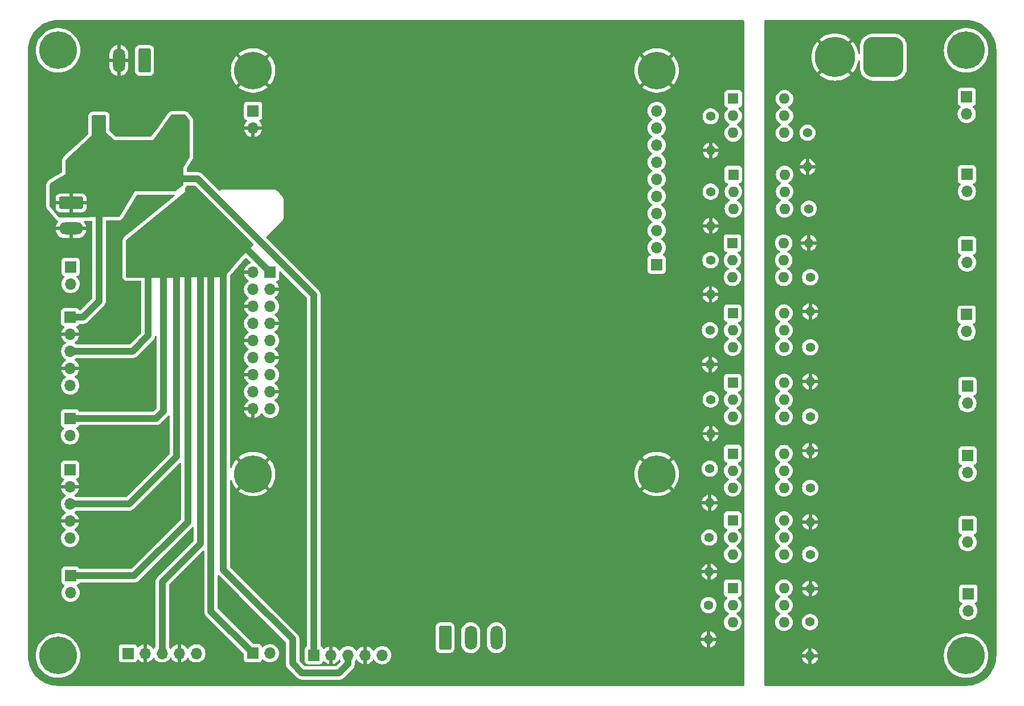
<source format=gbr>
%TF.GenerationSoftware,KiCad,Pcbnew,8.0.0-8.0.0-1~ubuntu20.04.1*%
%TF.CreationDate,2024-06-18T14:04:34-06:00*%
%TF.ProjectId,minibioreactor,6d696e69-6269-46f7-9265-6163746f722e,rev?*%
%TF.SameCoordinates,Original*%
%TF.FileFunction,Copper,L2,Bot*%
%TF.FilePolarity,Positive*%
%FSLAX46Y46*%
G04 Gerber Fmt 4.6, Leading zero omitted, Abs format (unit mm)*
G04 Created by KiCad (PCBNEW 8.0.0-8.0.0-1~ubuntu20.04.1) date 2024-06-18 14:04:34*
%MOMM*%
%LPD*%
G01*
G04 APERTURE LIST*
G04 Aperture macros list*
%AMRoundRect*
0 Rectangle with rounded corners*
0 $1 Rounding radius*
0 $2 $3 $4 $5 $6 $7 $8 $9 X,Y pos of 4 corners*
0 Add a 4 corners polygon primitive as box body*
4,1,4,$2,$3,$4,$5,$6,$7,$8,$9,$2,$3,0*
0 Add four circle primitives for the rounded corners*
1,1,$1+$1,$2,$3*
1,1,$1+$1,$4,$5*
1,1,$1+$1,$6,$7*
1,1,$1+$1,$8,$9*
0 Add four rect primitives between the rounded corners*
20,1,$1+$1,$2,$3,$4,$5,0*
20,1,$1+$1,$4,$5,$6,$7,0*
20,1,$1+$1,$6,$7,$8,$9,0*
20,1,$1+$1,$8,$9,$2,$3,0*%
G04 Aperture macros list end*
%TA.AperFunction,ComponentPad*%
%ADD10R,1.600000X1.600000*%
%TD*%
%TA.AperFunction,ComponentPad*%
%ADD11O,1.600000X1.600000*%
%TD*%
%TA.AperFunction,ComponentPad*%
%ADD12R,1.700000X1.700000*%
%TD*%
%TA.AperFunction,ComponentPad*%
%ADD13O,1.700000X1.700000*%
%TD*%
%TA.AperFunction,ComponentPad*%
%ADD14RoundRect,0.250000X-1.550000X0.650000X-1.550000X-0.650000X1.550000X-0.650000X1.550000X0.650000X0*%
%TD*%
%TA.AperFunction,ComponentPad*%
%ADD15O,3.600000X1.800000*%
%TD*%
%TA.AperFunction,ComponentPad*%
%ADD16C,1.400000*%
%TD*%
%TA.AperFunction,ComponentPad*%
%ADD17O,1.400000X1.400000*%
%TD*%
%TA.AperFunction,ComponentPad*%
%ADD18C,3.600000*%
%TD*%
%TA.AperFunction,ConnectorPad*%
%ADD19C,5.600000*%
%TD*%
%TA.AperFunction,ComponentPad*%
%ADD20RoundRect,0.250000X0.650000X1.550000X-0.650000X1.550000X-0.650000X-1.550000X0.650000X-1.550000X0*%
%TD*%
%TA.AperFunction,ComponentPad*%
%ADD21O,1.800000X3.600000*%
%TD*%
%TA.AperFunction,ComponentPad*%
%ADD22RoundRect,0.250000X-0.650000X-1.550000X0.650000X-1.550000X0.650000X1.550000X-0.650000X1.550000X0*%
%TD*%
%TA.AperFunction,ComponentPad*%
%ADD23RoundRect,1.500000X1.500000X1.500000X-1.500000X1.500000X-1.500000X-1.500000X1.500000X-1.500000X0*%
%TD*%
%TA.AperFunction,ComponentPad*%
%ADD24C,6.000000*%
%TD*%
%TA.AperFunction,ViaPad*%
%ADD25C,0.600000*%
%TD*%
%TA.AperFunction,Conductor*%
%ADD26C,1.000000*%
%TD*%
G04 APERTURE END LIST*
D10*
%TO.P,U304,1*%
%TO.N,/digital_output/Q3*%
X205300000Y-74070000D03*
D11*
%TO.P,U304,2*%
%TO.N,Net-(R307-Pad1)*%
X205300000Y-76610000D03*
%TO.P,U304,3,NC*%
%TO.N,unconnected-(U304-NC-Pad3)*%
X205300000Y-79150000D03*
%TO.P,U304,4*%
%TO.N,Net-(Q304-G)*%
X212920000Y-79150000D03*
%TO.P,U304,5*%
%TO.N,+12V*%
X212920000Y-76610000D03*
%TO.P,U304,6*%
%TO.N,unconnected-(U304-Pad6)*%
X212920000Y-74070000D03*
%TD*%
D12*
%TO.P,J301,1,Pin_1*%
%TO.N,+12V*%
X240095000Y-41920000D03*
D13*
%TO.P,J301,2,Pin_2*%
%TO.N,/digital_output/Qneg0*%
X240095000Y-44460000D03*
%TD*%
D10*
%TO.P,U301,1*%
%TO.N,/digital_output/Q0*%
X205380000Y-42200000D03*
D11*
%TO.P,U301,2*%
%TO.N,Net-(R301-Pad1)*%
X205380000Y-44740000D03*
%TO.P,U301,3,NC*%
%TO.N,unconnected-(U301-NC-Pad3)*%
X205380000Y-47280000D03*
%TO.P,U301,4*%
%TO.N,Net-(Q301-G)*%
X213000000Y-47280000D03*
%TO.P,U301,5*%
%TO.N,+12V*%
X213000000Y-44740000D03*
%TO.P,U301,6*%
%TO.N,unconnected-(U301-Pad6)*%
X213000000Y-42200000D03*
%TD*%
D12*
%TO.P,J202,1,Pin_1*%
%TO.N,+5V*%
X106820000Y-74655000D03*
D13*
%TO.P,J202,2,Pin_2*%
%TO.N,GND*%
X106820000Y-77195000D03*
%TO.P,J202,3,Pin_3*%
%TO.N,+3.3VADC*%
X106820000Y-79735000D03*
%TO.P,J202,4,Pin_4*%
%TO.N,GND*%
X106820000Y-82275000D03*
%TO.P,J202,5,Pin_5*%
%TO.N,/Vout1*%
X106820000Y-84815000D03*
%TD*%
D12*
%TO.P,J307,1,Pin_1*%
%TO.N,+12V*%
X240230000Y-105600000D03*
D13*
%TO.P,J307,2,Pin_2*%
%TO.N,/digital_output/Qneg6*%
X240230000Y-108140000D03*
%TD*%
D14*
%TO.P,J2,1,Pin_1*%
%TO.N,+5V*%
X106930000Y-57690000D03*
D15*
%TO.P,J2,2,Pin_2*%
%TO.N,GND*%
X106930000Y-61500000D03*
%TD*%
D16*
%TO.P,R304,1*%
%TO.N,Net-(Q302-G)*%
X216620000Y-58550000D03*
D17*
%TO.P,R304,2*%
%TO.N,GNDPWR*%
X216620000Y-63630000D03*
%TD*%
D18*
%TO.P,H4,1,1*%
%TO.N,GND*%
X134000000Y-98000000D03*
D19*
X134000000Y-98000000D03*
%TD*%
D12*
%TO.P,J4,1,Pin_1*%
%TO.N,+3.3VADC*%
X136540000Y-68000000D03*
D13*
%TO.P,J4,2,Pin_2*%
%TO.N,GND*%
X134000000Y-68000000D03*
%TO.P,J4,3,Pin_3*%
X136540000Y-70540000D03*
%TO.P,J4,4,Pin_4*%
%TO.N,/Vout0*%
X134000000Y-70540000D03*
%TO.P,J4,5,Pin_5*%
%TO.N,/Vout1*%
X136540000Y-73080000D03*
%TO.P,J4,6,Pin_6*%
%TO.N,GND*%
X134000000Y-73080000D03*
%TO.P,J4,7,Pin_7*%
X136540000Y-75620000D03*
%TO.P,J4,8,Pin_8*%
%TO.N,/Vout2*%
X134000000Y-75620000D03*
%TO.P,J4,9,Pin_9*%
%TO.N,/Vout3*%
X136540000Y-78160000D03*
%TO.P,J4,10,Pin_10*%
%TO.N,GND*%
X134000000Y-78160000D03*
%TO.P,J4,11,Pin_11*%
X136540000Y-80700000D03*
%TO.P,J4,12,Pin_12*%
%TO.N,/Vout4*%
X134000000Y-80700000D03*
%TO.P,J4,13,Pin_13*%
%TO.N,/Vout5*%
X136540000Y-83240000D03*
%TO.P,J4,14,Pin_14*%
%TO.N,GND*%
X134000000Y-83240000D03*
%TO.P,J4,15,Pin_15*%
X136540000Y-85780000D03*
%TO.P,J4,16,Pin_16*%
%TO.N,/Vout6*%
X134000000Y-85780000D03*
%TO.P,J4,17,Pin_17*%
%TO.N,/Vout7*%
X136540000Y-88320000D03*
%TO.P,J4,18,Pin_18*%
%TO.N,GND*%
X134000000Y-88320000D03*
%TD*%
D12*
%TO.P,J303,1,Pin_1*%
%TO.N,+12V*%
X240140000Y-64000000D03*
D13*
%TO.P,J303,2,Pin_2*%
%TO.N,/digital_output/Qneg2*%
X240140000Y-66540000D03*
%TD*%
D10*
%TO.P,U308,1*%
%TO.N,/digital_output/Q7*%
X205300000Y-114970000D03*
D11*
%TO.P,U308,2*%
%TO.N,Net-(R315-Pad1)*%
X205300000Y-117510000D03*
%TO.P,U308,3,NC*%
%TO.N,unconnected-(U308-NC-Pad3)*%
X205300000Y-120050000D03*
%TO.P,U308,4*%
%TO.N,Net-(Q308-G)*%
X212920000Y-120050000D03*
%TO.P,U308,5*%
%TO.N,+12V*%
X212920000Y-117510000D03*
%TO.P,U308,6*%
%TO.N,unconnected-(U308-Pad6)*%
X212920000Y-114970000D03*
%TD*%
D16*
%TO.P,R306,1*%
%TO.N,Net-(Q303-G)*%
X216820000Y-68750000D03*
D17*
%TO.P,R306,2*%
%TO.N,GNDPWR*%
X216820000Y-73830000D03*
%TD*%
D12*
%TO.P,J5,1,Pin_1*%
%TO.N,+3.3V*%
X134000000Y-44000000D03*
D13*
%TO.P,J5,2,Pin_2*%
%TO.N,GND*%
X134000000Y-46540000D03*
%TD*%
D18*
%TO.P,H3,1,1*%
%TO.N,GND*%
X194000000Y-98000000D03*
D19*
X194000000Y-98000000D03*
%TD*%
D12*
%TO.P,J201,1,Pin_1*%
%TO.N,+3.3VADC*%
X106860000Y-67195000D03*
D13*
%TO.P,J201,2,Pin_2*%
%TO.N,/analog_input/Vin0*%
X106860000Y-69735000D03*
%TD*%
D18*
%TO.P,H6,1,1*%
%TO.N,unconnected-(H6-Pad1)*%
X105000000Y-35000000D03*
D19*
X105000000Y-35000000D03*
%TD*%
D10*
%TO.P,U305,1*%
%TO.N,/digital_output/Q4*%
X205300000Y-84400000D03*
D11*
%TO.P,U305,2*%
%TO.N,Net-(R309-Pad1)*%
X205300000Y-86940000D03*
%TO.P,U305,3,NC*%
%TO.N,unconnected-(U305-NC-Pad3)*%
X205300000Y-89480000D03*
%TO.P,U305,4*%
%TO.N,Net-(Q305-G)*%
X212920000Y-89480000D03*
%TO.P,U305,5*%
%TO.N,+12V*%
X212920000Y-86940000D03*
%TO.P,U305,6*%
%TO.N,unconnected-(U305-Pad6)*%
X212920000Y-84400000D03*
%TD*%
D16*
%TO.P,R311,1*%
%TO.N,Net-(R311-Pad1)*%
X201900000Y-97200000D03*
D17*
%TO.P,R311,2*%
%TO.N,GND*%
X201900000Y-102280000D03*
%TD*%
D12*
%TO.P,J6,1,Pin_1*%
%TO.N,/digital_output/Q7*%
X194000000Y-66860000D03*
D13*
%TO.P,J6,2,Pin_2*%
%TO.N,/digital_output/Q6*%
X194000000Y-64320000D03*
%TO.P,J6,3,Pin_3*%
%TO.N,/digital_output/Q5*%
X194000000Y-61780000D03*
%TO.P,J6,4,Pin_4*%
%TO.N,/digital_output/Q4*%
X194000000Y-59240000D03*
%TO.P,J6,5,Pin_5*%
%TO.N,/D25DAC1*%
X194000000Y-56700000D03*
%TO.P,J6,6,Pin_6*%
%TO.N,/D26DAC2*%
X194000000Y-54160000D03*
%TO.P,J6,7,Pin_7*%
%TO.N,/digital_output/Q3*%
X194000000Y-51620000D03*
%TO.P,J6,8,Pin_8*%
%TO.N,/digital_output/Q2*%
X194000000Y-49080000D03*
%TO.P,J6,9,Pin_9*%
%TO.N,/digital_output/Q1*%
X194000000Y-46540000D03*
%TO.P,J6,10,Pin_10*%
%TO.N,/digital_output/Q0*%
X194000000Y-44000000D03*
%TD*%
D16*
%TO.P,R305,1*%
%TO.N,Net-(R305-Pad1)*%
X202000000Y-66210000D03*
D17*
%TO.P,R305,2*%
%TO.N,GND*%
X202000000Y-71290000D03*
%TD*%
D16*
%TO.P,R310,1*%
%TO.N,Net-(Q305-G)*%
X216820000Y-89450000D03*
D17*
%TO.P,R310,2*%
%TO.N,GNDPWR*%
X216820000Y-94530000D03*
%TD*%
D12*
%TO.P,J308,1,Pin_1*%
%TO.N,+12V*%
X240330000Y-115800000D03*
D13*
%TO.P,J308,2,Pin_2*%
%TO.N,/digital_output/Qneg7*%
X240330000Y-118340000D03*
%TD*%
D12*
%TO.P,J306,1,Pin_1*%
%TO.N,+12V*%
X240230000Y-95270000D03*
D13*
%TO.P,J306,2,Pin_2*%
%TO.N,/digital_output/Qneg5*%
X240230000Y-97810000D03*
%TD*%
D12*
%TO.P,J304,1,Pin_1*%
%TO.N,+12V*%
X240090000Y-74290000D03*
D13*
%TO.P,J304,2,Pin_2*%
%TO.N,/digital_output/Qneg3*%
X240090000Y-76830000D03*
%TD*%
D12*
%TO.P,J204,1,Pin_1*%
%TO.N,+5V*%
X106790000Y-97365000D03*
D13*
%TO.P,J204,2,Pin_2*%
%TO.N,GND*%
X106790000Y-99905000D03*
%TO.P,J204,3,Pin_3*%
%TO.N,+3.3VADC*%
X106790000Y-102445000D03*
%TO.P,J204,4,Pin_4*%
%TO.N,GND*%
X106790000Y-104985000D03*
%TO.P,J204,5,Pin_5*%
%TO.N,/Vout3*%
X106790000Y-107525000D03*
%TD*%
D20*
%TO.P,J1,1,Pin_1*%
%TO.N,VCC*%
X117867500Y-36500000D03*
D21*
%TO.P,J1,2,Pin_2*%
%TO.N,GND*%
X114057500Y-36500000D03*
%TD*%
D16*
%TO.P,R303,1*%
%TO.N,Net-(R303-Pad1)*%
X202020000Y-56010000D03*
D17*
%TO.P,R303,2*%
%TO.N,GND*%
X202020000Y-61090000D03*
%TD*%
D16*
%TO.P,R307,1*%
%TO.N,Net-(R307-Pad1)*%
X201920000Y-76610000D03*
D17*
%TO.P,R307,2*%
%TO.N,GND*%
X201920000Y-81690000D03*
%TD*%
D18*
%TO.P,H8,1,1*%
%TO.N,unconnected-(H8-Pad1)*%
X240000000Y-125000000D03*
D19*
X240000000Y-125000000D03*
%TD*%
D18*
%TO.P,H2,1,1*%
%TO.N,GND*%
X134000000Y-38000000D03*
D19*
X134000000Y-38000000D03*
%TD*%
D10*
%TO.P,U307,1*%
%TO.N,/digital_output/Q6*%
X205300000Y-104860000D03*
D11*
%TO.P,U307,2*%
%TO.N,Net-(R313-Pad1)*%
X205300000Y-107400000D03*
%TO.P,U307,3,NC*%
%TO.N,unconnected-(U307-NC-Pad3)*%
X205300000Y-109940000D03*
%TO.P,U307,4*%
%TO.N,Net-(Q307-G)*%
X212920000Y-109940000D03*
%TO.P,U307,5*%
%TO.N,+12V*%
X212920000Y-107400000D03*
%TO.P,U307,6*%
%TO.N,unconnected-(U307-Pad6)*%
X212920000Y-104860000D03*
%TD*%
D16*
%TO.P,R301,1*%
%TO.N,Net-(R301-Pad1)*%
X202020000Y-44810000D03*
D17*
%TO.P,R301,2*%
%TO.N,GND*%
X202020000Y-49890000D03*
%TD*%
D16*
%TO.P,R308,1*%
%TO.N,Net-(Q304-G)*%
X216820000Y-79150000D03*
D17*
%TO.P,R308,2*%
%TO.N,GNDPWR*%
X216820000Y-84230000D03*
%TD*%
D16*
%TO.P,R314,1*%
%TO.N,Net-(Q307-G)*%
X216820000Y-109950000D03*
D17*
%TO.P,R314,2*%
%TO.N,GNDPWR*%
X216820000Y-115030000D03*
%TD*%
D22*
%TO.P,J7,1,Pin_1*%
%TO.N,/D26DAC2*%
X162545000Y-122342500D03*
D21*
%TO.P,J7,2,Pin_2*%
%TO.N,/D25DAC1*%
X166355000Y-122342500D03*
%TO.P,J7,3,Pin_3*%
%TO.N,unconnected-(J7-Pin_3-Pad3)*%
X170165000Y-122342500D03*
%TD*%
D10*
%TO.P,U303,1*%
%TO.N,/digital_output/Q2*%
X205260000Y-63670000D03*
D11*
%TO.P,U303,2*%
%TO.N,Net-(R305-Pad1)*%
X205260000Y-66210000D03*
%TO.P,U303,3,NC*%
%TO.N,unconnected-(U303-NC-Pad3)*%
X205260000Y-68750000D03*
%TO.P,U303,4*%
%TO.N,Net-(Q303-G)*%
X212880000Y-68750000D03*
%TO.P,U303,5*%
%TO.N,+12V*%
X212880000Y-66210000D03*
%TO.P,U303,6*%
%TO.N,unconnected-(U303-Pad6)*%
X212880000Y-63670000D03*
%TD*%
D16*
%TO.P,R316,1*%
%TO.N,Net-(Q308-G)*%
X216800000Y-120000000D03*
D17*
%TO.P,R316,2*%
%TO.N,GNDPWR*%
X216800000Y-125080000D03*
%TD*%
D18*
%TO.P,H1,1,1*%
%TO.N,GND*%
X194000000Y-38000000D03*
D19*
X194000000Y-38000000D03*
%TD*%
D16*
%TO.P,R302,1*%
%TO.N,Net-(Q301-G)*%
X216420000Y-47250000D03*
D17*
%TO.P,R302,2*%
%TO.N,GNDPWR*%
X216420000Y-52330000D03*
%TD*%
D12*
%TO.P,J206,1,Pin_1*%
%TO.N,+5V*%
X115400000Y-124670000D03*
D13*
%TO.P,J206,2,Pin_2*%
%TO.N,GND*%
X117940000Y-124670000D03*
%TO.P,J206,3,Pin_3*%
%TO.N,+3.3VADC*%
X120480000Y-124670000D03*
%TO.P,J206,4,Pin_4*%
%TO.N,GND*%
X123020000Y-124670000D03*
%TO.P,J206,5,Pin_5*%
%TO.N,/Vout5*%
X125560000Y-124670000D03*
%TD*%
D12*
%TO.P,J302,1,Pin_1*%
%TO.N,+12V*%
X240110000Y-53450000D03*
D13*
%TO.P,J302,2,Pin_2*%
%TO.N,/digital_output/Qneg1*%
X240110000Y-55990000D03*
%TD*%
D23*
%TO.P,J3,1,Pin_1*%
%TO.N,+12V*%
X227700000Y-36000000D03*
D24*
%TO.P,J3,2,Pin_2*%
%TO.N,GNDPWR*%
X220500000Y-36000000D03*
%TD*%
D12*
%TO.P,J203,1,Pin_1*%
%TO.N,+3.3VADC*%
X106790000Y-89715000D03*
D13*
%TO.P,J203,2,Pin_2*%
%TO.N,/analog_input/Vin2*%
X106790000Y-92255000D03*
%TD*%
D16*
%TO.P,R315,1*%
%TO.N,Net-(R315-Pad1)*%
X201700000Y-117500000D03*
D17*
%TO.P,R315,2*%
%TO.N,GND*%
X201700000Y-122580000D03*
%TD*%
D10*
%TO.P,U302,1*%
%TO.N,/digital_output/Q1*%
X205400000Y-53470000D03*
D11*
%TO.P,U302,2*%
%TO.N,Net-(R303-Pad1)*%
X205400000Y-56010000D03*
%TO.P,U302,3,NC*%
%TO.N,unconnected-(U302-NC-Pad3)*%
X205400000Y-58550000D03*
%TO.P,U302,4*%
%TO.N,Net-(Q302-G)*%
X213020000Y-58550000D03*
%TO.P,U302,5*%
%TO.N,+12V*%
X213020000Y-56010000D03*
%TO.P,U302,6*%
%TO.N,unconnected-(U302-Pad6)*%
X213020000Y-53470000D03*
%TD*%
D16*
%TO.P,R309,1*%
%TO.N,Net-(R309-Pad1)*%
X202020000Y-86910000D03*
D17*
%TO.P,R309,2*%
%TO.N,GND*%
X202020000Y-91990000D03*
%TD*%
D16*
%TO.P,R312,1*%
%TO.N,Net-(Q306-G)*%
X216820000Y-100050000D03*
D17*
%TO.P,R312,2*%
%TO.N,GNDPWR*%
X216820000Y-105130000D03*
%TD*%
D16*
%TO.P,R313,1*%
%TO.N,Net-(R313-Pad1)*%
X201820000Y-107450000D03*
D17*
%TO.P,R313,2*%
%TO.N,GND*%
X201820000Y-112530000D03*
%TD*%
D12*
%TO.P,J207,1,Pin_1*%
%TO.N,+3.3VADC*%
X133965000Y-124650000D03*
D13*
%TO.P,J207,2,Pin_2*%
%TO.N,/analog_input/Vin6*%
X136505000Y-124650000D03*
%TD*%
D12*
%TO.P,J208,1,Pin_1*%
%TO.N,+5V*%
X143030000Y-124930000D03*
D13*
%TO.P,J208,2,Pin_2*%
%TO.N,GND*%
X145570000Y-124930000D03*
%TO.P,J208,3,Pin_3*%
%TO.N,+3.3VADC*%
X148110000Y-124930000D03*
%TO.P,J208,4,Pin_4*%
%TO.N,GND*%
X150650000Y-124930000D03*
%TO.P,J208,5,Pin_5*%
%TO.N,/Vout7*%
X153190000Y-124930000D03*
%TD*%
D12*
%TO.P,J305,1,Pin_1*%
%TO.N,+12V*%
X240190000Y-84950000D03*
D13*
%TO.P,J305,2,Pin_2*%
%TO.N,/digital_output/Qneg4*%
X240190000Y-87490000D03*
%TD*%
D18*
%TO.P,H5,1,1*%
%TO.N,unconnected-(H5-Pad1)*%
X240000000Y-35000000D03*
D19*
X240000000Y-35000000D03*
%TD*%
D12*
%TO.P,J205,1,Pin_1*%
%TO.N,+3.3VADC*%
X106860000Y-113120000D03*
D13*
%TO.P,J205,2,Pin_2*%
%TO.N,/analog_input/Vin4*%
X106860000Y-115660000D03*
%TD*%
D10*
%TO.P,U306,1*%
%TO.N,/digital_output/Q5*%
X205300000Y-94970000D03*
D11*
%TO.P,U306,2*%
%TO.N,Net-(R311-Pad1)*%
X205300000Y-97510000D03*
%TO.P,U306,3,NC*%
%TO.N,unconnected-(U306-NC-Pad3)*%
X205300000Y-100050000D03*
%TO.P,U306,4*%
%TO.N,Net-(Q306-G)*%
X212920000Y-100050000D03*
%TO.P,U306,5*%
%TO.N,+12V*%
X212920000Y-97510000D03*
%TO.P,U306,6*%
%TO.N,unconnected-(U306-Pad6)*%
X212920000Y-94970000D03*
%TD*%
D18*
%TO.P,H7,1,1*%
%TO.N,unconnected-(H7-Pad1)*%
X105000000Y-125000000D03*
D19*
X105000000Y-125000000D03*
%TD*%
D25*
%TO.N,GND*%
X112560000Y-73900000D03*
X112530000Y-114550000D03*
X114125000Y-67425000D03*
X132725000Y-117525000D03*
X110160000Y-94690000D03*
X114900000Y-88100000D03*
X109950000Y-117980000D03*
X139380000Y-120080000D03*
X140825000Y-120225000D03*
X112420000Y-94070000D03*
X112590000Y-71960000D03*
X112325000Y-115975000D03*
X114900000Y-108250000D03*
X109170000Y-71060000D03*
X112280000Y-96250000D03*
%TO.N,+5V*%
X111100000Y-54100000D03*
X113950000Y-54120000D03*
X109760000Y-54100000D03*
X115620000Y-54120000D03*
X112540000Y-54100000D03*
X106720000Y-54110000D03*
X108310000Y-54110000D03*
%TO.N,+3.3VADC*%
X120480000Y-118730000D03*
X122620000Y-62230000D03*
X118410000Y-62310000D03*
X127720000Y-62300000D03*
X119835000Y-109587500D03*
X118175000Y-99887500D03*
X129640000Y-62270000D03*
X119550000Y-89715000D03*
X118580000Y-77250000D03*
X126110000Y-62200000D03*
X120620000Y-62410000D03*
X132595000Y-115275000D03*
X124310000Y-62270000D03*
%TO.N,GNDPWR*%
X233362500Y-33112500D03*
%TD*%
D26*
%TO.N,+5V*%
X108735000Y-74655000D02*
X111100000Y-72290000D01*
X143030000Y-124930000D02*
X143030000Y-71390000D01*
X125760000Y-54120000D02*
X113950000Y-54120000D01*
X111100000Y-72290000D02*
X111100000Y-54100000D01*
X143030000Y-71390000D02*
X125760000Y-54120000D01*
X106820000Y-74655000D02*
X108735000Y-74655000D01*
%TO.N,+3.3VADC*%
X127740000Y-118425000D02*
X133965000Y-124650000D01*
X124310000Y-105112500D02*
X116302500Y-113120000D01*
X115585000Y-102445000D02*
X106790000Y-102445000D01*
X132595000Y-115275000D02*
X139870000Y-122550000D01*
X116302500Y-113120000D02*
X106860000Y-113120000D01*
X127740000Y-62320000D02*
X127740000Y-118425000D01*
X126160000Y-108380000D02*
X120480000Y-114060000D01*
X127720000Y-62300000D02*
X127740000Y-62320000D01*
X126110000Y-62200000D02*
X126160000Y-62250000D01*
X116095000Y-79735000D02*
X106820000Y-79735000D01*
X139870000Y-122550000D02*
X139870000Y-126150000D01*
X120620000Y-62410000D02*
X120650000Y-62440000D01*
X120650000Y-62440000D02*
X120650000Y-88640000D01*
X129640000Y-62270000D02*
X129600000Y-62310000D01*
X130810000Y-62270000D02*
X136540000Y-68000000D01*
X120480000Y-114060000D02*
X120480000Y-118730000D01*
X120650000Y-88640000D02*
X119575000Y-89715000D01*
X118410000Y-62310000D02*
X118410000Y-77420000D01*
X120480000Y-118730000D02*
X120480000Y-124670000D01*
X124310000Y-62270000D02*
X124310000Y-105112500D01*
X122610000Y-95420000D02*
X115585000Y-102445000D01*
X129600000Y-112280000D02*
X132595000Y-115275000D01*
X139870000Y-126150000D02*
X141290000Y-127570000D01*
X141290000Y-127570000D02*
X146790000Y-127570000D01*
X119550000Y-89715000D02*
X106790000Y-89715000D01*
X129640000Y-62270000D02*
X130810000Y-62270000D01*
X119575000Y-89715000D02*
X119550000Y-89715000D01*
X122610000Y-62240000D02*
X122610000Y-95420000D01*
X126160000Y-62250000D02*
X126160000Y-108380000D01*
X148110000Y-126250000D02*
X148110000Y-124930000D01*
X129600000Y-62310000D02*
X129600000Y-112280000D01*
X118410000Y-77420000D02*
X116095000Y-79735000D01*
X122620000Y-62230000D02*
X122610000Y-62240000D01*
X146790000Y-127570000D02*
X148110000Y-126250000D01*
%TD*%
%TA.AperFunction,Conductor*%
%TO.N,GNDPWR*%
G36*
X240002702Y-30500617D02*
G01*
X240386771Y-30517386D01*
X240397506Y-30518326D01*
X240775971Y-30568152D01*
X240786597Y-30570025D01*
X241159284Y-30652648D01*
X241169710Y-30655442D01*
X241533765Y-30770227D01*
X241543911Y-30773920D01*
X241896578Y-30920000D01*
X241906369Y-30924566D01*
X242244942Y-31100816D01*
X242254310Y-31106224D01*
X242576244Y-31311318D01*
X242585105Y-31317523D01*
X242887930Y-31549889D01*
X242896217Y-31556843D01*
X243177635Y-31814715D01*
X243185284Y-31822364D01*
X243443156Y-32103782D01*
X243450110Y-32112069D01*
X243682476Y-32414894D01*
X243688681Y-32423755D01*
X243893775Y-32745689D01*
X243899183Y-32755057D01*
X244075430Y-33093623D01*
X244080002Y-33103427D01*
X244226075Y-33456078D01*
X244229775Y-33466244D01*
X244344554Y-33830278D01*
X244347354Y-33840727D01*
X244429971Y-34213389D01*
X244431849Y-34224042D01*
X244481671Y-34602473D01*
X244482614Y-34613249D01*
X244499382Y-34997297D01*
X244499500Y-35002706D01*
X244499500Y-124997293D01*
X244499382Y-125002702D01*
X244482614Y-125386750D01*
X244481671Y-125397526D01*
X244431849Y-125775957D01*
X244429971Y-125786610D01*
X244347354Y-126159272D01*
X244344554Y-126169721D01*
X244229775Y-126533755D01*
X244226075Y-126543921D01*
X244080002Y-126896572D01*
X244075430Y-126906376D01*
X243899183Y-127244942D01*
X243893775Y-127254310D01*
X243688681Y-127576244D01*
X243682476Y-127585105D01*
X243450110Y-127887930D01*
X243443156Y-127896217D01*
X243185284Y-128177635D01*
X243177635Y-128185284D01*
X242896217Y-128443156D01*
X242887930Y-128450110D01*
X242585105Y-128682476D01*
X242576244Y-128688681D01*
X242254310Y-128893775D01*
X242244942Y-128899183D01*
X241906376Y-129075430D01*
X241896572Y-129080002D01*
X241543921Y-129226075D01*
X241533755Y-129229775D01*
X241169721Y-129344554D01*
X241159272Y-129347354D01*
X240786610Y-129429971D01*
X240775957Y-129431849D01*
X240397526Y-129481671D01*
X240386750Y-129482614D01*
X240002703Y-129499382D01*
X239997294Y-129499500D01*
X210124000Y-129499500D01*
X210056961Y-129479815D01*
X210011206Y-129427011D01*
X210000000Y-129375500D01*
X210000000Y-125330000D01*
X215623505Y-125330000D01*
X215676239Y-125515349D01*
X215775368Y-125714425D01*
X215909391Y-125891900D01*
X216073738Y-126041721D01*
X216262820Y-126158797D01*
X216262822Y-126158798D01*
X216470195Y-126239135D01*
X216550000Y-126254052D01*
X216550000Y-125330000D01*
X215623505Y-125330000D01*
X210000000Y-125330000D01*
X210000000Y-125126078D01*
X216450000Y-125126078D01*
X216473852Y-125215095D01*
X216519930Y-125294905D01*
X216585095Y-125360070D01*
X216664905Y-125406148D01*
X216753922Y-125430000D01*
X216846078Y-125430000D01*
X216935095Y-125406148D01*
X217014905Y-125360070D01*
X217044975Y-125330000D01*
X217050000Y-125330000D01*
X217050000Y-126254052D01*
X217129804Y-126239135D01*
X217337177Y-126158798D01*
X217337179Y-126158797D01*
X217526261Y-126041721D01*
X217690608Y-125891900D01*
X217824631Y-125714425D01*
X217923760Y-125515349D01*
X217976495Y-125330000D01*
X217050000Y-125330000D01*
X217044975Y-125330000D01*
X217080070Y-125294905D01*
X217126148Y-125215095D01*
X217150000Y-125126078D01*
X217150000Y-125033922D01*
X217140911Y-125000002D01*
X236694652Y-125000002D01*
X236714028Y-125357368D01*
X236714029Y-125357385D01*
X236771926Y-125710539D01*
X236771932Y-125710565D01*
X236867672Y-126055392D01*
X236867674Y-126055399D01*
X237000142Y-126387870D01*
X237000151Y-126387888D01*
X237167784Y-126704077D01*
X237167787Y-126704082D01*
X237167789Y-126704085D01*
X237298298Y-126896572D01*
X237368634Y-127000309D01*
X237368641Y-127000319D01*
X237600331Y-127273085D01*
X237600332Y-127273086D01*
X237860163Y-127519211D01*
X238145081Y-127735800D01*
X238451747Y-127920315D01*
X238451749Y-127920316D01*
X238451751Y-127920317D01*
X238451755Y-127920319D01*
X238776552Y-128070585D01*
X238776565Y-128070591D01*
X239115726Y-128184868D01*
X239465254Y-128261805D01*
X239821052Y-128300500D01*
X239821058Y-128300500D01*
X240178942Y-128300500D01*
X240178948Y-128300500D01*
X240534746Y-128261805D01*
X240884274Y-128184868D01*
X241223435Y-128070591D01*
X241548253Y-127920315D01*
X241854919Y-127735800D01*
X242139837Y-127519211D01*
X242399668Y-127273086D01*
X242631365Y-127000311D01*
X242832211Y-126704085D01*
X242999853Y-126387880D01*
X243132324Y-126055403D01*
X243228071Y-125710552D01*
X243274065Y-125430000D01*
X243285970Y-125357385D01*
X243285970Y-125357382D01*
X243285972Y-125357371D01*
X243305348Y-125000000D01*
X243285972Y-124642629D01*
X243228071Y-124289448D01*
X243132324Y-123944597D01*
X242999853Y-123612120D01*
X242832211Y-123295915D01*
X242631365Y-122999689D01*
X242631361Y-122999684D01*
X242631358Y-122999680D01*
X242399668Y-122726914D01*
X242139837Y-122480789D01*
X242139830Y-122480783D01*
X242139827Y-122480781D01*
X242072245Y-122429407D01*
X241854919Y-122264200D01*
X241548253Y-122079685D01*
X241548252Y-122079684D01*
X241548248Y-122079682D01*
X241548244Y-122079680D01*
X241223447Y-121929414D01*
X241223441Y-121929411D01*
X241223435Y-121929409D01*
X241053854Y-121872270D01*
X240884273Y-121815131D01*
X240534744Y-121738194D01*
X240178949Y-121699500D01*
X240178948Y-121699500D01*
X239821052Y-121699500D01*
X239821050Y-121699500D01*
X239465255Y-121738194D01*
X239115726Y-121815131D01*
X238859970Y-121901306D01*
X238776565Y-121929409D01*
X238776563Y-121929410D01*
X238776552Y-121929414D01*
X238451755Y-122079680D01*
X238451751Y-122079682D01*
X238223367Y-122217096D01*
X238145081Y-122264200D01*
X238056768Y-122331333D01*
X237860172Y-122480781D01*
X237860163Y-122480789D01*
X237600331Y-122726914D01*
X237368641Y-122999680D01*
X237368634Y-122999690D01*
X237167790Y-123295913D01*
X237167784Y-123295922D01*
X237000151Y-123612111D01*
X237000142Y-123612129D01*
X236867674Y-123944600D01*
X236867672Y-123944607D01*
X236771932Y-124289434D01*
X236771926Y-124289460D01*
X236714029Y-124642614D01*
X236714028Y-124642627D01*
X236714028Y-124642629D01*
X236709291Y-124730000D01*
X236694652Y-124999997D01*
X236694652Y-125000002D01*
X217140911Y-125000002D01*
X217126148Y-124944905D01*
X217080070Y-124865095D01*
X217014905Y-124799930D01*
X216935095Y-124753852D01*
X216846078Y-124730000D01*
X216753922Y-124730000D01*
X216664905Y-124753852D01*
X216585095Y-124799930D01*
X216519930Y-124865095D01*
X216473852Y-124944905D01*
X216450000Y-125033922D01*
X216450000Y-125126078D01*
X210000000Y-125126078D01*
X210000000Y-124830000D01*
X215623505Y-124830000D01*
X216550000Y-124830000D01*
X216550000Y-123905946D01*
X217050000Y-123905946D01*
X217050000Y-124830000D01*
X217976495Y-124830000D01*
X217923760Y-124644650D01*
X217824631Y-124445574D01*
X217690608Y-124268099D01*
X217526261Y-124118278D01*
X217337179Y-124001202D01*
X217337177Y-124001201D01*
X217129799Y-123920864D01*
X217050000Y-123905946D01*
X216550000Y-123905946D01*
X216470200Y-123920864D01*
X216262822Y-124001201D01*
X216262820Y-124001202D01*
X216073738Y-124118278D01*
X215909391Y-124268099D01*
X215775368Y-124445574D01*
X215676239Y-124644650D01*
X215623505Y-124830000D01*
X210000000Y-124830000D01*
X210000000Y-120050001D01*
X211614532Y-120050001D01*
X211634364Y-120276686D01*
X211634366Y-120276697D01*
X211693258Y-120496488D01*
X211693261Y-120496497D01*
X211789431Y-120702732D01*
X211789432Y-120702734D01*
X211919954Y-120889141D01*
X212080858Y-121050045D01*
X212080861Y-121050047D01*
X212267266Y-121180568D01*
X212473504Y-121276739D01*
X212693308Y-121335635D01*
X212855230Y-121349801D01*
X212919998Y-121355468D01*
X212920000Y-121355468D01*
X212920002Y-121355468D01*
X212976673Y-121350509D01*
X213146692Y-121335635D01*
X213366496Y-121276739D01*
X213572734Y-121180568D01*
X213759139Y-121050047D01*
X213920047Y-120889139D01*
X214050568Y-120702734D01*
X214146739Y-120496496D01*
X214205635Y-120276692D01*
X214225468Y-120050000D01*
X214221093Y-120000000D01*
X215594357Y-120000000D01*
X215614884Y-120221535D01*
X215614885Y-120221537D01*
X215675769Y-120435523D01*
X215675775Y-120435538D01*
X215774938Y-120634683D01*
X215774943Y-120634691D01*
X215909020Y-120812238D01*
X216073437Y-120962123D01*
X216073439Y-120962125D01*
X216262595Y-121079245D01*
X216262596Y-121079245D01*
X216262599Y-121079247D01*
X216470060Y-121159618D01*
X216688757Y-121200500D01*
X216688759Y-121200500D01*
X216911241Y-121200500D01*
X216911243Y-121200500D01*
X217129940Y-121159618D01*
X217337401Y-121079247D01*
X217526562Y-120962124D01*
X217690981Y-120812236D01*
X217825058Y-120634689D01*
X217924229Y-120435528D01*
X217985115Y-120221536D01*
X218005643Y-120000000D01*
X217985115Y-119778464D01*
X217924229Y-119564472D01*
X217924224Y-119564461D01*
X217825061Y-119365316D01*
X217825056Y-119365308D01*
X217690979Y-119187761D01*
X217526562Y-119037876D01*
X217526560Y-119037874D01*
X217337404Y-118920754D01*
X217337398Y-118920752D01*
X217333991Y-118919432D01*
X217129940Y-118840382D01*
X216911243Y-118799500D01*
X216688757Y-118799500D01*
X216470060Y-118840382D01*
X216338864Y-118891207D01*
X216262601Y-118920752D01*
X216262595Y-118920754D01*
X216073439Y-119037874D01*
X216073437Y-119037876D01*
X215909020Y-119187761D01*
X215774943Y-119365308D01*
X215774938Y-119365316D01*
X215675775Y-119564461D01*
X215675769Y-119564476D01*
X215614885Y-119778462D01*
X215614884Y-119778464D01*
X215594357Y-119999999D01*
X215594357Y-120000000D01*
X214221093Y-120000000D01*
X214221093Y-119999999D01*
X214205635Y-119823313D01*
X214205635Y-119823308D01*
X214146739Y-119603504D01*
X214050568Y-119397266D01*
X213920047Y-119210861D01*
X213920045Y-119210858D01*
X213759141Y-119049954D01*
X213572734Y-118919432D01*
X213572728Y-118919429D01*
X213514725Y-118892382D01*
X213462285Y-118846210D01*
X213443133Y-118779017D01*
X213463348Y-118712135D01*
X213514725Y-118667618D01*
X213572734Y-118640568D01*
X213759139Y-118510047D01*
X213920047Y-118349139D01*
X213926446Y-118340000D01*
X238974341Y-118340000D01*
X238994936Y-118575403D01*
X238994938Y-118575413D01*
X239056094Y-118803655D01*
X239056096Y-118803659D01*
X239056097Y-118803663D01*
X239110080Y-118919429D01*
X239155965Y-119017830D01*
X239155967Y-119017834D01*
X239178458Y-119049954D01*
X239291505Y-119211401D01*
X239458599Y-119378495D01*
X239555384Y-119446265D01*
X239652165Y-119514032D01*
X239652167Y-119514033D01*
X239652170Y-119514035D01*
X239866337Y-119613903D01*
X240094592Y-119675063D01*
X240282918Y-119691539D01*
X240329999Y-119695659D01*
X240330000Y-119695659D01*
X240330001Y-119695659D01*
X240369234Y-119692226D01*
X240565408Y-119675063D01*
X240793663Y-119613903D01*
X241007830Y-119514035D01*
X241201401Y-119378495D01*
X241368495Y-119211401D01*
X241504035Y-119017830D01*
X241603903Y-118803663D01*
X241665063Y-118575408D01*
X241685659Y-118340000D01*
X241665063Y-118104592D01*
X241603903Y-117876337D01*
X241504035Y-117662171D01*
X241368495Y-117468599D01*
X241246567Y-117346671D01*
X241213084Y-117285351D01*
X241218068Y-117215659D01*
X241259939Y-117159725D01*
X241290915Y-117142810D01*
X241422331Y-117093796D01*
X241537546Y-117007546D01*
X241623796Y-116892331D01*
X241674091Y-116757483D01*
X241680500Y-116697873D01*
X241680499Y-114902128D01*
X241674091Y-114842517D01*
X241663863Y-114815095D01*
X241623797Y-114707671D01*
X241623793Y-114707664D01*
X241537547Y-114592455D01*
X241537544Y-114592452D01*
X241422335Y-114506206D01*
X241422328Y-114506202D01*
X241287482Y-114455908D01*
X241287483Y-114455908D01*
X241227883Y-114449501D01*
X241227881Y-114449500D01*
X241227873Y-114449500D01*
X241227864Y-114449500D01*
X239432129Y-114449500D01*
X239432123Y-114449501D01*
X239372516Y-114455908D01*
X239237671Y-114506202D01*
X239237664Y-114506206D01*
X239122455Y-114592452D01*
X239122452Y-114592455D01*
X239036206Y-114707664D01*
X239036202Y-114707671D01*
X238985908Y-114842517D01*
X238980276Y-114894905D01*
X238979501Y-114902123D01*
X238979500Y-114902135D01*
X238979500Y-116697870D01*
X238979501Y-116697876D01*
X238985908Y-116757483D01*
X239036202Y-116892328D01*
X239036206Y-116892335D01*
X239122452Y-117007544D01*
X239122455Y-117007547D01*
X239237664Y-117093793D01*
X239237671Y-117093797D01*
X239369081Y-117142810D01*
X239425015Y-117184681D01*
X239449432Y-117250145D01*
X239434580Y-117318418D01*
X239413430Y-117346673D01*
X239291503Y-117468600D01*
X239155965Y-117662169D01*
X239155964Y-117662171D01*
X239056098Y-117876335D01*
X239056094Y-117876344D01*
X238994938Y-118104586D01*
X238994936Y-118104596D01*
X238974341Y-118339999D01*
X238974341Y-118340000D01*
X213926446Y-118340000D01*
X214050568Y-118162734D01*
X214146739Y-117956496D01*
X214205635Y-117736692D01*
X214225468Y-117510000D01*
X214205635Y-117283308D01*
X214146739Y-117063504D01*
X214050568Y-116857266D01*
X213920047Y-116670861D01*
X213920045Y-116670858D01*
X213759141Y-116509954D01*
X213572734Y-116379432D01*
X213572728Y-116379429D01*
X213514725Y-116352382D01*
X213462285Y-116306210D01*
X213443133Y-116239017D01*
X213463348Y-116172135D01*
X213514725Y-116127618D01*
X213572734Y-116100568D01*
X213759139Y-115970047D01*
X213920047Y-115809139D01*
X214050568Y-115622734D01*
X214146739Y-115416496D01*
X214183313Y-115280000D01*
X215643505Y-115280000D01*
X215696239Y-115465349D01*
X215795368Y-115664425D01*
X215929391Y-115841900D01*
X216093738Y-115991721D01*
X216282820Y-116108797D01*
X216282822Y-116108798D01*
X216490195Y-116189135D01*
X216570000Y-116204052D01*
X216570000Y-115280000D01*
X215643505Y-115280000D01*
X214183313Y-115280000D01*
X214205635Y-115196692D01*
X214216187Y-115076078D01*
X216470000Y-115076078D01*
X216493852Y-115165095D01*
X216539930Y-115244905D01*
X216605095Y-115310070D01*
X216684905Y-115356148D01*
X216773922Y-115380000D01*
X216866078Y-115380000D01*
X216955095Y-115356148D01*
X217034905Y-115310070D01*
X217064975Y-115280000D01*
X217070000Y-115280000D01*
X217070000Y-116204052D01*
X217149804Y-116189135D01*
X217357177Y-116108798D01*
X217357179Y-116108797D01*
X217546261Y-115991721D01*
X217710608Y-115841900D01*
X217844631Y-115664425D01*
X217943760Y-115465349D01*
X217996495Y-115280000D01*
X217070000Y-115280000D01*
X217064975Y-115280000D01*
X217100070Y-115244905D01*
X217146148Y-115165095D01*
X217170000Y-115076078D01*
X217170000Y-114983922D01*
X217146148Y-114894905D01*
X217100070Y-114815095D01*
X217034905Y-114749930D01*
X216955095Y-114703852D01*
X216866078Y-114680000D01*
X216773922Y-114680000D01*
X216684905Y-114703852D01*
X216605095Y-114749930D01*
X216539930Y-114815095D01*
X216493852Y-114894905D01*
X216470000Y-114983922D01*
X216470000Y-115076078D01*
X214216187Y-115076078D01*
X214225468Y-114970000D01*
X214208845Y-114780000D01*
X215643505Y-114780000D01*
X216570000Y-114780000D01*
X216570000Y-113855946D01*
X217070000Y-113855946D01*
X217070000Y-114780000D01*
X217996495Y-114780000D01*
X217943760Y-114594650D01*
X217844631Y-114395574D01*
X217710608Y-114218099D01*
X217546261Y-114068278D01*
X217357179Y-113951202D01*
X217357177Y-113951201D01*
X217149799Y-113870864D01*
X217070000Y-113855946D01*
X216570000Y-113855946D01*
X216490200Y-113870864D01*
X216282822Y-113951201D01*
X216282820Y-113951202D01*
X216093738Y-114068278D01*
X215929391Y-114218099D01*
X215795368Y-114395574D01*
X215696239Y-114594650D01*
X215643505Y-114780000D01*
X214208845Y-114780000D01*
X214205635Y-114743308D01*
X214146739Y-114523504D01*
X214050568Y-114317266D01*
X213920047Y-114130861D01*
X213920045Y-114130858D01*
X213759141Y-113969954D01*
X213572734Y-113839432D01*
X213572732Y-113839431D01*
X213366497Y-113743261D01*
X213366488Y-113743258D01*
X213146697Y-113684366D01*
X213146693Y-113684365D01*
X213146692Y-113684365D01*
X213146691Y-113684364D01*
X213146686Y-113684364D01*
X212920002Y-113664532D01*
X212919998Y-113664532D01*
X212693313Y-113684364D01*
X212693302Y-113684366D01*
X212473511Y-113743258D01*
X212473502Y-113743261D01*
X212267267Y-113839431D01*
X212267265Y-113839432D01*
X212080858Y-113969954D01*
X211919954Y-114130858D01*
X211789432Y-114317265D01*
X211789431Y-114317267D01*
X211693261Y-114523502D01*
X211693258Y-114523511D01*
X211634366Y-114743302D01*
X211634364Y-114743313D01*
X211614532Y-114969998D01*
X211614532Y-114970001D01*
X211634364Y-115196686D01*
X211634366Y-115196697D01*
X211693258Y-115416488D01*
X211693261Y-115416497D01*
X211789431Y-115622732D01*
X211789432Y-115622734D01*
X211919954Y-115809141D01*
X212080858Y-115970045D01*
X212080861Y-115970047D01*
X212267266Y-116100568D01*
X212325275Y-116127618D01*
X212377714Y-116173791D01*
X212396866Y-116240984D01*
X212376650Y-116307865D01*
X212325275Y-116352382D01*
X212267267Y-116379431D01*
X212267265Y-116379432D01*
X212080858Y-116509954D01*
X211919954Y-116670858D01*
X211789432Y-116857265D01*
X211789431Y-116857267D01*
X211693261Y-117063502D01*
X211693258Y-117063511D01*
X211634366Y-117283302D01*
X211634364Y-117283313D01*
X211614532Y-117509998D01*
X211614532Y-117510001D01*
X211634364Y-117736686D01*
X211634366Y-117736697D01*
X211693258Y-117956488D01*
X211693261Y-117956497D01*
X211789431Y-118162732D01*
X211789432Y-118162734D01*
X211919954Y-118349141D01*
X212080858Y-118510045D01*
X212080861Y-118510047D01*
X212267266Y-118640568D01*
X212325275Y-118667618D01*
X212377714Y-118713791D01*
X212396866Y-118780984D01*
X212376650Y-118847865D01*
X212325275Y-118892382D01*
X212267267Y-118919431D01*
X212267265Y-118919432D01*
X212080858Y-119049954D01*
X211919954Y-119210858D01*
X211789432Y-119397265D01*
X211789431Y-119397267D01*
X211693261Y-119603502D01*
X211693258Y-119603511D01*
X211634366Y-119823302D01*
X211634364Y-119823313D01*
X211614532Y-120049998D01*
X211614532Y-120050001D01*
X210000000Y-120050001D01*
X210000000Y-109940001D01*
X211614532Y-109940001D01*
X211634364Y-110166686D01*
X211634366Y-110166697D01*
X211693258Y-110386488D01*
X211693261Y-110386497D01*
X211789431Y-110592732D01*
X211789432Y-110592734D01*
X211919954Y-110779141D01*
X212080858Y-110940045D01*
X212080861Y-110940047D01*
X212267266Y-111070568D01*
X212473504Y-111166739D01*
X212693308Y-111225635D01*
X212855230Y-111239801D01*
X212919998Y-111245468D01*
X212920000Y-111245468D01*
X212920002Y-111245468D01*
X212976673Y-111240509D01*
X213146692Y-111225635D01*
X213366496Y-111166739D01*
X213572734Y-111070568D01*
X213759139Y-110940047D01*
X213920047Y-110779139D01*
X214050568Y-110592734D01*
X214146739Y-110386496D01*
X214205635Y-110166692D01*
X214224593Y-109950000D01*
X215614357Y-109950000D01*
X215634884Y-110171535D01*
X215634885Y-110171537D01*
X215695769Y-110385523D01*
X215695775Y-110385538D01*
X215794938Y-110584683D01*
X215794943Y-110584691D01*
X215929020Y-110762238D01*
X216093437Y-110912123D01*
X216093439Y-110912125D01*
X216282595Y-111029245D01*
X216282596Y-111029245D01*
X216282599Y-111029247D01*
X216490060Y-111109618D01*
X216708757Y-111150500D01*
X216708759Y-111150500D01*
X216931241Y-111150500D01*
X216931243Y-111150500D01*
X217149940Y-111109618D01*
X217357401Y-111029247D01*
X217546562Y-110912124D01*
X217710981Y-110762236D01*
X217845058Y-110584689D01*
X217944229Y-110385528D01*
X218005115Y-110171536D01*
X218025643Y-109950000D01*
X218024716Y-109940001D01*
X218005115Y-109728464D01*
X218005114Y-109728462D01*
X218000802Y-109713308D01*
X217944229Y-109514472D01*
X217944224Y-109514461D01*
X217845061Y-109315316D01*
X217845056Y-109315308D01*
X217710979Y-109137761D01*
X217546562Y-108987876D01*
X217546560Y-108987874D01*
X217357404Y-108870754D01*
X217357398Y-108870752D01*
X217149940Y-108790382D01*
X216931243Y-108749500D01*
X216708757Y-108749500D01*
X216490060Y-108790382D01*
X216358864Y-108841207D01*
X216282601Y-108870752D01*
X216282595Y-108870754D01*
X216093439Y-108987874D01*
X216093437Y-108987876D01*
X215929020Y-109137761D01*
X215794943Y-109315308D01*
X215794938Y-109315316D01*
X215695775Y-109514461D01*
X215695769Y-109514476D01*
X215634885Y-109728462D01*
X215634884Y-109728464D01*
X215614357Y-109949999D01*
X215614357Y-109950000D01*
X214224593Y-109950000D01*
X214225468Y-109940000D01*
X214205635Y-109713308D01*
X214152354Y-109514461D01*
X214146741Y-109493511D01*
X214146738Y-109493502D01*
X214063648Y-109315316D01*
X214050568Y-109287266D01*
X213920047Y-109100861D01*
X213920045Y-109100858D01*
X213759141Y-108939954D01*
X213572734Y-108809432D01*
X213572728Y-108809429D01*
X213514725Y-108782382D01*
X213462285Y-108736210D01*
X213443133Y-108669017D01*
X213463348Y-108602135D01*
X213514725Y-108557618D01*
X213572734Y-108530568D01*
X213759139Y-108400047D01*
X213920047Y-108239139D01*
X213989464Y-108140000D01*
X238874341Y-108140000D01*
X238894936Y-108375403D01*
X238894938Y-108375413D01*
X238956094Y-108603655D01*
X238956096Y-108603659D01*
X238956097Y-108603663D01*
X239007204Y-108713261D01*
X239055965Y-108817830D01*
X239055967Y-108817834D01*
X239141477Y-108939954D01*
X239191505Y-109011401D01*
X239358599Y-109178495D01*
X239455384Y-109246265D01*
X239552165Y-109314032D01*
X239552167Y-109314033D01*
X239552170Y-109314035D01*
X239766337Y-109413903D01*
X239994592Y-109475063D01*
X240182918Y-109491539D01*
X240229999Y-109495659D01*
X240230000Y-109495659D01*
X240230001Y-109495659D01*
X240269234Y-109492226D01*
X240465408Y-109475063D01*
X240693663Y-109413903D01*
X240907830Y-109314035D01*
X241101401Y-109178495D01*
X241268495Y-109011401D01*
X241404035Y-108817830D01*
X241503903Y-108603663D01*
X241565063Y-108375408D01*
X241585659Y-108140000D01*
X241565063Y-107904592D01*
X241503903Y-107676337D01*
X241404035Y-107462171D01*
X241360503Y-107400001D01*
X241268496Y-107268600D01*
X241268495Y-107268599D01*
X241146567Y-107146671D01*
X241113084Y-107085351D01*
X241118068Y-107015659D01*
X241159939Y-106959725D01*
X241190915Y-106942810D01*
X241322331Y-106893796D01*
X241437546Y-106807546D01*
X241523796Y-106692331D01*
X241574091Y-106557483D01*
X241580500Y-106497873D01*
X241580499Y-104702128D01*
X241574091Y-104642517D01*
X241570656Y-104633308D01*
X241523797Y-104507671D01*
X241523793Y-104507664D01*
X241437547Y-104392455D01*
X241437544Y-104392452D01*
X241322335Y-104306206D01*
X241322328Y-104306202D01*
X241187482Y-104255908D01*
X241187483Y-104255908D01*
X241127883Y-104249501D01*
X241127881Y-104249500D01*
X241127873Y-104249500D01*
X241127864Y-104249500D01*
X239332129Y-104249500D01*
X239332123Y-104249501D01*
X239272516Y-104255908D01*
X239137671Y-104306202D01*
X239137664Y-104306206D01*
X239022455Y-104392452D01*
X239022452Y-104392455D01*
X238936206Y-104507664D01*
X238936202Y-104507671D01*
X238885908Y-104642517D01*
X238880304Y-104694650D01*
X238879501Y-104702123D01*
X238879500Y-104702135D01*
X238879500Y-106497870D01*
X238879501Y-106497876D01*
X238885908Y-106557483D01*
X238936202Y-106692328D01*
X238936206Y-106692335D01*
X239022452Y-106807544D01*
X239022455Y-106807547D01*
X239137664Y-106893793D01*
X239137671Y-106893797D01*
X239269081Y-106942810D01*
X239325015Y-106984681D01*
X239349432Y-107050145D01*
X239334580Y-107118418D01*
X239313430Y-107146673D01*
X239191503Y-107268600D01*
X239055965Y-107462169D01*
X239055964Y-107462171D01*
X238956098Y-107676335D01*
X238956094Y-107676344D01*
X238894938Y-107904586D01*
X238894936Y-107904596D01*
X238874341Y-108139999D01*
X238874341Y-108140000D01*
X213989464Y-108140000D01*
X214050568Y-108052734D01*
X214146739Y-107846496D01*
X214205635Y-107626692D01*
X214225468Y-107400000D01*
X214205635Y-107173308D01*
X214146739Y-106953504D01*
X214050568Y-106747266D01*
X213920047Y-106560861D01*
X213920045Y-106560858D01*
X213759141Y-106399954D01*
X213572734Y-106269432D01*
X213572728Y-106269429D01*
X213514725Y-106242382D01*
X213462285Y-106196210D01*
X213443133Y-106129017D01*
X213463348Y-106062135D01*
X213514725Y-106017618D01*
X213572734Y-105990568D01*
X213759139Y-105860047D01*
X213920047Y-105699139D01*
X214050568Y-105512734D01*
X214112463Y-105380000D01*
X215643505Y-105380000D01*
X215696239Y-105565349D01*
X215795368Y-105764425D01*
X215929391Y-105941900D01*
X216093738Y-106091721D01*
X216282820Y-106208797D01*
X216282822Y-106208798D01*
X216490195Y-106289135D01*
X216570000Y-106304052D01*
X216570000Y-105380000D01*
X215643505Y-105380000D01*
X214112463Y-105380000D01*
X214146739Y-105306496D01*
X214181684Y-105176078D01*
X216470000Y-105176078D01*
X216493852Y-105265095D01*
X216539930Y-105344905D01*
X216605095Y-105410070D01*
X216684905Y-105456148D01*
X216773922Y-105480000D01*
X216866078Y-105480000D01*
X216955095Y-105456148D01*
X217034905Y-105410070D01*
X217064975Y-105380000D01*
X217070000Y-105380000D01*
X217070000Y-106304052D01*
X217149804Y-106289135D01*
X217357177Y-106208798D01*
X217357179Y-106208797D01*
X217546261Y-106091721D01*
X217710608Y-105941900D01*
X217844631Y-105764425D01*
X217943760Y-105565349D01*
X217996495Y-105380000D01*
X217070000Y-105380000D01*
X217064975Y-105380000D01*
X217100070Y-105344905D01*
X217146148Y-105265095D01*
X217170000Y-105176078D01*
X217170000Y-105083922D01*
X217146148Y-104994905D01*
X217100070Y-104915095D01*
X217034905Y-104849930D01*
X216955095Y-104803852D01*
X216866078Y-104780000D01*
X216773922Y-104780000D01*
X216684905Y-104803852D01*
X216605095Y-104849930D01*
X216539930Y-104915095D01*
X216493852Y-104994905D01*
X216470000Y-105083922D01*
X216470000Y-105176078D01*
X214181684Y-105176078D01*
X214205635Y-105086692D01*
X214223718Y-104880000D01*
X215643505Y-104880000D01*
X216570000Y-104880000D01*
X216570000Y-103955946D01*
X217070000Y-103955946D01*
X217070000Y-104880000D01*
X217996495Y-104880000D01*
X217943760Y-104694650D01*
X217844631Y-104495574D01*
X217710608Y-104318099D01*
X217546261Y-104168278D01*
X217357179Y-104051202D01*
X217357177Y-104051201D01*
X217149799Y-103970864D01*
X217070000Y-103955946D01*
X216570000Y-103955946D01*
X216490200Y-103970864D01*
X216282822Y-104051201D01*
X216282820Y-104051202D01*
X216093738Y-104168278D01*
X215929391Y-104318099D01*
X215795368Y-104495574D01*
X215696239Y-104694650D01*
X215643505Y-104880000D01*
X214223718Y-104880000D01*
X214225468Y-104860000D01*
X214205635Y-104633308D01*
X214146739Y-104413504D01*
X214050568Y-104207266D01*
X213920047Y-104020861D01*
X213920045Y-104020858D01*
X213759141Y-103859954D01*
X213572734Y-103729432D01*
X213572732Y-103729431D01*
X213366497Y-103633261D01*
X213366488Y-103633258D01*
X213146697Y-103574366D01*
X213146693Y-103574365D01*
X213146692Y-103574365D01*
X213146691Y-103574364D01*
X213146686Y-103574364D01*
X212920002Y-103554532D01*
X212919998Y-103554532D01*
X212693313Y-103574364D01*
X212693302Y-103574366D01*
X212473511Y-103633258D01*
X212473502Y-103633261D01*
X212267267Y-103729431D01*
X212267265Y-103729432D01*
X212080858Y-103859954D01*
X211919954Y-104020858D01*
X211789432Y-104207265D01*
X211789431Y-104207267D01*
X211693261Y-104413502D01*
X211693258Y-104413511D01*
X211634366Y-104633302D01*
X211634364Y-104633313D01*
X211614532Y-104859998D01*
X211614532Y-104860001D01*
X211634364Y-105086686D01*
X211634366Y-105086697D01*
X211693258Y-105306488D01*
X211693261Y-105306497D01*
X211789431Y-105512732D01*
X211789432Y-105512734D01*
X211919954Y-105699141D01*
X212080858Y-105860045D01*
X212080861Y-105860047D01*
X212267266Y-105990568D01*
X212325275Y-106017618D01*
X212377714Y-106063791D01*
X212396866Y-106130984D01*
X212376650Y-106197865D01*
X212325275Y-106242382D01*
X212267267Y-106269431D01*
X212267265Y-106269432D01*
X212080858Y-106399954D01*
X211919954Y-106560858D01*
X211789432Y-106747265D01*
X211789431Y-106747267D01*
X211693261Y-106953502D01*
X211693258Y-106953511D01*
X211634366Y-107173302D01*
X211634364Y-107173313D01*
X211614532Y-107399998D01*
X211614532Y-107400001D01*
X211634364Y-107626686D01*
X211634366Y-107626697D01*
X211693258Y-107846488D01*
X211693261Y-107846497D01*
X211789431Y-108052732D01*
X211789432Y-108052734D01*
X211919954Y-108239141D01*
X212080858Y-108400045D01*
X212080861Y-108400047D01*
X212267266Y-108530568D01*
X212325275Y-108557618D01*
X212377714Y-108603791D01*
X212396866Y-108670984D01*
X212376650Y-108737865D01*
X212325275Y-108782382D01*
X212267267Y-108809431D01*
X212267265Y-108809432D01*
X212080858Y-108939954D01*
X211919954Y-109100858D01*
X211789432Y-109287265D01*
X211789431Y-109287267D01*
X211693261Y-109493502D01*
X211693258Y-109493511D01*
X211634366Y-109713302D01*
X211634364Y-109713313D01*
X211614532Y-109939998D01*
X211614532Y-109940001D01*
X210000000Y-109940001D01*
X210000000Y-100050001D01*
X211614532Y-100050001D01*
X211634364Y-100276686D01*
X211634366Y-100276697D01*
X211693258Y-100496488D01*
X211693261Y-100496497D01*
X211789431Y-100702732D01*
X211789432Y-100702734D01*
X211919954Y-100889141D01*
X212080858Y-101050045D01*
X212080861Y-101050047D01*
X212267266Y-101180568D01*
X212473504Y-101276739D01*
X212693308Y-101335635D01*
X212855230Y-101349801D01*
X212919998Y-101355468D01*
X212920000Y-101355468D01*
X212920002Y-101355468D01*
X212976673Y-101350509D01*
X213146692Y-101335635D01*
X213366496Y-101276739D01*
X213572734Y-101180568D01*
X213759139Y-101050047D01*
X213920047Y-100889139D01*
X214050568Y-100702734D01*
X214146739Y-100496496D01*
X214205635Y-100276692D01*
X214225468Y-100050000D01*
X215614357Y-100050000D01*
X215634884Y-100271535D01*
X215634885Y-100271537D01*
X215695769Y-100485523D01*
X215695775Y-100485538D01*
X215794938Y-100684683D01*
X215794943Y-100684691D01*
X215929020Y-100862238D01*
X216093437Y-101012123D01*
X216093439Y-101012125D01*
X216282595Y-101129245D01*
X216282596Y-101129245D01*
X216282599Y-101129247D01*
X216490060Y-101209618D01*
X216708757Y-101250500D01*
X216708759Y-101250500D01*
X216931241Y-101250500D01*
X216931243Y-101250500D01*
X217149940Y-101209618D01*
X217357401Y-101129247D01*
X217546562Y-101012124D01*
X217710981Y-100862236D01*
X217845058Y-100684689D01*
X217944229Y-100485528D01*
X218005115Y-100271536D01*
X218025643Y-100050000D01*
X218005115Y-99828464D01*
X217944229Y-99614472D01*
X217944224Y-99614461D01*
X217845061Y-99415316D01*
X217845056Y-99415308D01*
X217710979Y-99237761D01*
X217546562Y-99087876D01*
X217546560Y-99087874D01*
X217357404Y-98970754D01*
X217357398Y-98970752D01*
X217149940Y-98890382D01*
X216931243Y-98849500D01*
X216708757Y-98849500D01*
X216490060Y-98890382D01*
X216358864Y-98941207D01*
X216282601Y-98970752D01*
X216282595Y-98970754D01*
X216093439Y-99087874D01*
X216093437Y-99087876D01*
X215929020Y-99237761D01*
X215794943Y-99415308D01*
X215794938Y-99415316D01*
X215695775Y-99614461D01*
X215695769Y-99614476D01*
X215634885Y-99828462D01*
X215634884Y-99828464D01*
X215614357Y-100049999D01*
X215614357Y-100050000D01*
X214225468Y-100050000D01*
X214205635Y-99823308D01*
X214146739Y-99603504D01*
X214050568Y-99397266D01*
X213920047Y-99210861D01*
X213920045Y-99210858D01*
X213759141Y-99049954D01*
X213572734Y-98919432D01*
X213572728Y-98919429D01*
X213514725Y-98892382D01*
X213462285Y-98846210D01*
X213443133Y-98779017D01*
X213463348Y-98712135D01*
X213514725Y-98667618D01*
X213572734Y-98640568D01*
X213759139Y-98510047D01*
X213920047Y-98349139D01*
X214050568Y-98162734D01*
X214146739Y-97956496D01*
X214185992Y-97810000D01*
X238874341Y-97810000D01*
X238894936Y-98045403D01*
X238894938Y-98045413D01*
X238956094Y-98273655D01*
X238956096Y-98273659D01*
X238956097Y-98273663D01*
X238991292Y-98349139D01*
X239055965Y-98487830D01*
X239055967Y-98487834D01*
X239162913Y-98640567D01*
X239191505Y-98681401D01*
X239358599Y-98848495D01*
X239418420Y-98890382D01*
X239552165Y-98984032D01*
X239552167Y-98984033D01*
X239552170Y-98984035D01*
X239766337Y-99083903D01*
X239766343Y-99083904D01*
X239766344Y-99083905D01*
X239821285Y-99098626D01*
X239994592Y-99145063D01*
X240182918Y-99161539D01*
X240229999Y-99165659D01*
X240230000Y-99165659D01*
X240230001Y-99165659D01*
X240269234Y-99162226D01*
X240465408Y-99145063D01*
X240693663Y-99083903D01*
X240907830Y-98984035D01*
X241101401Y-98848495D01*
X241268495Y-98681401D01*
X241404035Y-98487830D01*
X241503903Y-98273663D01*
X241565063Y-98045408D01*
X241585659Y-97810000D01*
X241565063Y-97574592D01*
X241503903Y-97346337D01*
X241404035Y-97132171D01*
X241268495Y-96938599D01*
X241146567Y-96816671D01*
X241113084Y-96755351D01*
X241118068Y-96685659D01*
X241159939Y-96629725D01*
X241190915Y-96612810D01*
X241322331Y-96563796D01*
X241437546Y-96477546D01*
X241523796Y-96362331D01*
X241574091Y-96227483D01*
X241580500Y-96167873D01*
X241580499Y-94372128D01*
X241574091Y-94312517D01*
X241524665Y-94180000D01*
X241523797Y-94177671D01*
X241523793Y-94177664D01*
X241437547Y-94062455D01*
X241437544Y-94062452D01*
X241322335Y-93976206D01*
X241322328Y-93976202D01*
X241187482Y-93925908D01*
X241187483Y-93925908D01*
X241127883Y-93919501D01*
X241127881Y-93919500D01*
X241127873Y-93919500D01*
X241127864Y-93919500D01*
X239332129Y-93919500D01*
X239332123Y-93919501D01*
X239272516Y-93925908D01*
X239137671Y-93976202D01*
X239137664Y-93976206D01*
X239022455Y-94062452D01*
X239022452Y-94062455D01*
X238936206Y-94177664D01*
X238936202Y-94177671D01*
X238885908Y-94312517D01*
X238879501Y-94372116D01*
X238879501Y-94372123D01*
X238879500Y-94372135D01*
X238879500Y-96167870D01*
X238879501Y-96167876D01*
X238885908Y-96227483D01*
X238936202Y-96362328D01*
X238936206Y-96362335D01*
X239022452Y-96477544D01*
X239022455Y-96477547D01*
X239137664Y-96563793D01*
X239137671Y-96563797D01*
X239269081Y-96612810D01*
X239325015Y-96654681D01*
X239349432Y-96720145D01*
X239334580Y-96788418D01*
X239313430Y-96816673D01*
X239191503Y-96938600D01*
X239055965Y-97132169D01*
X239055964Y-97132171D01*
X238956098Y-97346335D01*
X238956094Y-97346344D01*
X238894938Y-97574586D01*
X238894936Y-97574596D01*
X238874341Y-97809999D01*
X238874341Y-97810000D01*
X214185992Y-97810000D01*
X214205635Y-97736692D01*
X214225468Y-97510000D01*
X214205635Y-97283308D01*
X214146739Y-97063504D01*
X214050568Y-96857266D01*
X213920047Y-96670861D01*
X213920045Y-96670858D01*
X213759141Y-96509954D01*
X213572734Y-96379432D01*
X213572728Y-96379429D01*
X213545038Y-96366517D01*
X213514724Y-96352381D01*
X213462285Y-96306210D01*
X213443133Y-96239017D01*
X213463348Y-96172135D01*
X213514725Y-96127618D01*
X213572734Y-96100568D01*
X213759139Y-95970047D01*
X213920047Y-95809139D01*
X214050568Y-95622734D01*
X214146739Y-95416496D01*
X214205635Y-95196692D01*
X214225468Y-94970000D01*
X214208845Y-94780000D01*
X215643505Y-94780000D01*
X215696239Y-94965349D01*
X215795368Y-95164425D01*
X215929391Y-95341900D01*
X216093738Y-95491721D01*
X216282820Y-95608797D01*
X216282822Y-95608798D01*
X216490195Y-95689135D01*
X216570000Y-95704052D01*
X216570000Y-94780000D01*
X215643505Y-94780000D01*
X214208845Y-94780000D01*
X214205635Y-94743308D01*
X214160826Y-94576078D01*
X216470000Y-94576078D01*
X216493852Y-94665095D01*
X216539930Y-94744905D01*
X216605095Y-94810070D01*
X216684905Y-94856148D01*
X216773922Y-94880000D01*
X216866078Y-94880000D01*
X216955095Y-94856148D01*
X217034905Y-94810070D01*
X217064975Y-94780000D01*
X217070000Y-94780000D01*
X217070000Y-95704052D01*
X217149804Y-95689135D01*
X217357177Y-95608798D01*
X217357179Y-95608797D01*
X217546261Y-95491721D01*
X217710608Y-95341900D01*
X217844631Y-95164425D01*
X217943760Y-94965349D01*
X217996495Y-94780000D01*
X217070000Y-94780000D01*
X217064975Y-94780000D01*
X217100070Y-94744905D01*
X217146148Y-94665095D01*
X217170000Y-94576078D01*
X217170000Y-94483922D01*
X217146148Y-94394905D01*
X217100070Y-94315095D01*
X217034905Y-94249930D01*
X216955095Y-94203852D01*
X216866078Y-94180000D01*
X216773922Y-94180000D01*
X216684905Y-94203852D01*
X216605095Y-94249930D01*
X216539930Y-94315095D01*
X216493852Y-94394905D01*
X216470000Y-94483922D01*
X216470000Y-94576078D01*
X214160826Y-94576078D01*
X214146739Y-94523504D01*
X214050568Y-94317266D01*
X214024474Y-94280000D01*
X215643505Y-94280000D01*
X216570000Y-94280000D01*
X216570000Y-93355946D01*
X217070000Y-93355946D01*
X217070000Y-94280000D01*
X217996495Y-94280000D01*
X217943760Y-94094650D01*
X217844631Y-93895574D01*
X217710608Y-93718099D01*
X217546261Y-93568278D01*
X217357179Y-93451202D01*
X217357177Y-93451201D01*
X217149799Y-93370864D01*
X217070000Y-93355946D01*
X216570000Y-93355946D01*
X216490200Y-93370864D01*
X216282822Y-93451201D01*
X216282820Y-93451202D01*
X216093738Y-93568278D01*
X215929391Y-93718099D01*
X215795368Y-93895574D01*
X215696239Y-94094650D01*
X215643505Y-94280000D01*
X214024474Y-94280000D01*
X213920047Y-94130861D01*
X213920045Y-94130858D01*
X213759141Y-93969954D01*
X213572734Y-93839432D01*
X213572732Y-93839431D01*
X213366497Y-93743261D01*
X213366488Y-93743258D01*
X213146697Y-93684366D01*
X213146693Y-93684365D01*
X213146692Y-93684365D01*
X213146691Y-93684364D01*
X213146686Y-93684364D01*
X212920002Y-93664532D01*
X212919998Y-93664532D01*
X212693313Y-93684364D01*
X212693302Y-93684366D01*
X212473511Y-93743258D01*
X212473502Y-93743261D01*
X212267267Y-93839431D01*
X212267265Y-93839432D01*
X212080858Y-93969954D01*
X211919954Y-94130858D01*
X211789432Y-94317265D01*
X211789431Y-94317267D01*
X211693261Y-94523502D01*
X211693258Y-94523511D01*
X211634366Y-94743302D01*
X211634364Y-94743313D01*
X211614532Y-94969998D01*
X211614532Y-94970001D01*
X211634364Y-95196686D01*
X211634366Y-95196697D01*
X211693258Y-95416488D01*
X211693261Y-95416497D01*
X211789431Y-95622732D01*
X211789432Y-95622734D01*
X211919954Y-95809141D01*
X212080858Y-95970045D01*
X212080861Y-95970047D01*
X212267266Y-96100568D01*
X212325275Y-96127618D01*
X212377714Y-96173791D01*
X212396866Y-96240984D01*
X212376650Y-96307865D01*
X212325275Y-96352382D01*
X212267267Y-96379431D01*
X212267265Y-96379432D01*
X212080858Y-96509954D01*
X211919954Y-96670858D01*
X211789432Y-96857265D01*
X211789431Y-96857267D01*
X211693261Y-97063502D01*
X211693258Y-97063511D01*
X211634366Y-97283302D01*
X211634364Y-97283313D01*
X211614532Y-97509998D01*
X211614532Y-97510001D01*
X211634364Y-97736686D01*
X211634366Y-97736697D01*
X211693258Y-97956488D01*
X211693261Y-97956497D01*
X211789431Y-98162732D01*
X211789432Y-98162734D01*
X211919954Y-98349141D01*
X212080858Y-98510045D01*
X212080861Y-98510047D01*
X212267266Y-98640568D01*
X212325275Y-98667618D01*
X212377714Y-98713791D01*
X212396866Y-98780984D01*
X212376650Y-98847865D01*
X212325275Y-98892382D01*
X212267267Y-98919431D01*
X212267265Y-98919432D01*
X212080858Y-99049954D01*
X211919954Y-99210858D01*
X211789432Y-99397265D01*
X211789431Y-99397267D01*
X211693261Y-99603502D01*
X211693258Y-99603511D01*
X211634366Y-99823302D01*
X211634364Y-99823313D01*
X211614532Y-100049998D01*
X211614532Y-100050001D01*
X210000000Y-100050001D01*
X210000000Y-89480001D01*
X211614532Y-89480001D01*
X211634364Y-89706686D01*
X211634366Y-89706697D01*
X211693258Y-89926488D01*
X211693261Y-89926497D01*
X211789431Y-90132732D01*
X211789432Y-90132734D01*
X211919954Y-90319141D01*
X212080858Y-90480045D01*
X212080861Y-90480047D01*
X212267266Y-90610568D01*
X212473504Y-90706739D01*
X212693308Y-90765635D01*
X212855230Y-90779801D01*
X212919998Y-90785468D01*
X212920000Y-90785468D01*
X212920002Y-90785468D01*
X212976673Y-90780509D01*
X213146692Y-90765635D01*
X213366496Y-90706739D01*
X213572734Y-90610568D01*
X213759139Y-90480047D01*
X213920047Y-90319139D01*
X214050568Y-90132734D01*
X214146739Y-89926496D01*
X214205635Y-89706692D01*
X214225468Y-89480000D01*
X214222843Y-89450000D01*
X215614357Y-89450000D01*
X215634884Y-89671535D01*
X215634885Y-89671537D01*
X215695769Y-89885523D01*
X215695775Y-89885538D01*
X215794938Y-90084683D01*
X215794943Y-90084691D01*
X215929020Y-90262238D01*
X216093437Y-90412123D01*
X216093439Y-90412125D01*
X216282595Y-90529245D01*
X216282596Y-90529245D01*
X216282599Y-90529247D01*
X216490060Y-90609618D01*
X216708757Y-90650500D01*
X216708759Y-90650500D01*
X216931241Y-90650500D01*
X216931243Y-90650500D01*
X217149940Y-90609618D01*
X217357401Y-90529247D01*
X217546562Y-90412124D01*
X217710981Y-90262236D01*
X217845058Y-90084689D01*
X217944229Y-89885528D01*
X218005115Y-89671536D01*
X218025643Y-89450000D01*
X218005115Y-89228464D01*
X217944229Y-89014472D01*
X217860170Y-88845659D01*
X217845061Y-88815316D01*
X217845056Y-88815308D01*
X217710979Y-88637761D01*
X217546562Y-88487876D01*
X217546560Y-88487874D01*
X217357404Y-88370754D01*
X217357398Y-88370752D01*
X217333263Y-88361402D01*
X217149940Y-88290382D01*
X216931243Y-88249500D01*
X216708757Y-88249500D01*
X216490060Y-88290382D01*
X216407459Y-88322382D01*
X216282601Y-88370752D01*
X216282595Y-88370754D01*
X216093439Y-88487874D01*
X216093437Y-88487876D01*
X215929020Y-88637761D01*
X215794943Y-88815308D01*
X215794938Y-88815316D01*
X215695775Y-89014461D01*
X215695769Y-89014476D01*
X215634885Y-89228462D01*
X215634884Y-89228464D01*
X215614357Y-89449999D01*
X215614357Y-89450000D01*
X214222843Y-89450000D01*
X214205635Y-89253308D01*
X214146739Y-89033504D01*
X214050568Y-88827266D01*
X213952839Y-88687693D01*
X213920045Y-88640858D01*
X213759141Y-88479954D01*
X213572734Y-88349432D01*
X213572728Y-88349429D01*
X213514725Y-88322382D01*
X213462285Y-88276210D01*
X213443133Y-88209017D01*
X213463348Y-88142135D01*
X213514725Y-88097618D01*
X213572734Y-88070568D01*
X213759139Y-87940047D01*
X213920047Y-87779139D01*
X214050568Y-87592734D01*
X214098474Y-87490000D01*
X238834341Y-87490000D01*
X238854936Y-87725403D01*
X238854938Y-87725413D01*
X238916094Y-87953655D01*
X238916096Y-87953659D01*
X238916097Y-87953663D01*
X238970611Y-88070568D01*
X239015965Y-88167830D01*
X239015967Y-88167834D01*
X239093012Y-88277865D01*
X239151505Y-88361401D01*
X239318599Y-88528495D01*
X239415384Y-88596265D01*
X239512165Y-88664032D01*
X239512167Y-88664033D01*
X239512170Y-88664035D01*
X239726337Y-88763903D01*
X239954592Y-88825063D01*
X240142918Y-88841539D01*
X240189999Y-88845659D01*
X240190000Y-88845659D01*
X240190001Y-88845659D01*
X240229234Y-88842226D01*
X240425408Y-88825063D01*
X240653663Y-88763903D01*
X240867830Y-88664035D01*
X241061401Y-88528495D01*
X241228495Y-88361401D01*
X241364035Y-88167830D01*
X241463903Y-87953663D01*
X241525063Y-87725408D01*
X241545659Y-87490000D01*
X241525063Y-87254592D01*
X241463903Y-87026337D01*
X241364035Y-86812171D01*
X241294814Y-86713313D01*
X241228496Y-86618600D01*
X241228495Y-86618599D01*
X241106567Y-86496671D01*
X241073084Y-86435351D01*
X241078068Y-86365659D01*
X241119939Y-86309725D01*
X241150915Y-86292810D01*
X241282331Y-86243796D01*
X241397546Y-86157546D01*
X241483796Y-86042331D01*
X241534091Y-85907483D01*
X241540500Y-85847873D01*
X241540499Y-84052128D01*
X241534091Y-83992517D01*
X241529422Y-83980000D01*
X241483797Y-83857671D01*
X241483793Y-83857664D01*
X241397547Y-83742455D01*
X241397544Y-83742452D01*
X241282335Y-83656206D01*
X241282328Y-83656202D01*
X241147482Y-83605908D01*
X241147483Y-83605908D01*
X241087883Y-83599501D01*
X241087881Y-83599500D01*
X241087873Y-83599500D01*
X241087864Y-83599500D01*
X239292129Y-83599500D01*
X239292123Y-83599501D01*
X239232516Y-83605908D01*
X239097671Y-83656202D01*
X239097664Y-83656206D01*
X238982455Y-83742452D01*
X238982452Y-83742455D01*
X238896206Y-83857664D01*
X238896202Y-83857671D01*
X238845908Y-83992517D01*
X238839501Y-84052116D01*
X238839501Y-84052123D01*
X238839500Y-84052135D01*
X238839500Y-85847870D01*
X238839501Y-85847876D01*
X238845908Y-85907483D01*
X238896202Y-86042328D01*
X238896206Y-86042335D01*
X238982452Y-86157544D01*
X238982455Y-86157547D01*
X239097664Y-86243793D01*
X239097671Y-86243797D01*
X239229081Y-86292810D01*
X239285015Y-86334681D01*
X239309432Y-86400145D01*
X239294580Y-86468418D01*
X239273430Y-86496673D01*
X239151503Y-86618600D01*
X239015965Y-86812169D01*
X239015964Y-86812171D01*
X238916098Y-87026335D01*
X238916094Y-87026344D01*
X238854938Y-87254586D01*
X238854936Y-87254596D01*
X238834341Y-87489999D01*
X238834341Y-87490000D01*
X214098474Y-87490000D01*
X214146739Y-87386496D01*
X214205635Y-87166692D01*
X214225468Y-86940000D01*
X214205635Y-86713308D01*
X214160916Y-86546415D01*
X214146741Y-86493511D01*
X214146738Y-86493502D01*
X214127154Y-86451505D01*
X214050568Y-86287266D01*
X213920047Y-86100861D01*
X213920045Y-86100858D01*
X213759141Y-85939954D01*
X213572734Y-85809432D01*
X213572728Y-85809429D01*
X213514725Y-85782382D01*
X213462285Y-85736210D01*
X213443133Y-85669017D01*
X213463348Y-85602135D01*
X213514725Y-85557618D01*
X213572734Y-85530568D01*
X213759139Y-85400047D01*
X213920047Y-85239139D01*
X214050568Y-85052734D01*
X214146739Y-84846496D01*
X214205635Y-84626692D01*
X214218469Y-84480000D01*
X215643505Y-84480000D01*
X215696239Y-84665349D01*
X215795368Y-84864425D01*
X215929391Y-85041900D01*
X216093738Y-85191721D01*
X216282820Y-85308797D01*
X216282822Y-85308798D01*
X216490195Y-85389135D01*
X216570000Y-85404052D01*
X216570000Y-84480000D01*
X215643505Y-84480000D01*
X214218469Y-84480000D01*
X214225468Y-84400000D01*
X214214626Y-84276078D01*
X216470000Y-84276078D01*
X216493852Y-84365095D01*
X216539930Y-84444905D01*
X216605095Y-84510070D01*
X216684905Y-84556148D01*
X216773922Y-84580000D01*
X216866078Y-84580000D01*
X216955095Y-84556148D01*
X217034905Y-84510070D01*
X217064975Y-84480000D01*
X217070000Y-84480000D01*
X217070000Y-85404052D01*
X217149804Y-85389135D01*
X217357177Y-85308798D01*
X217357179Y-85308797D01*
X217546261Y-85191721D01*
X217710608Y-85041900D01*
X217844631Y-84864425D01*
X217943760Y-84665349D01*
X217996495Y-84480000D01*
X217070000Y-84480000D01*
X217064975Y-84480000D01*
X217100070Y-84444905D01*
X217146148Y-84365095D01*
X217170000Y-84276078D01*
X217170000Y-84183922D01*
X217146148Y-84094905D01*
X217100070Y-84015095D01*
X217034905Y-83949930D01*
X216955095Y-83903852D01*
X216866078Y-83880000D01*
X216773922Y-83880000D01*
X216684905Y-83903852D01*
X216605095Y-83949930D01*
X216539930Y-84015095D01*
X216493852Y-84094905D01*
X216470000Y-84183922D01*
X216470000Y-84276078D01*
X214214626Y-84276078D01*
X214205635Y-84173308D01*
X214153839Y-83980000D01*
X215643505Y-83980000D01*
X216570000Y-83980000D01*
X216570000Y-83055946D01*
X217070000Y-83055946D01*
X217070000Y-83980000D01*
X217996495Y-83980000D01*
X217943760Y-83794650D01*
X217844631Y-83595574D01*
X217710608Y-83418099D01*
X217546261Y-83268278D01*
X217357179Y-83151202D01*
X217357177Y-83151201D01*
X217149799Y-83070864D01*
X217070000Y-83055946D01*
X216570000Y-83055946D01*
X216490200Y-83070864D01*
X216282822Y-83151201D01*
X216282820Y-83151202D01*
X216093738Y-83268278D01*
X215929391Y-83418099D01*
X215795368Y-83595574D01*
X215696239Y-83794650D01*
X215643505Y-83980000D01*
X214153839Y-83980000D01*
X214146739Y-83953504D01*
X214050568Y-83747266D01*
X213920047Y-83560861D01*
X213920045Y-83560858D01*
X213759141Y-83399954D01*
X213572734Y-83269432D01*
X213572732Y-83269431D01*
X213366497Y-83173261D01*
X213366488Y-83173258D01*
X213146697Y-83114366D01*
X213146693Y-83114365D01*
X213146692Y-83114365D01*
X213146691Y-83114364D01*
X213146686Y-83114364D01*
X212920002Y-83094532D01*
X212919998Y-83094532D01*
X212693313Y-83114364D01*
X212693302Y-83114366D01*
X212473511Y-83173258D01*
X212473502Y-83173261D01*
X212267267Y-83269431D01*
X212267265Y-83269432D01*
X212080858Y-83399954D01*
X211919954Y-83560858D01*
X211789432Y-83747265D01*
X211789431Y-83747267D01*
X211693261Y-83953502D01*
X211693258Y-83953511D01*
X211634366Y-84173302D01*
X211634364Y-84173313D01*
X211614532Y-84399998D01*
X211614532Y-84400001D01*
X211634364Y-84626686D01*
X211634366Y-84626697D01*
X211693258Y-84846488D01*
X211693261Y-84846497D01*
X211789431Y-85052732D01*
X211789432Y-85052734D01*
X211919954Y-85239141D01*
X212080858Y-85400045D01*
X212080861Y-85400047D01*
X212267266Y-85530568D01*
X212325275Y-85557618D01*
X212377714Y-85603791D01*
X212396866Y-85670984D01*
X212376650Y-85737865D01*
X212325275Y-85782382D01*
X212267267Y-85809431D01*
X212267265Y-85809432D01*
X212080858Y-85939954D01*
X211919954Y-86100858D01*
X211789432Y-86287265D01*
X211789431Y-86287267D01*
X211693261Y-86493502D01*
X211693258Y-86493511D01*
X211634366Y-86713302D01*
X211634364Y-86713313D01*
X211614532Y-86939998D01*
X211614532Y-86940001D01*
X211634364Y-87166686D01*
X211634366Y-87166697D01*
X211693258Y-87386488D01*
X211693261Y-87386497D01*
X211789431Y-87592732D01*
X211789432Y-87592734D01*
X211919954Y-87779141D01*
X212080858Y-87940045D01*
X212080861Y-87940047D01*
X212267266Y-88070568D01*
X212325275Y-88097618D01*
X212377714Y-88143791D01*
X212396866Y-88210984D01*
X212376650Y-88277865D01*
X212325275Y-88322382D01*
X212267267Y-88349431D01*
X212267265Y-88349432D01*
X212080858Y-88479954D01*
X211919954Y-88640858D01*
X211789432Y-88827265D01*
X211789431Y-88827267D01*
X211693261Y-89033502D01*
X211693258Y-89033511D01*
X211634366Y-89253302D01*
X211634364Y-89253313D01*
X211614532Y-89479998D01*
X211614532Y-89480001D01*
X210000000Y-89480001D01*
X210000000Y-79150001D01*
X211614532Y-79150001D01*
X211634364Y-79376686D01*
X211634366Y-79376697D01*
X211693258Y-79596488D01*
X211693261Y-79596497D01*
X211789431Y-79802732D01*
X211789432Y-79802734D01*
X211919954Y-79989141D01*
X212080858Y-80150045D01*
X212080861Y-80150047D01*
X212267266Y-80280568D01*
X212473504Y-80376739D01*
X212693308Y-80435635D01*
X212855230Y-80449801D01*
X212919998Y-80455468D01*
X212920000Y-80455468D01*
X212920002Y-80455468D01*
X212976673Y-80450509D01*
X213146692Y-80435635D01*
X213366496Y-80376739D01*
X213572734Y-80280568D01*
X213759139Y-80150047D01*
X213920047Y-79989139D01*
X214050568Y-79802734D01*
X214146739Y-79596496D01*
X214205635Y-79376692D01*
X214225468Y-79150000D01*
X215614357Y-79150000D01*
X215634884Y-79371535D01*
X215634885Y-79371537D01*
X215695769Y-79585523D01*
X215695775Y-79585538D01*
X215794938Y-79784683D01*
X215794943Y-79784691D01*
X215929020Y-79962238D01*
X216093437Y-80112123D01*
X216093439Y-80112125D01*
X216282595Y-80229245D01*
X216282596Y-80229245D01*
X216282599Y-80229247D01*
X216490060Y-80309618D01*
X216708757Y-80350500D01*
X216708759Y-80350500D01*
X216931241Y-80350500D01*
X216931243Y-80350500D01*
X217149940Y-80309618D01*
X217357401Y-80229247D01*
X217546562Y-80112124D01*
X217710981Y-79962236D01*
X217845058Y-79784689D01*
X217944229Y-79585528D01*
X218005115Y-79371536D01*
X218025643Y-79150000D01*
X218005115Y-78928464D01*
X217944229Y-78714472D01*
X217944224Y-78714461D01*
X217845061Y-78515316D01*
X217845056Y-78515308D01*
X217710979Y-78337761D01*
X217546562Y-78187876D01*
X217546560Y-78187874D01*
X217357404Y-78070754D01*
X217357398Y-78070752D01*
X217149940Y-77990382D01*
X216931243Y-77949500D01*
X216708757Y-77949500D01*
X216490060Y-77990382D01*
X216358864Y-78041207D01*
X216282601Y-78070752D01*
X216282595Y-78070754D01*
X216093439Y-78187874D01*
X216093437Y-78187876D01*
X215929020Y-78337761D01*
X215794943Y-78515308D01*
X215794938Y-78515316D01*
X215695775Y-78714461D01*
X215695769Y-78714476D01*
X215634885Y-78928462D01*
X215634884Y-78928464D01*
X215614357Y-79149999D01*
X215614357Y-79150000D01*
X214225468Y-79150000D01*
X214205635Y-78923308D01*
X214146739Y-78703504D01*
X214050568Y-78497266D01*
X213920047Y-78310861D01*
X213920045Y-78310858D01*
X213759141Y-78149954D01*
X213572734Y-78019432D01*
X213572728Y-78019429D01*
X213514725Y-77992382D01*
X213462285Y-77946210D01*
X213443133Y-77879017D01*
X213463348Y-77812135D01*
X213514725Y-77767618D01*
X213572734Y-77740568D01*
X213759139Y-77610047D01*
X213920047Y-77449139D01*
X214050568Y-77262734D01*
X214146739Y-77056496D01*
X214205635Y-76836692D01*
X214206220Y-76830000D01*
X238734341Y-76830000D01*
X238754936Y-77065403D01*
X238754938Y-77065413D01*
X238816094Y-77293655D01*
X238816096Y-77293659D01*
X238816097Y-77293663D01*
X238888597Y-77449139D01*
X238915965Y-77507830D01*
X238915967Y-77507834D01*
X238987537Y-77610045D01*
X239051505Y-77701401D01*
X239218599Y-77868495D01*
X239296813Y-77923261D01*
X239412165Y-78004032D01*
X239412167Y-78004033D01*
X239412170Y-78004035D01*
X239626337Y-78103903D01*
X239854592Y-78165063D01*
X240042918Y-78181539D01*
X240089999Y-78185659D01*
X240090000Y-78185659D01*
X240090001Y-78185659D01*
X240129234Y-78182226D01*
X240325408Y-78165063D01*
X240553663Y-78103903D01*
X240767830Y-78004035D01*
X240961401Y-77868495D01*
X241128495Y-77701401D01*
X241264035Y-77507830D01*
X241363903Y-77293663D01*
X241425063Y-77065408D01*
X241445659Y-76830000D01*
X241425063Y-76594592D01*
X241363903Y-76366337D01*
X241264035Y-76152171D01*
X241128495Y-75958599D01*
X241006567Y-75836671D01*
X240973084Y-75775351D01*
X240978068Y-75705659D01*
X241019939Y-75649725D01*
X241050915Y-75632810D01*
X241182331Y-75583796D01*
X241297546Y-75497546D01*
X241383796Y-75382331D01*
X241434091Y-75247483D01*
X241440500Y-75187873D01*
X241440499Y-73392128D01*
X241434091Y-73332517D01*
X241383796Y-73197669D01*
X241383795Y-73197668D01*
X241383793Y-73197664D01*
X241297547Y-73082455D01*
X241297544Y-73082452D01*
X241182335Y-72996206D01*
X241182328Y-72996202D01*
X241047482Y-72945908D01*
X241047483Y-72945908D01*
X240987883Y-72939501D01*
X240987881Y-72939500D01*
X240987873Y-72939500D01*
X240987864Y-72939500D01*
X239192129Y-72939500D01*
X239192123Y-72939501D01*
X239132516Y-72945908D01*
X238997671Y-72996202D01*
X238997664Y-72996206D01*
X238882455Y-73082452D01*
X238882452Y-73082455D01*
X238796206Y-73197664D01*
X238796202Y-73197671D01*
X238745908Y-73332517D01*
X238739501Y-73392116D01*
X238739501Y-73392123D01*
X238739500Y-73392135D01*
X238739500Y-75187870D01*
X238739501Y-75187876D01*
X238745908Y-75247483D01*
X238796202Y-75382328D01*
X238796206Y-75382335D01*
X238882452Y-75497544D01*
X238882455Y-75497547D01*
X238997664Y-75583793D01*
X238997671Y-75583797D01*
X239129081Y-75632810D01*
X239185015Y-75674681D01*
X239209432Y-75740145D01*
X239194580Y-75808418D01*
X239173430Y-75836673D01*
X239051503Y-75958600D01*
X238915965Y-76152169D01*
X238915964Y-76152171D01*
X238816098Y-76366335D01*
X238816094Y-76366344D01*
X238754938Y-76594586D01*
X238754936Y-76594596D01*
X238734341Y-76829999D01*
X238734341Y-76830000D01*
X214206220Y-76830000D01*
X214225468Y-76610000D01*
X214224119Y-76594586D01*
X214205635Y-76383313D01*
X214205635Y-76383308D01*
X214146739Y-76163504D01*
X214050568Y-75957266D01*
X213920047Y-75770861D01*
X213920045Y-75770858D01*
X213759141Y-75609954D01*
X213572734Y-75479432D01*
X213572728Y-75479429D01*
X213514725Y-75452382D01*
X213462285Y-75406210D01*
X213443133Y-75339017D01*
X213463348Y-75272135D01*
X213514725Y-75227618D01*
X213572734Y-75200568D01*
X213759139Y-75070047D01*
X213920047Y-74909139D01*
X214050568Y-74722734D01*
X214146739Y-74516496D01*
X214205635Y-74296692D01*
X214224593Y-74080000D01*
X215643505Y-74080000D01*
X215696239Y-74265349D01*
X215795368Y-74464425D01*
X215929391Y-74641900D01*
X216093738Y-74791721D01*
X216282820Y-74908797D01*
X216282822Y-74908798D01*
X216490195Y-74989135D01*
X216570000Y-75004052D01*
X216570000Y-74080000D01*
X215643505Y-74080000D01*
X214224593Y-74080000D01*
X214225468Y-74070000D01*
X214223272Y-74044905D01*
X214208502Y-73876078D01*
X216470000Y-73876078D01*
X216493852Y-73965095D01*
X216539930Y-74044905D01*
X216605095Y-74110070D01*
X216684905Y-74156148D01*
X216773922Y-74180000D01*
X216866078Y-74180000D01*
X216955095Y-74156148D01*
X217034905Y-74110070D01*
X217064975Y-74080000D01*
X217070000Y-74080000D01*
X217070000Y-75004052D01*
X217149804Y-74989135D01*
X217357177Y-74908798D01*
X217357179Y-74908797D01*
X217546261Y-74791721D01*
X217710608Y-74641900D01*
X217844631Y-74464425D01*
X217943760Y-74265349D01*
X217996495Y-74080000D01*
X217070000Y-74080000D01*
X217064975Y-74080000D01*
X217100070Y-74044905D01*
X217146148Y-73965095D01*
X217170000Y-73876078D01*
X217170000Y-73783922D01*
X217146148Y-73694905D01*
X217100070Y-73615095D01*
X217034905Y-73549930D01*
X216955095Y-73503852D01*
X216866078Y-73480000D01*
X216773922Y-73480000D01*
X216684905Y-73503852D01*
X216605095Y-73549930D01*
X216539930Y-73615095D01*
X216493852Y-73694905D01*
X216470000Y-73783922D01*
X216470000Y-73876078D01*
X214208502Y-73876078D01*
X214205635Y-73843313D01*
X214205635Y-73843308D01*
X214146739Y-73623504D01*
X214126453Y-73580000D01*
X215643505Y-73580000D01*
X216570000Y-73580000D01*
X216570000Y-72655946D01*
X217070000Y-72655946D01*
X217070000Y-73580000D01*
X217996495Y-73580000D01*
X217943760Y-73394650D01*
X217844631Y-73195574D01*
X217710608Y-73018099D01*
X217546261Y-72868278D01*
X217357179Y-72751202D01*
X217357177Y-72751201D01*
X217149799Y-72670864D01*
X217070000Y-72655946D01*
X216570000Y-72655946D01*
X216490200Y-72670864D01*
X216282822Y-72751201D01*
X216282820Y-72751202D01*
X216093738Y-72868278D01*
X215929391Y-73018099D01*
X215795368Y-73195574D01*
X215696239Y-73394650D01*
X215643505Y-73580000D01*
X214126453Y-73580000D01*
X214050568Y-73417266D01*
X213920047Y-73230861D01*
X213920045Y-73230858D01*
X213759141Y-73069954D01*
X213572734Y-72939432D01*
X213572732Y-72939431D01*
X213366497Y-72843261D01*
X213366488Y-72843258D01*
X213146697Y-72784366D01*
X213146693Y-72784365D01*
X213146692Y-72784365D01*
X213146691Y-72784364D01*
X213146686Y-72784364D01*
X212920002Y-72764532D01*
X212919998Y-72764532D01*
X212693313Y-72784364D01*
X212693302Y-72784366D01*
X212473511Y-72843258D01*
X212473502Y-72843261D01*
X212267267Y-72939431D01*
X212267265Y-72939432D01*
X212080858Y-73069954D01*
X211919954Y-73230858D01*
X211789432Y-73417265D01*
X211789431Y-73417267D01*
X211693261Y-73623502D01*
X211693258Y-73623511D01*
X211634366Y-73843302D01*
X211634364Y-73843313D01*
X211614532Y-74069998D01*
X211614532Y-74070001D01*
X211634364Y-74296686D01*
X211634366Y-74296697D01*
X211693258Y-74516488D01*
X211693261Y-74516497D01*
X211789431Y-74722732D01*
X211789432Y-74722734D01*
X211919954Y-74909141D01*
X212080858Y-75070045D01*
X212080861Y-75070047D01*
X212267266Y-75200568D01*
X212325275Y-75227618D01*
X212377714Y-75273791D01*
X212396866Y-75340984D01*
X212376650Y-75407865D01*
X212325275Y-75452382D01*
X212267267Y-75479431D01*
X212267265Y-75479432D01*
X212080858Y-75609954D01*
X211919954Y-75770858D01*
X211789432Y-75957265D01*
X211789431Y-75957267D01*
X211693261Y-76163502D01*
X211693258Y-76163511D01*
X211634366Y-76383302D01*
X211634364Y-76383313D01*
X211614532Y-76609998D01*
X211614532Y-76610001D01*
X211634364Y-76836686D01*
X211634366Y-76836697D01*
X211693258Y-77056488D01*
X211693261Y-77056497D01*
X211789431Y-77262732D01*
X211789432Y-77262734D01*
X211919954Y-77449141D01*
X212080858Y-77610045D01*
X212080861Y-77610047D01*
X212267266Y-77740568D01*
X212325275Y-77767618D01*
X212377714Y-77813791D01*
X212396866Y-77880984D01*
X212376650Y-77947865D01*
X212325275Y-77992382D01*
X212267267Y-78019431D01*
X212267265Y-78019432D01*
X212080858Y-78149954D01*
X211919954Y-78310858D01*
X211789432Y-78497265D01*
X211789431Y-78497267D01*
X211693261Y-78703502D01*
X211693258Y-78703511D01*
X211634366Y-78923302D01*
X211634364Y-78923313D01*
X211614532Y-79149998D01*
X211614532Y-79150001D01*
X210000000Y-79150001D01*
X210000000Y-68750001D01*
X211574532Y-68750001D01*
X211594364Y-68976686D01*
X211594366Y-68976697D01*
X211653258Y-69196488D01*
X211653261Y-69196497D01*
X211749431Y-69402732D01*
X211749432Y-69402734D01*
X211879954Y-69589141D01*
X212040858Y-69750045D01*
X212040861Y-69750047D01*
X212227266Y-69880568D01*
X212433504Y-69976739D01*
X212653308Y-70035635D01*
X212815230Y-70049801D01*
X212879998Y-70055468D01*
X212880000Y-70055468D01*
X212880002Y-70055468D01*
X212936673Y-70050509D01*
X213106692Y-70035635D01*
X213326496Y-69976739D01*
X213532734Y-69880568D01*
X213719139Y-69750047D01*
X213880047Y-69589139D01*
X214010568Y-69402734D01*
X214106739Y-69196496D01*
X214165635Y-68976692D01*
X214185468Y-68750000D01*
X215614357Y-68750000D01*
X215634884Y-68971535D01*
X215634885Y-68971537D01*
X215695769Y-69185523D01*
X215695775Y-69185538D01*
X215794938Y-69384683D01*
X215794943Y-69384691D01*
X215929020Y-69562238D01*
X216093437Y-69712123D01*
X216093439Y-69712125D01*
X216282595Y-69829245D01*
X216282596Y-69829245D01*
X216282599Y-69829247D01*
X216490060Y-69909618D01*
X216708757Y-69950500D01*
X216708759Y-69950500D01*
X216931241Y-69950500D01*
X216931243Y-69950500D01*
X217149940Y-69909618D01*
X217357401Y-69829247D01*
X217546562Y-69712124D01*
X217710981Y-69562236D01*
X217845058Y-69384689D01*
X217944229Y-69185528D01*
X218005115Y-68971536D01*
X218025643Y-68750000D01*
X218005115Y-68528464D01*
X217944229Y-68314472D01*
X217944224Y-68314461D01*
X217845061Y-68115316D01*
X217845056Y-68115308D01*
X217710979Y-67937761D01*
X217546562Y-67787876D01*
X217546560Y-67787874D01*
X217357404Y-67670754D01*
X217357398Y-67670752D01*
X217149940Y-67590382D01*
X216931243Y-67549500D01*
X216708757Y-67549500D01*
X216490060Y-67590382D01*
X216358864Y-67641207D01*
X216282601Y-67670752D01*
X216282595Y-67670754D01*
X216093439Y-67787874D01*
X216093437Y-67787876D01*
X215929020Y-67937761D01*
X215794943Y-68115308D01*
X215794938Y-68115316D01*
X215695775Y-68314461D01*
X215695769Y-68314476D01*
X215634885Y-68528462D01*
X215634884Y-68528464D01*
X215614357Y-68749999D01*
X215614357Y-68750000D01*
X214185468Y-68750000D01*
X214165635Y-68523308D01*
X214106739Y-68303504D01*
X214010568Y-68097266D01*
X213880047Y-67910861D01*
X213880045Y-67910858D01*
X213719141Y-67749954D01*
X213532734Y-67619432D01*
X213532728Y-67619429D01*
X213474725Y-67592382D01*
X213422285Y-67546210D01*
X213403133Y-67479017D01*
X213423348Y-67412135D01*
X213474725Y-67367618D01*
X213532734Y-67340568D01*
X213719139Y-67210047D01*
X213880047Y-67049139D01*
X214010568Y-66862734D01*
X214106739Y-66656496D01*
X214137954Y-66540000D01*
X238784341Y-66540000D01*
X238804936Y-66775403D01*
X238804938Y-66775413D01*
X238866094Y-67003655D01*
X238866096Y-67003659D01*
X238866097Y-67003663D01*
X238887303Y-67049139D01*
X238965965Y-67217830D01*
X238965967Y-67217834D01*
X239070848Y-67367618D01*
X239101505Y-67411401D01*
X239268599Y-67578495D01*
X239288432Y-67592382D01*
X239462165Y-67714032D01*
X239462167Y-67714033D01*
X239462170Y-67714035D01*
X239676337Y-67813903D01*
X239904592Y-67875063D01*
X240092918Y-67891539D01*
X240139999Y-67895659D01*
X240140000Y-67895659D01*
X240140001Y-67895659D01*
X240179234Y-67892226D01*
X240375408Y-67875063D01*
X240603663Y-67813903D01*
X240817830Y-67714035D01*
X241011401Y-67578495D01*
X241178495Y-67411401D01*
X241314035Y-67217830D01*
X241413903Y-67003663D01*
X241475063Y-66775408D01*
X241495659Y-66540000D01*
X241475063Y-66304592D01*
X241413903Y-66076337D01*
X241314035Y-65862171D01*
X241178495Y-65668599D01*
X241056567Y-65546671D01*
X241023084Y-65485351D01*
X241028068Y-65415659D01*
X241069939Y-65359725D01*
X241100915Y-65342810D01*
X241232331Y-65293796D01*
X241347546Y-65207546D01*
X241433796Y-65092331D01*
X241484091Y-64957483D01*
X241490500Y-64897873D01*
X241490499Y-63102128D01*
X241484091Y-63042517D01*
X241474673Y-63017267D01*
X241433797Y-62907671D01*
X241433793Y-62907664D01*
X241347547Y-62792455D01*
X241347544Y-62792452D01*
X241232335Y-62706206D01*
X241232328Y-62706202D01*
X241097482Y-62655908D01*
X241097483Y-62655908D01*
X241037883Y-62649501D01*
X241037881Y-62649500D01*
X241037873Y-62649500D01*
X241037864Y-62649500D01*
X239242129Y-62649500D01*
X239242123Y-62649501D01*
X239182516Y-62655908D01*
X239047671Y-62706202D01*
X239047664Y-62706206D01*
X238932455Y-62792452D01*
X238932452Y-62792455D01*
X238846206Y-62907664D01*
X238846202Y-62907671D01*
X238795908Y-63042517D01*
X238789501Y-63102116D01*
X238789501Y-63102123D01*
X238789500Y-63102135D01*
X238789500Y-64897870D01*
X238789501Y-64897876D01*
X238795908Y-64957483D01*
X238846202Y-65092328D01*
X238846206Y-65092335D01*
X238932452Y-65207544D01*
X238932455Y-65207547D01*
X239047664Y-65293793D01*
X239047671Y-65293797D01*
X239179081Y-65342810D01*
X239235015Y-65384681D01*
X239259432Y-65450145D01*
X239244580Y-65518418D01*
X239223430Y-65546673D01*
X239101503Y-65668600D01*
X238965965Y-65862169D01*
X238965964Y-65862171D01*
X238866098Y-66076335D01*
X238866094Y-66076344D01*
X238804938Y-66304586D01*
X238804936Y-66304596D01*
X238784341Y-66539999D01*
X238784341Y-66540000D01*
X214137954Y-66540000D01*
X214165635Y-66436692D01*
X214185468Y-66210000D01*
X214165635Y-65983308D01*
X214106739Y-65763504D01*
X214010568Y-65557266D01*
X213880047Y-65370861D01*
X213880045Y-65370858D01*
X213719141Y-65209954D01*
X213532734Y-65079432D01*
X213532728Y-65079429D01*
X213474725Y-65052382D01*
X213422285Y-65006210D01*
X213403133Y-64939017D01*
X213423348Y-64872135D01*
X213474725Y-64827618D01*
X213532734Y-64800568D01*
X213719139Y-64670047D01*
X213880047Y-64509139D01*
X214010568Y-64322734D01*
X214106739Y-64116496D01*
X214165635Y-63896692D01*
X214167095Y-63880000D01*
X215443505Y-63880000D01*
X215496239Y-64065349D01*
X215595368Y-64264425D01*
X215729391Y-64441900D01*
X215893738Y-64591721D01*
X216082820Y-64708797D01*
X216082822Y-64708798D01*
X216290195Y-64789135D01*
X216370000Y-64804052D01*
X216370000Y-63880000D01*
X215443505Y-63880000D01*
X214167095Y-63880000D01*
X214184936Y-63676078D01*
X216270000Y-63676078D01*
X216293852Y-63765095D01*
X216339930Y-63844905D01*
X216405095Y-63910070D01*
X216484905Y-63956148D01*
X216573922Y-63980000D01*
X216666078Y-63980000D01*
X216755095Y-63956148D01*
X216834905Y-63910070D01*
X216864975Y-63880000D01*
X216870000Y-63880000D01*
X216870000Y-64804052D01*
X216949804Y-64789135D01*
X217157177Y-64708798D01*
X217157179Y-64708797D01*
X217346261Y-64591721D01*
X217510608Y-64441900D01*
X217644631Y-64264425D01*
X217743760Y-64065349D01*
X217796495Y-63880000D01*
X216870000Y-63880000D01*
X216864975Y-63880000D01*
X216900070Y-63844905D01*
X216946148Y-63765095D01*
X216970000Y-63676078D01*
X216970000Y-63583922D01*
X216946148Y-63494905D01*
X216900070Y-63415095D01*
X216834905Y-63349930D01*
X216755095Y-63303852D01*
X216666078Y-63280000D01*
X216573922Y-63280000D01*
X216484905Y-63303852D01*
X216405095Y-63349930D01*
X216339930Y-63415095D01*
X216293852Y-63494905D01*
X216270000Y-63583922D01*
X216270000Y-63676078D01*
X214184936Y-63676078D01*
X214185468Y-63670000D01*
X214165635Y-63443308D01*
X214148672Y-63380000D01*
X215443505Y-63380000D01*
X216370000Y-63380000D01*
X216370000Y-62455946D01*
X216870000Y-62455946D01*
X216870000Y-63380000D01*
X217796495Y-63380000D01*
X217743760Y-63194650D01*
X217644631Y-62995574D01*
X217510608Y-62818099D01*
X217346261Y-62668278D01*
X217157179Y-62551202D01*
X217157177Y-62551201D01*
X216949799Y-62470864D01*
X216870000Y-62455946D01*
X216370000Y-62455946D01*
X216290200Y-62470864D01*
X216082822Y-62551201D01*
X216082820Y-62551202D01*
X215893738Y-62668278D01*
X215729391Y-62818099D01*
X215595368Y-62995574D01*
X215496239Y-63194650D01*
X215443505Y-63380000D01*
X214148672Y-63380000D01*
X214106739Y-63223504D01*
X214010568Y-63017266D01*
X213880047Y-62830861D01*
X213880045Y-62830858D01*
X213719141Y-62669954D01*
X213532734Y-62539432D01*
X213532732Y-62539431D01*
X213326497Y-62443261D01*
X213326488Y-62443258D01*
X213106697Y-62384366D01*
X213106693Y-62384365D01*
X213106692Y-62384365D01*
X213106691Y-62384364D01*
X213106686Y-62384364D01*
X212880002Y-62364532D01*
X212879998Y-62364532D01*
X212653313Y-62384364D01*
X212653302Y-62384366D01*
X212433511Y-62443258D01*
X212433502Y-62443261D01*
X212227267Y-62539431D01*
X212227265Y-62539432D01*
X212040858Y-62669954D01*
X211879954Y-62830858D01*
X211749432Y-63017265D01*
X211749431Y-63017267D01*
X211653261Y-63223502D01*
X211653258Y-63223511D01*
X211594366Y-63443302D01*
X211594364Y-63443313D01*
X211574532Y-63669998D01*
X211574532Y-63670001D01*
X211594364Y-63896686D01*
X211594366Y-63896697D01*
X211653258Y-64116488D01*
X211653261Y-64116497D01*
X211749431Y-64322732D01*
X211749432Y-64322734D01*
X211879954Y-64509141D01*
X212040858Y-64670045D01*
X212040861Y-64670047D01*
X212227266Y-64800568D01*
X212285275Y-64827618D01*
X212337714Y-64873791D01*
X212356866Y-64940984D01*
X212336650Y-65007865D01*
X212285275Y-65052382D01*
X212227267Y-65079431D01*
X212227265Y-65079432D01*
X212040858Y-65209954D01*
X211879954Y-65370858D01*
X211749432Y-65557265D01*
X211749431Y-65557267D01*
X211653261Y-65763502D01*
X211653258Y-65763511D01*
X211594366Y-65983302D01*
X211594364Y-65983313D01*
X211574532Y-66209998D01*
X211574532Y-66210001D01*
X211594364Y-66436686D01*
X211594366Y-66436697D01*
X211653258Y-66656488D01*
X211653261Y-66656497D01*
X211749431Y-66862732D01*
X211749432Y-66862734D01*
X211879954Y-67049141D01*
X212040858Y-67210045D01*
X212040861Y-67210047D01*
X212227266Y-67340568D01*
X212285275Y-67367618D01*
X212337714Y-67413791D01*
X212356866Y-67480984D01*
X212336650Y-67547865D01*
X212285275Y-67592382D01*
X212227267Y-67619431D01*
X212227265Y-67619432D01*
X212040858Y-67749954D01*
X211879954Y-67910858D01*
X211749432Y-68097265D01*
X211749431Y-68097267D01*
X211653261Y-68303502D01*
X211653258Y-68303511D01*
X211594366Y-68523302D01*
X211594364Y-68523313D01*
X211574532Y-68749998D01*
X211574532Y-68750001D01*
X210000000Y-68750001D01*
X210000000Y-58550001D01*
X211714532Y-58550001D01*
X211734364Y-58776686D01*
X211734366Y-58776697D01*
X211793258Y-58996488D01*
X211793261Y-58996497D01*
X211889431Y-59202732D01*
X211889432Y-59202734D01*
X212019954Y-59389141D01*
X212180858Y-59550045D01*
X212180861Y-59550047D01*
X212367266Y-59680568D01*
X212573504Y-59776739D01*
X212793308Y-59835635D01*
X212955230Y-59849801D01*
X213019998Y-59855468D01*
X213020000Y-59855468D01*
X213020002Y-59855468D01*
X213076673Y-59850509D01*
X213246692Y-59835635D01*
X213466496Y-59776739D01*
X213672734Y-59680568D01*
X213859139Y-59550047D01*
X214020047Y-59389139D01*
X214150568Y-59202734D01*
X214246739Y-58996496D01*
X214305635Y-58776692D01*
X214325468Y-58550000D01*
X215414357Y-58550000D01*
X215434884Y-58771535D01*
X215434885Y-58771537D01*
X215495769Y-58985523D01*
X215495775Y-58985538D01*
X215594938Y-59184683D01*
X215594943Y-59184691D01*
X215729020Y-59362238D01*
X215893437Y-59512123D01*
X215893439Y-59512125D01*
X216082595Y-59629245D01*
X216082596Y-59629245D01*
X216082599Y-59629247D01*
X216290060Y-59709618D01*
X216508757Y-59750500D01*
X216508759Y-59750500D01*
X216731241Y-59750500D01*
X216731243Y-59750500D01*
X216949940Y-59709618D01*
X217157401Y-59629247D01*
X217346562Y-59512124D01*
X217510981Y-59362236D01*
X217645058Y-59184689D01*
X217744229Y-58985528D01*
X217805115Y-58771536D01*
X217825643Y-58550000D01*
X217805115Y-58328464D01*
X217744229Y-58114472D01*
X217744224Y-58114461D01*
X217645061Y-57915316D01*
X217645056Y-57915308D01*
X217510979Y-57737761D01*
X217346562Y-57587876D01*
X217346560Y-57587874D01*
X217157404Y-57470754D01*
X217157398Y-57470752D01*
X216949940Y-57390382D01*
X216731243Y-57349500D01*
X216508757Y-57349500D01*
X216290060Y-57390382D01*
X216158864Y-57441207D01*
X216082601Y-57470752D01*
X216082595Y-57470754D01*
X215893439Y-57587874D01*
X215893437Y-57587876D01*
X215729020Y-57737761D01*
X215594943Y-57915308D01*
X215594938Y-57915316D01*
X215495775Y-58114461D01*
X215495769Y-58114476D01*
X215434885Y-58328462D01*
X215434884Y-58328464D01*
X215414357Y-58549999D01*
X215414357Y-58550000D01*
X214325468Y-58550000D01*
X214305635Y-58323308D01*
X214246739Y-58103504D01*
X214150568Y-57897266D01*
X214020047Y-57710861D01*
X214020045Y-57710858D01*
X213859141Y-57549954D01*
X213672734Y-57419432D01*
X213672728Y-57419429D01*
X213614725Y-57392382D01*
X213562285Y-57346210D01*
X213543133Y-57279017D01*
X213563348Y-57212135D01*
X213614725Y-57167618D01*
X213622411Y-57164034D01*
X213672734Y-57140568D01*
X213859139Y-57010047D01*
X214020047Y-56849139D01*
X214150568Y-56662734D01*
X214246739Y-56456496D01*
X214305635Y-56236692D01*
X214325468Y-56010000D01*
X214323718Y-55990000D01*
X238754341Y-55990000D01*
X238774936Y-56225403D01*
X238774938Y-56225413D01*
X238836094Y-56453655D01*
X238836096Y-56453659D01*
X238836097Y-56453663D01*
X238837419Y-56456497D01*
X238935965Y-56667830D01*
X238935967Y-56667834D01*
X239044281Y-56822521D01*
X239071505Y-56861401D01*
X239238599Y-57028495D01*
X239335384Y-57096265D01*
X239432165Y-57164032D01*
X239432167Y-57164033D01*
X239432170Y-57164035D01*
X239646337Y-57263903D01*
X239874592Y-57325063D01*
X240062918Y-57341539D01*
X240109999Y-57345659D01*
X240110000Y-57345659D01*
X240110001Y-57345659D01*
X240149234Y-57342226D01*
X240345408Y-57325063D01*
X240573663Y-57263903D01*
X240787830Y-57164035D01*
X240981401Y-57028495D01*
X241148495Y-56861401D01*
X241284035Y-56667830D01*
X241383903Y-56453663D01*
X241445063Y-56225408D01*
X241465659Y-55990000D01*
X241445063Y-55754592D01*
X241383903Y-55526337D01*
X241284035Y-55312171D01*
X241148495Y-55118599D01*
X241026567Y-54996671D01*
X240993084Y-54935351D01*
X240998068Y-54865659D01*
X241039939Y-54809725D01*
X241070915Y-54792810D01*
X241202331Y-54743796D01*
X241317546Y-54657546D01*
X241403796Y-54542331D01*
X241454091Y-54407483D01*
X241460500Y-54347873D01*
X241460499Y-52552128D01*
X241454091Y-52492517D01*
X241445675Y-52469953D01*
X241403797Y-52357671D01*
X241403793Y-52357664D01*
X241317547Y-52242455D01*
X241317544Y-52242452D01*
X241202335Y-52156206D01*
X241202328Y-52156202D01*
X241067482Y-52105908D01*
X241067483Y-52105908D01*
X241007883Y-52099501D01*
X241007881Y-52099500D01*
X241007873Y-52099500D01*
X241007864Y-52099500D01*
X239212129Y-52099500D01*
X239212123Y-52099501D01*
X239152516Y-52105908D01*
X239017671Y-52156202D01*
X239017664Y-52156206D01*
X238902455Y-52242452D01*
X238902452Y-52242455D01*
X238816206Y-52357664D01*
X238816202Y-52357671D01*
X238765908Y-52492517D01*
X238760276Y-52544905D01*
X238759501Y-52552123D01*
X238759500Y-52552135D01*
X238759500Y-54347870D01*
X238759501Y-54347876D01*
X238765908Y-54407483D01*
X238816202Y-54542328D01*
X238816206Y-54542335D01*
X238902452Y-54657544D01*
X238902455Y-54657547D01*
X239017664Y-54743793D01*
X239017671Y-54743797D01*
X239149081Y-54792810D01*
X239205015Y-54834681D01*
X239229432Y-54900145D01*
X239214580Y-54968418D01*
X239193430Y-54996673D01*
X239071503Y-55118600D01*
X238935965Y-55312169D01*
X238935964Y-55312171D01*
X238836098Y-55526335D01*
X238836094Y-55526344D01*
X238774938Y-55754586D01*
X238774936Y-55754596D01*
X238754341Y-55989999D01*
X238754341Y-55990000D01*
X214323718Y-55990000D01*
X214305635Y-55783308D01*
X214246739Y-55563504D01*
X214150568Y-55357266D01*
X214020047Y-55170861D01*
X214020045Y-55170858D01*
X213859141Y-55009954D01*
X213672734Y-54879432D01*
X213672728Y-54879429D01*
X213614725Y-54852382D01*
X213562285Y-54806210D01*
X213543133Y-54739017D01*
X213563348Y-54672135D01*
X213614725Y-54627618D01*
X213672734Y-54600568D01*
X213859139Y-54470047D01*
X214020047Y-54309139D01*
X214150568Y-54122734D01*
X214246739Y-53916496D01*
X214305635Y-53696692D01*
X214325468Y-53470000D01*
X214305635Y-53243308D01*
X214246739Y-53023504D01*
X214150568Y-52817266D01*
X214020047Y-52630861D01*
X214020045Y-52630858D01*
X213969187Y-52580000D01*
X215243505Y-52580000D01*
X215296239Y-52765349D01*
X215395368Y-52964425D01*
X215529391Y-53141900D01*
X215693738Y-53291721D01*
X215882820Y-53408797D01*
X215882822Y-53408798D01*
X216090195Y-53489135D01*
X216170000Y-53504052D01*
X216170000Y-52580000D01*
X215243505Y-52580000D01*
X213969187Y-52580000D01*
X213859141Y-52469954D01*
X213725071Y-52376078D01*
X216070000Y-52376078D01*
X216093852Y-52465095D01*
X216139930Y-52544905D01*
X216205095Y-52610070D01*
X216284905Y-52656148D01*
X216373922Y-52680000D01*
X216466078Y-52680000D01*
X216555095Y-52656148D01*
X216634905Y-52610070D01*
X216664975Y-52580000D01*
X216670000Y-52580000D01*
X216670000Y-53504052D01*
X216749804Y-53489135D01*
X216957177Y-53408798D01*
X216957179Y-53408797D01*
X217146261Y-53291721D01*
X217310608Y-53141900D01*
X217444631Y-52964425D01*
X217543760Y-52765349D01*
X217596495Y-52580000D01*
X216670000Y-52580000D01*
X216664975Y-52580000D01*
X216700070Y-52544905D01*
X216746148Y-52465095D01*
X216770000Y-52376078D01*
X216770000Y-52283922D01*
X216746148Y-52194905D01*
X216700070Y-52115095D01*
X216634905Y-52049930D01*
X216555095Y-52003852D01*
X216466078Y-51980000D01*
X216373922Y-51980000D01*
X216284905Y-52003852D01*
X216205095Y-52049930D01*
X216139930Y-52115095D01*
X216093852Y-52194905D01*
X216070000Y-52283922D01*
X216070000Y-52376078D01*
X213725071Y-52376078D01*
X213672734Y-52339432D01*
X213672732Y-52339431D01*
X213466497Y-52243261D01*
X213466488Y-52243258D01*
X213246697Y-52184366D01*
X213246693Y-52184365D01*
X213246692Y-52184365D01*
X213246691Y-52184364D01*
X213246686Y-52184364D01*
X213020002Y-52164532D01*
X213019998Y-52164532D01*
X212793313Y-52184364D01*
X212793302Y-52184366D01*
X212573511Y-52243258D01*
X212573502Y-52243261D01*
X212367267Y-52339431D01*
X212367265Y-52339432D01*
X212180858Y-52469954D01*
X212019954Y-52630858D01*
X211889432Y-52817265D01*
X211889431Y-52817267D01*
X211793261Y-53023502D01*
X211793258Y-53023511D01*
X211734366Y-53243302D01*
X211734364Y-53243313D01*
X211714532Y-53469998D01*
X211714532Y-53470001D01*
X211734364Y-53696686D01*
X211734366Y-53696697D01*
X211793258Y-53916488D01*
X211793261Y-53916497D01*
X211889431Y-54122732D01*
X211889432Y-54122734D01*
X212019954Y-54309141D01*
X212180858Y-54470045D01*
X212180861Y-54470047D01*
X212367266Y-54600568D01*
X212425275Y-54627618D01*
X212477714Y-54673791D01*
X212496866Y-54740984D01*
X212476650Y-54807865D01*
X212425275Y-54852382D01*
X212367267Y-54879431D01*
X212367265Y-54879432D01*
X212180858Y-55009954D01*
X212019954Y-55170858D01*
X211889432Y-55357265D01*
X211889431Y-55357267D01*
X211793261Y-55563502D01*
X211793258Y-55563511D01*
X211734366Y-55783302D01*
X211734364Y-55783313D01*
X211714532Y-56009998D01*
X211714532Y-56010001D01*
X211734364Y-56236686D01*
X211734366Y-56236697D01*
X211793258Y-56456488D01*
X211793261Y-56456497D01*
X211889431Y-56662732D01*
X211889432Y-56662734D01*
X212019954Y-56849141D01*
X212180858Y-57010045D01*
X212180861Y-57010047D01*
X212367266Y-57140568D01*
X212417589Y-57164034D01*
X212425275Y-57167618D01*
X212477714Y-57213791D01*
X212496866Y-57280984D01*
X212476650Y-57347865D01*
X212425275Y-57392382D01*
X212367267Y-57419431D01*
X212367265Y-57419432D01*
X212180858Y-57549954D01*
X212019954Y-57710858D01*
X211889432Y-57897265D01*
X211889431Y-57897267D01*
X211793261Y-58103502D01*
X211793258Y-58103511D01*
X211734366Y-58323302D01*
X211734364Y-58323313D01*
X211714532Y-58549998D01*
X211714532Y-58550001D01*
X210000000Y-58550001D01*
X210000000Y-52080000D01*
X215243505Y-52080000D01*
X216170000Y-52080000D01*
X216170000Y-51155946D01*
X216670000Y-51155946D01*
X216670000Y-52080000D01*
X217596495Y-52080000D01*
X217543760Y-51894650D01*
X217444631Y-51695574D01*
X217310608Y-51518099D01*
X217146261Y-51368278D01*
X216957179Y-51251202D01*
X216957177Y-51251201D01*
X216749799Y-51170864D01*
X216670000Y-51155946D01*
X216170000Y-51155946D01*
X216090200Y-51170864D01*
X215882822Y-51251201D01*
X215882820Y-51251202D01*
X215693738Y-51368278D01*
X215529391Y-51518099D01*
X215395368Y-51695574D01*
X215296239Y-51894650D01*
X215243505Y-52080000D01*
X210000000Y-52080000D01*
X210000000Y-47280001D01*
X211694532Y-47280001D01*
X211714364Y-47506686D01*
X211714366Y-47506697D01*
X211773258Y-47726488D01*
X211773261Y-47726497D01*
X211869431Y-47932732D01*
X211869432Y-47932734D01*
X211999954Y-48119141D01*
X212160858Y-48280045D01*
X212160861Y-48280047D01*
X212347266Y-48410568D01*
X212553504Y-48506739D01*
X212773308Y-48565635D01*
X212935230Y-48579801D01*
X212999998Y-48585468D01*
X213000000Y-48585468D01*
X213000002Y-48585468D01*
X213056673Y-48580509D01*
X213226692Y-48565635D01*
X213446496Y-48506739D01*
X213652734Y-48410568D01*
X213839139Y-48280047D01*
X214000047Y-48119139D01*
X214130568Y-47932734D01*
X214226739Y-47726496D01*
X214285635Y-47506692D01*
X214305468Y-47280000D01*
X214302843Y-47250000D01*
X215214357Y-47250000D01*
X215234884Y-47471535D01*
X215234885Y-47471537D01*
X215295769Y-47685523D01*
X215295775Y-47685538D01*
X215394938Y-47884683D01*
X215394943Y-47884691D01*
X215529020Y-48062238D01*
X215693437Y-48212123D01*
X215693439Y-48212125D01*
X215882595Y-48329245D01*
X215882596Y-48329245D01*
X215882599Y-48329247D01*
X216090060Y-48409618D01*
X216308757Y-48450500D01*
X216308759Y-48450500D01*
X216531241Y-48450500D01*
X216531243Y-48450500D01*
X216749940Y-48409618D01*
X216957401Y-48329247D01*
X217146562Y-48212124D01*
X217310981Y-48062236D01*
X217445058Y-47884689D01*
X217544229Y-47685528D01*
X217605115Y-47471536D01*
X217625643Y-47250000D01*
X217605115Y-47028464D01*
X217544229Y-46814472D01*
X217544224Y-46814461D01*
X217445061Y-46615316D01*
X217445056Y-46615308D01*
X217310979Y-46437761D01*
X217146562Y-46287876D01*
X217146560Y-46287874D01*
X216957404Y-46170754D01*
X216957398Y-46170752D01*
X216749940Y-46090382D01*
X216531243Y-46049500D01*
X216308757Y-46049500D01*
X216090060Y-46090382D01*
X216007459Y-46122382D01*
X215882601Y-46170752D01*
X215882595Y-46170754D01*
X215693439Y-46287874D01*
X215693437Y-46287876D01*
X215529020Y-46437761D01*
X215394943Y-46615308D01*
X215394938Y-46615316D01*
X215295775Y-46814461D01*
X215295769Y-46814476D01*
X215234885Y-47028462D01*
X215234884Y-47028464D01*
X215214357Y-47249999D01*
X215214357Y-47250000D01*
X214302843Y-47250000D01*
X214285635Y-47053308D01*
X214226739Y-46833504D01*
X214130568Y-46627266D01*
X214000047Y-46440861D01*
X214000045Y-46440858D01*
X213839141Y-46279954D01*
X213652734Y-46149432D01*
X213652728Y-46149429D01*
X213594725Y-46122382D01*
X213542285Y-46076210D01*
X213523133Y-46009017D01*
X213543348Y-45942135D01*
X213594725Y-45897618D01*
X213652734Y-45870568D01*
X213839139Y-45740047D01*
X214000047Y-45579139D01*
X214130568Y-45392734D01*
X214226739Y-45186496D01*
X214285635Y-44966692D01*
X214305468Y-44740000D01*
X214285635Y-44513308D01*
X214271351Y-44460000D01*
X238739341Y-44460000D01*
X238759936Y-44695403D01*
X238759938Y-44695413D01*
X238821094Y-44923655D01*
X238821096Y-44923659D01*
X238821097Y-44923663D01*
X238920965Y-45137830D01*
X238920967Y-45137834D01*
X239029281Y-45292521D01*
X239056505Y-45331401D01*
X239223599Y-45498495D01*
X239320384Y-45566265D01*
X239417165Y-45634032D01*
X239417167Y-45634033D01*
X239417170Y-45634035D01*
X239631337Y-45733903D01*
X239631343Y-45733904D01*
X239631344Y-45733905D01*
X239654267Y-45740047D01*
X239859592Y-45795063D01*
X240047918Y-45811539D01*
X240094999Y-45815659D01*
X240095000Y-45815659D01*
X240095001Y-45815659D01*
X240134234Y-45812226D01*
X240330408Y-45795063D01*
X240558663Y-45733903D01*
X240772830Y-45634035D01*
X240966401Y-45498495D01*
X241133495Y-45331401D01*
X241269035Y-45137830D01*
X241368903Y-44923663D01*
X241430063Y-44695408D01*
X241450659Y-44460000D01*
X241430063Y-44224592D01*
X241368903Y-43996337D01*
X241269035Y-43782171D01*
X241239474Y-43739954D01*
X241133496Y-43588600D01*
X241081106Y-43536210D01*
X241011567Y-43466671D01*
X240978084Y-43405351D01*
X240983068Y-43335659D01*
X241024939Y-43279725D01*
X241055915Y-43262810D01*
X241187331Y-43213796D01*
X241302546Y-43127546D01*
X241388796Y-43012331D01*
X241439091Y-42877483D01*
X241445500Y-42817873D01*
X241445499Y-41022128D01*
X241439091Y-40962517D01*
X241421131Y-40914365D01*
X241388797Y-40827671D01*
X241388793Y-40827664D01*
X241302547Y-40712455D01*
X241302544Y-40712452D01*
X241187335Y-40626206D01*
X241187328Y-40626202D01*
X241052482Y-40575908D01*
X241052483Y-40575908D01*
X240992883Y-40569501D01*
X240992881Y-40569500D01*
X240992873Y-40569500D01*
X240992864Y-40569500D01*
X239197129Y-40569500D01*
X239197123Y-40569501D01*
X239137516Y-40575908D01*
X239002671Y-40626202D01*
X239002664Y-40626206D01*
X238887455Y-40712452D01*
X238887452Y-40712455D01*
X238801206Y-40827664D01*
X238801202Y-40827671D01*
X238750908Y-40962517D01*
X238744501Y-41022116D01*
X238744501Y-41022123D01*
X238744500Y-41022135D01*
X238744500Y-42817870D01*
X238744501Y-42817876D01*
X238750908Y-42877483D01*
X238801202Y-43012328D01*
X238801206Y-43012335D01*
X238887452Y-43127544D01*
X238887455Y-43127547D01*
X239002664Y-43213793D01*
X239002671Y-43213797D01*
X239134081Y-43262810D01*
X239190015Y-43304681D01*
X239214432Y-43370145D01*
X239199580Y-43438418D01*
X239178430Y-43466673D01*
X239056503Y-43588600D01*
X238920965Y-43782169D01*
X238920964Y-43782171D01*
X238821098Y-43996335D01*
X238821094Y-43996344D01*
X238759938Y-44224586D01*
X238759936Y-44224596D01*
X238739341Y-44459999D01*
X238739341Y-44460000D01*
X214271351Y-44460000D01*
X214226739Y-44293504D01*
X214130568Y-44087266D01*
X214000047Y-43900861D01*
X214000045Y-43900858D01*
X213839141Y-43739954D01*
X213652734Y-43609432D01*
X213652728Y-43609429D01*
X213594725Y-43582382D01*
X213542285Y-43536210D01*
X213523133Y-43469017D01*
X213543348Y-43402135D01*
X213594725Y-43357618D01*
X213652734Y-43330568D01*
X213839139Y-43200047D01*
X214000047Y-43039139D01*
X214130568Y-42852734D01*
X214226739Y-42646496D01*
X214285635Y-42426692D01*
X214305468Y-42200000D01*
X214285635Y-41973308D01*
X214226739Y-41753504D01*
X214130568Y-41547266D01*
X214000047Y-41360861D01*
X214000045Y-41360858D01*
X213839141Y-41199954D01*
X213652734Y-41069432D01*
X213652732Y-41069431D01*
X213446497Y-40973261D01*
X213446488Y-40973258D01*
X213226697Y-40914366D01*
X213226693Y-40914365D01*
X213226692Y-40914365D01*
X213226691Y-40914364D01*
X213226686Y-40914364D01*
X213000002Y-40894532D01*
X212999998Y-40894532D01*
X212773313Y-40914364D01*
X212773302Y-40914366D01*
X212553511Y-40973258D01*
X212553502Y-40973261D01*
X212347267Y-41069431D01*
X212347265Y-41069432D01*
X212160858Y-41199954D01*
X211999954Y-41360858D01*
X211869432Y-41547265D01*
X211869431Y-41547267D01*
X211773261Y-41753502D01*
X211773258Y-41753511D01*
X211714366Y-41973302D01*
X211714364Y-41973313D01*
X211694532Y-42199998D01*
X211694532Y-42200001D01*
X211714364Y-42426686D01*
X211714366Y-42426697D01*
X211773258Y-42646488D01*
X211773261Y-42646497D01*
X211869431Y-42852732D01*
X211869432Y-42852734D01*
X211999954Y-43039141D01*
X212160858Y-43200045D01*
X212180497Y-43213796D01*
X212347266Y-43330568D01*
X212405275Y-43357618D01*
X212457714Y-43403791D01*
X212476866Y-43470984D01*
X212456650Y-43537865D01*
X212405275Y-43582382D01*
X212347267Y-43609431D01*
X212347265Y-43609432D01*
X212160858Y-43739954D01*
X211999954Y-43900858D01*
X211869432Y-44087265D01*
X211869431Y-44087267D01*
X211773261Y-44293502D01*
X211773258Y-44293511D01*
X211714366Y-44513302D01*
X211714364Y-44513313D01*
X211694532Y-44739998D01*
X211694532Y-44740001D01*
X211714364Y-44966686D01*
X211714366Y-44966697D01*
X211773258Y-45186488D01*
X211773261Y-45186497D01*
X211869431Y-45392732D01*
X211869432Y-45392734D01*
X211999954Y-45579141D01*
X212160858Y-45740045D01*
X212160861Y-45740047D01*
X212347266Y-45870568D01*
X212405275Y-45897618D01*
X212457714Y-45943791D01*
X212476866Y-46010984D01*
X212456650Y-46077865D01*
X212405275Y-46122382D01*
X212347267Y-46149431D01*
X212347265Y-46149432D01*
X212160858Y-46279954D01*
X211999954Y-46440858D01*
X211869432Y-46627265D01*
X211869431Y-46627267D01*
X211773261Y-46833502D01*
X211773258Y-46833511D01*
X211714366Y-47053302D01*
X211714364Y-47053313D01*
X211694532Y-47279998D01*
X211694532Y-47280001D01*
X210000000Y-47280001D01*
X210000000Y-36000000D01*
X216995197Y-36000000D01*
X217014397Y-36366353D01*
X217071784Y-36728684D01*
X217071784Y-36728686D01*
X217166736Y-37083051D01*
X217298204Y-37425535D01*
X217464754Y-37752406D01*
X217664553Y-38060070D01*
X217853297Y-38293148D01*
X218741777Y-37404668D01*
X218804731Y-37486711D01*
X219013289Y-37695269D01*
X219095330Y-37758221D01*
X218206850Y-38646701D01*
X218439929Y-38835446D01*
X218747593Y-39035245D01*
X219074464Y-39201795D01*
X219416948Y-39333263D01*
X219771314Y-39428215D01*
X220133646Y-39485602D01*
X220499999Y-39504803D01*
X220500001Y-39504803D01*
X220866353Y-39485602D01*
X221228684Y-39428215D01*
X221228686Y-39428215D01*
X221583051Y-39333263D01*
X221925535Y-39201795D01*
X222252406Y-39035245D01*
X222560064Y-38835450D01*
X222793148Y-38646701D01*
X221904669Y-37758222D01*
X221986711Y-37695269D01*
X222195269Y-37486711D01*
X222258222Y-37404669D01*
X223146701Y-38293148D01*
X223335450Y-38060064D01*
X223535245Y-37752406D01*
X223701795Y-37425535D01*
X223833263Y-37083051D01*
X223928215Y-36728686D01*
X223928215Y-36728684D01*
X223953027Y-36572031D01*
X223982956Y-36508897D01*
X224042267Y-36471965D01*
X224112130Y-36472963D01*
X224170363Y-36511573D01*
X224198477Y-36575536D01*
X224199500Y-36591429D01*
X224199500Y-37571450D01*
X224214804Y-37785433D01*
X224275628Y-38065037D01*
X224275630Y-38065043D01*
X224275631Y-38065046D01*
X224349019Y-38261805D01*
X224375635Y-38333166D01*
X224512770Y-38584309D01*
X224512775Y-38584317D01*
X224684254Y-38813387D01*
X224684270Y-38813405D01*
X224886594Y-39015729D01*
X224886612Y-39015745D01*
X225115682Y-39187224D01*
X225115690Y-39187229D01*
X225366833Y-39324364D01*
X225366832Y-39324364D01*
X225366836Y-39324365D01*
X225366839Y-39324367D01*
X225634954Y-39424369D01*
X225634960Y-39424370D01*
X225634962Y-39424371D01*
X225914566Y-39485195D01*
X225914568Y-39485195D01*
X225914572Y-39485196D01*
X226128552Y-39500500D01*
X229271448Y-39500500D01*
X229485428Y-39485196D01*
X229765046Y-39424369D01*
X230033161Y-39324367D01*
X230284315Y-39187226D01*
X230513395Y-39015739D01*
X230715739Y-38813395D01*
X230887226Y-38584315D01*
X231024367Y-38333161D01*
X231124369Y-38065046D01*
X231124371Y-38065037D01*
X231185195Y-37785433D01*
X231185195Y-37785432D01*
X231185196Y-37785428D01*
X231200500Y-37571448D01*
X231200500Y-35000002D01*
X236694652Y-35000002D01*
X236714028Y-35357368D01*
X236714029Y-35357385D01*
X236771926Y-35710539D01*
X236771932Y-35710565D01*
X236867672Y-36055392D01*
X236867674Y-36055399D01*
X237000142Y-36387870D01*
X237000151Y-36387888D01*
X237167784Y-36704077D01*
X237167787Y-36704082D01*
X237167789Y-36704085D01*
X237366583Y-36997285D01*
X237368634Y-37000309D01*
X237368641Y-37000319D01*
X237583029Y-37252715D01*
X237600332Y-37273086D01*
X237860163Y-37519211D01*
X238145081Y-37735800D01*
X238451747Y-37920315D01*
X238451749Y-37920316D01*
X238451751Y-37920317D01*
X238451755Y-37920319D01*
X238672172Y-38022294D01*
X238776565Y-38070591D01*
X239115726Y-38184868D01*
X239465254Y-38261805D01*
X239821052Y-38300500D01*
X239821058Y-38300500D01*
X240178942Y-38300500D01*
X240178948Y-38300500D01*
X240534746Y-38261805D01*
X240884274Y-38184868D01*
X241223435Y-38070591D01*
X241548253Y-37920315D01*
X241854919Y-37735800D01*
X242139837Y-37519211D01*
X242399668Y-37273086D01*
X242631365Y-37000311D01*
X242832211Y-36704085D01*
X242999853Y-36387880D01*
X243132324Y-36055403D01*
X243228071Y-35710552D01*
X243245891Y-35601848D01*
X243285970Y-35357385D01*
X243285970Y-35357382D01*
X243285972Y-35357371D01*
X243305348Y-35000000D01*
X243305201Y-34997297D01*
X243291646Y-34747285D01*
X243285972Y-34642629D01*
X243281155Y-34613249D01*
X243228073Y-34289460D01*
X243228072Y-34289459D01*
X243228071Y-34289448D01*
X243132324Y-33944597D01*
X243086775Y-33830278D01*
X242999857Y-33612129D01*
X242999848Y-33612111D01*
X242832215Y-33295922D01*
X242832213Y-33295919D01*
X242832211Y-33295915D01*
X242631365Y-32999689D01*
X242631361Y-32999684D01*
X242631358Y-32999680D01*
X242399668Y-32726914D01*
X242336139Y-32666736D01*
X242139837Y-32480789D01*
X242139830Y-32480783D01*
X242139827Y-32480781D01*
X242058809Y-32419193D01*
X241854919Y-32264200D01*
X241548253Y-32079685D01*
X241548252Y-32079684D01*
X241548248Y-32079682D01*
X241548244Y-32079680D01*
X241223447Y-31929414D01*
X241223441Y-31929411D01*
X241223435Y-31929409D01*
X241053854Y-31872270D01*
X240884273Y-31815131D01*
X240534744Y-31738194D01*
X240178949Y-31699500D01*
X240178948Y-31699500D01*
X239821052Y-31699500D01*
X239821050Y-31699500D01*
X239465255Y-31738194D01*
X239115726Y-31815131D01*
X238859970Y-31901306D01*
X238776565Y-31929409D01*
X238776563Y-31929410D01*
X238776552Y-31929414D01*
X238451755Y-32079680D01*
X238451751Y-32079682D01*
X238397924Y-32112069D01*
X238145081Y-32264200D01*
X238056768Y-32331333D01*
X237860172Y-32480781D01*
X237860163Y-32480789D01*
X237600331Y-32726914D01*
X237368641Y-32999680D01*
X237368634Y-32999690D01*
X237167790Y-33295913D01*
X237167784Y-33295922D01*
X237000151Y-33612111D01*
X237000142Y-33612129D01*
X236867674Y-33944600D01*
X236867672Y-33944607D01*
X236771932Y-34289434D01*
X236771926Y-34289460D01*
X236714029Y-34642614D01*
X236714028Y-34642631D01*
X236694652Y-34999997D01*
X236694652Y-35000002D01*
X231200500Y-35000002D01*
X231200500Y-34428552D01*
X231185196Y-34214572D01*
X231126467Y-33944600D01*
X231124371Y-33934962D01*
X231124370Y-33934960D01*
X231124369Y-33934954D01*
X231024367Y-33666839D01*
X230914833Y-33466244D01*
X230887229Y-33415690D01*
X230887224Y-33415682D01*
X230715745Y-33186612D01*
X230715729Y-33186594D01*
X230513405Y-32984270D01*
X230513387Y-32984254D01*
X230284317Y-32812775D01*
X230284309Y-32812770D01*
X230033166Y-32675635D01*
X230033167Y-32675635D01*
X229925915Y-32635632D01*
X229765046Y-32575631D01*
X229765043Y-32575630D01*
X229765037Y-32575628D01*
X229485433Y-32514804D01*
X229271450Y-32499500D01*
X229271448Y-32499500D01*
X226128552Y-32499500D01*
X226128549Y-32499500D01*
X225914566Y-32514804D01*
X225634962Y-32575628D01*
X225366833Y-32675635D01*
X225115690Y-32812770D01*
X225115682Y-32812775D01*
X224886612Y-32984254D01*
X224886594Y-32984270D01*
X224684270Y-33186594D01*
X224684254Y-33186612D01*
X224512775Y-33415682D01*
X224512770Y-33415690D01*
X224375635Y-33666833D01*
X224275628Y-33934962D01*
X224214804Y-34214566D01*
X224199500Y-34428549D01*
X224199500Y-35408570D01*
X224179815Y-35475609D01*
X224127011Y-35521364D01*
X224057853Y-35531308D01*
X223994297Y-35502283D01*
X223956523Y-35443505D01*
X223953027Y-35427968D01*
X223928215Y-35271315D01*
X223928215Y-35271313D01*
X223833263Y-34916948D01*
X223701795Y-34574464D01*
X223535245Y-34247594D01*
X223335446Y-33939929D01*
X223146701Y-33706850D01*
X222258221Y-34595329D01*
X222195269Y-34513289D01*
X221986711Y-34304731D01*
X221904669Y-34241777D01*
X222793149Y-33353297D01*
X222560070Y-33164553D01*
X222252406Y-32964754D01*
X221925535Y-32798204D01*
X221583051Y-32666736D01*
X221228685Y-32571784D01*
X220866353Y-32514397D01*
X220500001Y-32495197D01*
X220499999Y-32495197D01*
X220133646Y-32514397D01*
X219771315Y-32571784D01*
X219771313Y-32571784D01*
X219416948Y-32666736D01*
X219074464Y-32798204D01*
X218747594Y-32964754D01*
X218439924Y-33164557D01*
X218206849Y-33353296D01*
X218206849Y-33353297D01*
X219095330Y-34241778D01*
X219013289Y-34304731D01*
X218804731Y-34513289D01*
X218741778Y-34595330D01*
X217853297Y-33706849D01*
X217853296Y-33706849D01*
X217664557Y-33939924D01*
X217464754Y-34247594D01*
X217298204Y-34574464D01*
X217166736Y-34916948D01*
X217071784Y-35271313D01*
X217071784Y-35271315D01*
X217014397Y-35633646D01*
X216995197Y-35999999D01*
X216995197Y-36000000D01*
X210000000Y-36000000D01*
X210000000Y-30624500D01*
X210019685Y-30557461D01*
X210072489Y-30511706D01*
X210124000Y-30500500D01*
X239934108Y-30500500D01*
X239997294Y-30500500D01*
X240002702Y-30500617D01*
G37*
%TD.AperFunction*%
%TD*%
%TA.AperFunction,Conductor*%
%TO.N,GND*%
G36*
X132977841Y-65868864D02*
G01*
X133022594Y-65897515D01*
X133633182Y-66508103D01*
X133666667Y-66569426D01*
X133661683Y-66639118D01*
X133619811Y-66695051D01*
X133577597Y-66715558D01*
X133536519Y-66726565D01*
X133536507Y-66726570D01*
X133322422Y-66826399D01*
X133322420Y-66826400D01*
X133128926Y-66961886D01*
X133128920Y-66961891D01*
X132961891Y-67128920D01*
X132961886Y-67128926D01*
X132826400Y-67322420D01*
X132826399Y-67322422D01*
X132726570Y-67536507D01*
X132726567Y-67536513D01*
X132669364Y-67749999D01*
X132669364Y-67750000D01*
X133566988Y-67750000D01*
X133534075Y-67807007D01*
X133500000Y-67934174D01*
X133500000Y-68065826D01*
X133534075Y-68192993D01*
X133566988Y-68250000D01*
X132669364Y-68250000D01*
X132726567Y-68463486D01*
X132726570Y-68463492D01*
X132826399Y-68677578D01*
X132961894Y-68871082D01*
X133128917Y-69038105D01*
X133314595Y-69168119D01*
X133358219Y-69222696D01*
X133365412Y-69292195D01*
X133333890Y-69354549D01*
X133314595Y-69371269D01*
X133128594Y-69501508D01*
X132961505Y-69668597D01*
X132825965Y-69862169D01*
X132825964Y-69862171D01*
X132726098Y-70076335D01*
X132726094Y-70076344D01*
X132664938Y-70304586D01*
X132664936Y-70304596D01*
X132644341Y-70539999D01*
X132644341Y-70540000D01*
X132664936Y-70775403D01*
X132664938Y-70775413D01*
X132726094Y-71003655D01*
X132726096Y-71003659D01*
X132726097Y-71003663D01*
X132809155Y-71181781D01*
X132825965Y-71217830D01*
X132825967Y-71217834D01*
X132908763Y-71336078D01*
X132961501Y-71411396D01*
X132961506Y-71411402D01*
X133128597Y-71578493D01*
X133128603Y-71578498D01*
X133314594Y-71708730D01*
X133358219Y-71763307D01*
X133365413Y-71832805D01*
X133333890Y-71895160D01*
X133314595Y-71911880D01*
X133128922Y-72041890D01*
X133128920Y-72041891D01*
X132961891Y-72208920D01*
X132961886Y-72208926D01*
X132826400Y-72402420D01*
X132826399Y-72402422D01*
X132726570Y-72616507D01*
X132726567Y-72616513D01*
X132669364Y-72829999D01*
X132669364Y-72830000D01*
X133566988Y-72830000D01*
X133534075Y-72887007D01*
X133500000Y-73014174D01*
X133500000Y-73145826D01*
X133534075Y-73272993D01*
X133566988Y-73330000D01*
X132669364Y-73330000D01*
X132726567Y-73543486D01*
X132726570Y-73543492D01*
X132826399Y-73757578D01*
X132961894Y-73951082D01*
X133128917Y-74118105D01*
X133314595Y-74248119D01*
X133358219Y-74302696D01*
X133365412Y-74372195D01*
X133333890Y-74434549D01*
X133314595Y-74451269D01*
X133128594Y-74581508D01*
X132961505Y-74748597D01*
X132825965Y-74942169D01*
X132825964Y-74942171D01*
X132726098Y-75156335D01*
X132726094Y-75156344D01*
X132664938Y-75384586D01*
X132664936Y-75384596D01*
X132644341Y-75619999D01*
X132664936Y-75855403D01*
X132664938Y-75855413D01*
X132726094Y-76083655D01*
X132726096Y-76083659D01*
X132726097Y-76083663D01*
X132809155Y-76261781D01*
X132825965Y-76297830D01*
X132825967Y-76297834D01*
X132934281Y-76452521D01*
X132961501Y-76491396D01*
X132961506Y-76491402D01*
X133128597Y-76658493D01*
X133128603Y-76658498D01*
X133314594Y-76788730D01*
X133358219Y-76843307D01*
X133365413Y-76912805D01*
X133333890Y-76975160D01*
X133314595Y-76991880D01*
X133128922Y-77121890D01*
X133128920Y-77121891D01*
X132961891Y-77288920D01*
X132961886Y-77288926D01*
X132826400Y-77482420D01*
X132826399Y-77482422D01*
X132726570Y-77696507D01*
X132726567Y-77696513D01*
X132669364Y-77909999D01*
X132669364Y-77910000D01*
X133566988Y-77910000D01*
X133534075Y-77967007D01*
X133500000Y-78094174D01*
X133500000Y-78225826D01*
X133534075Y-78352993D01*
X133566988Y-78410000D01*
X132669364Y-78410000D01*
X132726567Y-78623486D01*
X132726570Y-78623492D01*
X132826399Y-78837578D01*
X132961894Y-79031082D01*
X133128917Y-79198105D01*
X133314595Y-79328119D01*
X133358219Y-79382696D01*
X133365412Y-79452195D01*
X133333890Y-79514549D01*
X133314595Y-79531269D01*
X133128594Y-79661508D01*
X132961505Y-79828597D01*
X132825965Y-80022169D01*
X132825964Y-80022171D01*
X132726098Y-80236335D01*
X132726094Y-80236344D01*
X132664938Y-80464586D01*
X132664936Y-80464596D01*
X132644341Y-80699999D01*
X132664936Y-80935403D01*
X132664938Y-80935413D01*
X132726094Y-81163655D01*
X132726096Y-81163659D01*
X132726097Y-81163663D01*
X132808325Y-81340000D01*
X132825965Y-81377830D01*
X132825967Y-81377834D01*
X132934281Y-81532521D01*
X132961501Y-81571396D01*
X132961506Y-81571402D01*
X133128597Y-81738493D01*
X133128603Y-81738498D01*
X133314594Y-81868730D01*
X133358219Y-81923307D01*
X133365413Y-81992805D01*
X133333890Y-82055160D01*
X133314595Y-82071880D01*
X133128922Y-82201890D01*
X133128920Y-82201891D01*
X132961891Y-82368920D01*
X132961886Y-82368926D01*
X132826400Y-82562420D01*
X132826399Y-82562422D01*
X132726570Y-82776507D01*
X132726567Y-82776513D01*
X132669364Y-82989999D01*
X132669364Y-82990000D01*
X133566988Y-82990000D01*
X133534075Y-83047007D01*
X133500000Y-83174174D01*
X133500000Y-83305826D01*
X133534075Y-83432993D01*
X133566988Y-83490000D01*
X132669364Y-83490000D01*
X132726567Y-83703486D01*
X132726570Y-83703492D01*
X132826399Y-83917578D01*
X132961894Y-84111082D01*
X133128917Y-84278105D01*
X133314595Y-84408119D01*
X133358219Y-84462696D01*
X133365412Y-84532195D01*
X133333890Y-84594549D01*
X133314595Y-84611269D01*
X133128594Y-84741508D01*
X132961505Y-84908597D01*
X132825965Y-85102169D01*
X132825964Y-85102171D01*
X132726098Y-85316335D01*
X132726094Y-85316344D01*
X132664938Y-85544586D01*
X132664936Y-85544596D01*
X132644341Y-85779999D01*
X132644341Y-85780000D01*
X132664936Y-86015403D01*
X132664938Y-86015413D01*
X132726094Y-86243655D01*
X132726096Y-86243659D01*
X132726097Y-86243663D01*
X132809155Y-86421781D01*
X132825965Y-86457830D01*
X132825967Y-86457834D01*
X132850944Y-86493504D01*
X132961505Y-86651401D01*
X133128599Y-86818495D01*
X133302127Y-86940001D01*
X133314594Y-86948730D01*
X133358219Y-87003307D01*
X133365413Y-87072805D01*
X133333890Y-87135160D01*
X133314595Y-87151880D01*
X133128922Y-87281890D01*
X133128920Y-87281891D01*
X132961891Y-87448920D01*
X132961886Y-87448926D01*
X132826400Y-87642420D01*
X132826399Y-87642422D01*
X132726570Y-87856507D01*
X132726567Y-87856513D01*
X132669364Y-88069999D01*
X132669364Y-88070000D01*
X133566988Y-88070000D01*
X133534075Y-88127007D01*
X133500000Y-88254174D01*
X133500000Y-88385826D01*
X133534075Y-88512993D01*
X133566988Y-88570000D01*
X132669364Y-88570000D01*
X132726567Y-88783486D01*
X132726570Y-88783492D01*
X132826399Y-88997578D01*
X132961894Y-89191082D01*
X133128917Y-89358105D01*
X133322421Y-89493600D01*
X133536507Y-89593429D01*
X133536516Y-89593433D01*
X133750000Y-89650634D01*
X133750000Y-88753012D01*
X133807007Y-88785925D01*
X133934174Y-88820000D01*
X134065826Y-88820000D01*
X134192993Y-88785925D01*
X134250000Y-88753012D01*
X134250000Y-89650633D01*
X134463483Y-89593433D01*
X134463492Y-89593429D01*
X134677578Y-89493600D01*
X134871082Y-89358105D01*
X135038105Y-89191082D01*
X135168119Y-89005405D01*
X135222696Y-88961781D01*
X135292195Y-88954588D01*
X135354549Y-88986110D01*
X135371269Y-89005405D01*
X135501505Y-89191401D01*
X135668599Y-89358495D01*
X135720424Y-89394783D01*
X135862165Y-89494032D01*
X135862167Y-89494033D01*
X135862170Y-89494035D01*
X136076337Y-89593903D01*
X136304592Y-89655063D01*
X136492918Y-89671539D01*
X136539999Y-89675659D01*
X136540000Y-89675659D01*
X136540001Y-89675659D01*
X136579234Y-89672226D01*
X136775408Y-89655063D01*
X137003663Y-89593903D01*
X137217830Y-89494035D01*
X137411401Y-89358495D01*
X137578495Y-89191401D01*
X137714035Y-88997830D01*
X137813903Y-88783663D01*
X137875063Y-88555408D01*
X137895659Y-88320000D01*
X137875063Y-88084592D01*
X137813903Y-87856337D01*
X137714035Y-87642171D01*
X137708731Y-87634595D01*
X137578494Y-87448597D01*
X137411402Y-87281506D01*
X137411401Y-87281505D01*
X137243844Y-87164180D01*
X137225405Y-87151269D01*
X137181781Y-87096692D01*
X137174588Y-87027193D01*
X137206110Y-86964839D01*
X137225405Y-86948119D01*
X137411082Y-86818105D01*
X137578105Y-86651082D01*
X137713600Y-86457578D01*
X137813429Y-86243492D01*
X137813432Y-86243486D01*
X137870636Y-86030000D01*
X136973012Y-86030000D01*
X137005925Y-85972993D01*
X137040000Y-85845826D01*
X137040000Y-85714174D01*
X137005925Y-85587007D01*
X136973012Y-85530000D01*
X137870636Y-85530000D01*
X137870635Y-85529999D01*
X137813432Y-85316513D01*
X137813429Y-85316507D01*
X137713600Y-85102422D01*
X137713599Y-85102420D01*
X137578113Y-84908926D01*
X137578108Y-84908920D01*
X137411078Y-84741890D01*
X137225405Y-84611879D01*
X137181780Y-84557302D01*
X137174588Y-84487804D01*
X137206110Y-84425449D01*
X137225406Y-84408730D01*
X137226279Y-84408119D01*
X137411401Y-84278495D01*
X137578495Y-84111401D01*
X137714035Y-83917830D01*
X137813903Y-83703663D01*
X137875063Y-83475408D01*
X137895659Y-83240000D01*
X137875063Y-83004592D01*
X137813903Y-82776337D01*
X137714035Y-82562171D01*
X137708731Y-82554595D01*
X137578494Y-82368597D01*
X137411402Y-82201506D01*
X137411401Y-82201505D01*
X137240740Y-82082007D01*
X137225405Y-82071269D01*
X137181781Y-82016692D01*
X137174588Y-81947193D01*
X137206110Y-81884839D01*
X137225405Y-81868119D01*
X137411082Y-81738105D01*
X137578105Y-81571082D01*
X137713600Y-81377578D01*
X137813429Y-81163492D01*
X137813432Y-81163486D01*
X137870636Y-80950000D01*
X136973012Y-80950000D01*
X137005925Y-80892993D01*
X137040000Y-80765826D01*
X137040000Y-80634174D01*
X137005925Y-80507007D01*
X136973012Y-80450000D01*
X137870636Y-80450000D01*
X137870635Y-80449999D01*
X137813432Y-80236513D01*
X137813429Y-80236507D01*
X137713600Y-80022422D01*
X137713599Y-80022420D01*
X137578113Y-79828926D01*
X137578108Y-79828920D01*
X137411078Y-79661890D01*
X137225405Y-79531879D01*
X137181780Y-79477302D01*
X137174588Y-79407804D01*
X137206110Y-79345449D01*
X137225406Y-79328730D01*
X137226279Y-79328119D01*
X137411401Y-79198495D01*
X137578495Y-79031401D01*
X137714035Y-78837830D01*
X137813903Y-78623663D01*
X137875063Y-78395408D01*
X137895659Y-78160000D01*
X137875063Y-77924592D01*
X137813903Y-77696337D01*
X137714035Y-77482171D01*
X137708731Y-77474595D01*
X137578494Y-77288597D01*
X137411402Y-77121506D01*
X137411401Y-77121505D01*
X137240740Y-77002007D01*
X137225405Y-76991269D01*
X137181781Y-76936692D01*
X137174588Y-76867193D01*
X137206110Y-76804839D01*
X137225405Y-76788119D01*
X137411082Y-76658105D01*
X137578105Y-76491082D01*
X137713600Y-76297578D01*
X137813429Y-76083492D01*
X137813432Y-76083486D01*
X137870636Y-75870000D01*
X136973012Y-75870000D01*
X137005925Y-75812993D01*
X137040000Y-75685826D01*
X137040000Y-75554174D01*
X137005925Y-75427007D01*
X136973012Y-75370000D01*
X137870636Y-75370000D01*
X137870635Y-75369999D01*
X137813432Y-75156513D01*
X137813429Y-75156507D01*
X137713600Y-74942422D01*
X137713599Y-74942420D01*
X137578113Y-74748926D01*
X137578108Y-74748920D01*
X137411078Y-74581890D01*
X137225405Y-74451879D01*
X137181780Y-74397302D01*
X137174588Y-74327804D01*
X137206110Y-74265449D01*
X137225406Y-74248730D01*
X137226279Y-74248119D01*
X137411401Y-74118495D01*
X137578495Y-73951401D01*
X137714035Y-73757830D01*
X137813903Y-73543663D01*
X137875063Y-73315408D01*
X137895659Y-73080000D01*
X137875063Y-72844592D01*
X137813903Y-72616337D01*
X137714035Y-72402171D01*
X137708731Y-72394595D01*
X137578494Y-72208597D01*
X137411402Y-72041506D01*
X137411401Y-72041505D01*
X137226305Y-71911899D01*
X137225405Y-71911269D01*
X137181781Y-71856692D01*
X137174588Y-71787193D01*
X137206110Y-71724839D01*
X137225405Y-71708119D01*
X137411082Y-71578105D01*
X137578105Y-71411082D01*
X137713600Y-71217578D01*
X137813429Y-71003492D01*
X137813432Y-71003486D01*
X137870636Y-70790000D01*
X136973012Y-70790000D01*
X137005925Y-70732993D01*
X137040000Y-70605826D01*
X137040000Y-70474174D01*
X137005925Y-70347007D01*
X136973012Y-70290000D01*
X137870636Y-70290000D01*
X137870635Y-70289999D01*
X137813432Y-70076513D01*
X137813429Y-70076507D01*
X137713600Y-69862422D01*
X137713599Y-69862420D01*
X137578113Y-69668926D01*
X137578108Y-69668920D01*
X137456053Y-69546865D01*
X137422568Y-69485542D01*
X137427552Y-69415850D01*
X137469424Y-69359917D01*
X137500400Y-69343002D01*
X137591623Y-69308979D01*
X137632326Y-69293798D01*
X137632326Y-69293797D01*
X137632331Y-69293796D01*
X137747546Y-69207546D01*
X137833796Y-69092331D01*
X137884091Y-68957483D01*
X137890500Y-68897873D01*
X137890499Y-67964780D01*
X137910183Y-67897742D01*
X137962987Y-67851987D01*
X138032146Y-67842043D01*
X138095702Y-67871068D01*
X138102180Y-67877100D01*
X141993181Y-71768101D01*
X142026666Y-71829424D01*
X142029500Y-71855782D01*
X142029500Y-123515858D01*
X142009815Y-123582897D01*
X141957011Y-123628652D01*
X141948847Y-123632034D01*
X141937669Y-123636204D01*
X141937664Y-123636206D01*
X141822455Y-123722452D01*
X141822452Y-123722455D01*
X141736206Y-123837664D01*
X141736202Y-123837671D01*
X141685908Y-123972517D01*
X141679501Y-124032116D01*
X141679500Y-124032135D01*
X141679500Y-125827870D01*
X141679501Y-125827876D01*
X141685908Y-125887483D01*
X141736202Y-126022328D01*
X141736206Y-126022335D01*
X141822452Y-126137544D01*
X141822455Y-126137547D01*
X141937664Y-126223793D01*
X141937671Y-126223797D01*
X142072517Y-126274091D01*
X142072516Y-126274091D01*
X142079444Y-126274835D01*
X142132127Y-126280500D01*
X143927872Y-126280499D01*
X143987483Y-126274091D01*
X144122331Y-126223796D01*
X144237546Y-126137546D01*
X144323796Y-126022331D01*
X144331889Y-126000634D01*
X144343874Y-125968498D01*
X144373002Y-125890401D01*
X144414872Y-125834468D01*
X144480337Y-125810050D01*
X144548610Y-125824901D01*
X144576865Y-125846053D01*
X144698917Y-125968105D01*
X144892421Y-126103600D01*
X145106507Y-126203429D01*
X145106516Y-126203433D01*
X145320000Y-126260634D01*
X145320000Y-125363012D01*
X145377007Y-125395925D01*
X145504174Y-125430000D01*
X145635826Y-125430000D01*
X145762993Y-125395925D01*
X145820000Y-125363012D01*
X145820000Y-126260633D01*
X146033483Y-126203433D01*
X146033492Y-126203429D01*
X146247578Y-126103600D01*
X146441082Y-125968105D01*
X146608105Y-125801082D01*
X146738119Y-125615405D01*
X146792696Y-125571781D01*
X146862195Y-125564588D01*
X146924549Y-125596110D01*
X146941269Y-125615405D01*
X147006451Y-125708495D01*
X147041549Y-125758619D01*
X147063876Y-125824825D01*
X147046866Y-125892593D01*
X147027655Y-125917424D01*
X146411899Y-126533181D01*
X146350576Y-126566666D01*
X146324218Y-126569500D01*
X141755783Y-126569500D01*
X141688744Y-126549815D01*
X141668102Y-126533181D01*
X140906819Y-125771898D01*
X140873334Y-125710575D01*
X140870500Y-125684217D01*
X140870500Y-122451458D01*
X140870499Y-122451457D01*
X140864121Y-122419389D01*
X140832052Y-122258165D01*
X140756632Y-122076086D01*
X140756631Y-122076085D01*
X140756628Y-122076079D01*
X140647140Y-121912219D01*
X140647137Y-121912215D01*
X133379210Y-114644290D01*
X133379208Y-114644287D01*
X130636819Y-111901898D01*
X130603334Y-111840575D01*
X130600500Y-111814217D01*
X130600500Y-99001362D01*
X130620185Y-98934323D01*
X130672989Y-98888568D01*
X130742147Y-98878624D01*
X130805703Y-98907649D01*
X130843477Y-98966427D01*
X130843980Y-98968189D01*
X130868147Y-99055232D01*
X130868149Y-99055239D01*
X131000597Y-99387659D01*
X131000606Y-99387677D01*
X131168218Y-99703827D01*
X131369024Y-99999994D01*
X131369035Y-100000008D01*
X131496441Y-100150002D01*
X131496442Y-100150002D01*
X132705747Y-98940697D01*
X132779588Y-99042330D01*
X132957670Y-99220412D01*
X133059300Y-99294251D01*
X131847257Y-100506294D01*
X131860495Y-100518836D01*
X132145367Y-100735388D01*
X132145370Y-100735390D01*
X132451990Y-100919876D01*
X132776739Y-101070122D01*
X132776744Y-101070123D01*
X133115855Y-101184383D01*
X133465339Y-101261311D01*
X133821075Y-101299999D01*
X133821085Y-101300000D01*
X134178915Y-101300000D01*
X134178924Y-101299999D01*
X134534660Y-101261311D01*
X134884144Y-101184383D01*
X135223255Y-101070123D01*
X135223260Y-101070122D01*
X135548009Y-100919876D01*
X135854629Y-100735390D01*
X135854632Y-100735388D01*
X136139509Y-100518831D01*
X136152742Y-100506295D01*
X136152742Y-100506294D01*
X134940699Y-99294251D01*
X135042330Y-99220412D01*
X135220412Y-99042330D01*
X135294251Y-98940698D01*
X136503556Y-100150002D01*
X136630972Y-99999998D01*
X136630975Y-99999994D01*
X136831781Y-99703827D01*
X136999393Y-99387677D01*
X136999402Y-99387659D01*
X137131850Y-99055239D01*
X137131852Y-99055232D01*
X137227578Y-98710457D01*
X137227584Y-98710431D01*
X137285472Y-98357331D01*
X137285473Y-98357314D01*
X137304847Y-98000002D01*
X137304847Y-97999997D01*
X137285473Y-97642685D01*
X137285472Y-97642668D01*
X137227584Y-97289568D01*
X137227578Y-97289542D01*
X137131852Y-96944767D01*
X137131850Y-96944760D01*
X136999402Y-96612340D01*
X136999393Y-96612322D01*
X136831781Y-96296172D01*
X136630975Y-96000005D01*
X136630964Y-95999991D01*
X136503556Y-95849996D01*
X135294251Y-97059301D01*
X135220412Y-96957670D01*
X135042330Y-96779588D01*
X134940698Y-96705748D01*
X136152742Y-95493704D01*
X136139504Y-95481163D01*
X135854632Y-95264611D01*
X135854629Y-95264609D01*
X135548009Y-95080123D01*
X135223260Y-94929877D01*
X135223255Y-94929876D01*
X134884144Y-94815616D01*
X134534660Y-94738688D01*
X134178924Y-94700000D01*
X133821075Y-94700000D01*
X133465339Y-94738688D01*
X133115855Y-94815616D01*
X132776744Y-94929876D01*
X132776739Y-94929877D01*
X132451990Y-95080123D01*
X132145370Y-95264609D01*
X132145367Y-95264611D01*
X131860486Y-95481170D01*
X131860485Y-95481171D01*
X131847257Y-95493702D01*
X131847256Y-95493703D01*
X133059301Y-96705748D01*
X132957670Y-96779588D01*
X132779588Y-96957670D01*
X132705748Y-97059301D01*
X131496442Y-95849995D01*
X131496441Y-95849996D01*
X131369033Y-95999992D01*
X131168218Y-96296172D01*
X131000606Y-96612322D01*
X131000597Y-96612340D01*
X130868149Y-96944760D01*
X130868148Y-96944762D01*
X130843980Y-97031811D01*
X130807078Y-97091140D01*
X130743958Y-97121101D01*
X130674660Y-97112180D01*
X130621186Y-97067210D01*
X130600514Y-97000469D01*
X130600500Y-96998637D01*
X130600500Y-68502885D01*
X130620185Y-68435846D01*
X130631307Y-68421086D01*
X132837176Y-65907970D01*
X132842320Y-65902461D01*
X132846928Y-65897819D01*
X132908132Y-65864123D01*
X132977841Y-65868864D01*
G37*
%TD.AperFunction*%
%TA.AperFunction,Conductor*%
G36*
X122316364Y-56465439D02*
G01*
X122362207Y-56518167D01*
X122372265Y-56587308D01*
X122343345Y-56650912D01*
X122327601Y-56666177D01*
X116021512Y-61780000D01*
X114946947Y-62651402D01*
X114837278Y-62740336D01*
X114779691Y-62795076D01*
X114753722Y-62823973D01*
X114705438Y-62887041D01*
X114645199Y-63017709D01*
X114625851Y-63082742D01*
X114625383Y-63084224D01*
X114625274Y-63084681D01*
X114604293Y-63227014D01*
X114604293Y-63227019D01*
X114588170Y-67757864D01*
X114584947Y-68663417D01*
X114594533Y-68754287D01*
X114596451Y-68772462D01*
X114596452Y-68772469D01*
X114607796Y-68824720D01*
X114607797Y-68824723D01*
X114642550Y-68928734D01*
X114713266Y-69038108D01*
X114720673Y-69049563D01*
X114757942Y-69092335D01*
X114766570Y-69102237D01*
X114875561Y-69196156D01*
X115006602Y-69255568D01*
X115042827Y-69266097D01*
X115071369Y-69274393D01*
X115073056Y-69274918D01*
X115073682Y-69275065D01*
X115073695Y-69275069D01*
X115073698Y-69275070D01*
X115216170Y-69295155D01*
X117285160Y-69289478D01*
X117352253Y-69308979D01*
X117398153Y-69361657D01*
X117409500Y-69413478D01*
X117409500Y-76954217D01*
X117389815Y-77021256D01*
X117373181Y-77041898D01*
X115716899Y-78698181D01*
X115655576Y-78731666D01*
X115629218Y-78734500D01*
X107780758Y-78734500D01*
X107713719Y-78714815D01*
X107693077Y-78698181D01*
X107691402Y-78696506D01*
X107691401Y-78696505D01*
X107505405Y-78566269D01*
X107461781Y-78511692D01*
X107454588Y-78442193D01*
X107486110Y-78379839D01*
X107505405Y-78363119D01*
X107691082Y-78233105D01*
X107858105Y-78066082D01*
X107993600Y-77872578D01*
X108093429Y-77658492D01*
X108093432Y-77658486D01*
X108150636Y-77445000D01*
X107253012Y-77445000D01*
X107285925Y-77387993D01*
X107320000Y-77260826D01*
X107320000Y-77129174D01*
X107285925Y-77002007D01*
X107253012Y-76945000D01*
X108150636Y-76945000D01*
X108150635Y-76944999D01*
X108093432Y-76731513D01*
X108093429Y-76731507D01*
X107993600Y-76517422D01*
X107993599Y-76517420D01*
X107858113Y-76323926D01*
X107858108Y-76323920D01*
X107736053Y-76201865D01*
X107702568Y-76140542D01*
X107707552Y-76070850D01*
X107749424Y-76014917D01*
X107780400Y-75998002D01*
X107889622Y-75957266D01*
X107912326Y-75948798D01*
X107912326Y-75948797D01*
X107912331Y-75948796D01*
X108027546Y-75862546D01*
X108113796Y-75747331D01*
X108117960Y-75736165D01*
X108159829Y-75680234D01*
X108225293Y-75655816D01*
X108234141Y-75655500D01*
X108833543Y-75655500D01*
X108952520Y-75631833D01*
X109012010Y-75620000D01*
X109026836Y-75617051D01*
X109080165Y-75594961D01*
X109208914Y-75541632D01*
X109372782Y-75432139D01*
X109512139Y-75292782D01*
X109512140Y-75292779D01*
X109519206Y-75285714D01*
X109519209Y-75285710D01*
X111737778Y-73067141D01*
X111737782Y-73067139D01*
X111877139Y-72927782D01*
X111986632Y-72763914D01*
X112062051Y-72581835D01*
X112089188Y-72445412D01*
X112100500Y-72388543D01*
X112100500Y-60436302D01*
X112120185Y-60369263D01*
X112172989Y-60323508D01*
X112223395Y-60312307D01*
X114045423Y-60296094D01*
X114156933Y-60282623D01*
X114210236Y-60270055D01*
X114316022Y-60232290D01*
X114435014Y-60151403D01*
X114486619Y-60104300D01*
X114505517Y-60081318D01*
X114522770Y-60060334D01*
X114577999Y-59993169D01*
X116688700Y-56514586D01*
X116740304Y-56467485D01*
X116794501Y-56454912D01*
X122249296Y-56445866D01*
X122316364Y-56465439D01*
G37*
%TD.AperFunction*%
%TA.AperFunction,Conductor*%
G36*
X206943039Y-30520185D02*
G01*
X206988794Y-30572989D01*
X207000000Y-30624500D01*
X207000000Y-129375500D01*
X206980315Y-129442539D01*
X206927511Y-129488294D01*
X206876000Y-129499500D01*
X105002706Y-129499500D01*
X104997297Y-129499382D01*
X104613249Y-129482614D01*
X104602473Y-129481671D01*
X104224042Y-129431849D01*
X104213389Y-129429971D01*
X103840727Y-129347354D01*
X103830278Y-129344554D01*
X103466244Y-129229775D01*
X103456078Y-129226075D01*
X103103427Y-129080002D01*
X103093623Y-129075430D01*
X102755057Y-128899183D01*
X102745689Y-128893775D01*
X102423755Y-128688681D01*
X102414894Y-128682476D01*
X102112069Y-128450110D01*
X102103782Y-128443156D01*
X101822364Y-128185284D01*
X101814715Y-128177635D01*
X101556843Y-127896217D01*
X101549889Y-127887930D01*
X101317523Y-127585105D01*
X101311318Y-127576244D01*
X101106224Y-127254310D01*
X101100816Y-127244942D01*
X100924566Y-126906369D01*
X100919997Y-126896572D01*
X100916356Y-126887782D01*
X100773920Y-126543911D01*
X100770224Y-126533755D01*
X100655442Y-126169710D01*
X100652648Y-126159284D01*
X100570025Y-125786597D01*
X100568152Y-125775971D01*
X100518326Y-125397506D01*
X100517386Y-125386771D01*
X100500618Y-125002702D01*
X100500559Y-125000000D01*
X101694652Y-125000000D01*
X101713921Y-125355406D01*
X101714028Y-125357368D01*
X101714029Y-125357385D01*
X101771926Y-125710539D01*
X101771932Y-125710565D01*
X101867672Y-126055392D01*
X101867674Y-126055399D01*
X102000142Y-126387870D01*
X102000151Y-126387888D01*
X102167784Y-126704077D01*
X102167787Y-126704082D01*
X102167789Y-126704085D01*
X102319023Y-126927139D01*
X102368634Y-127000309D01*
X102368641Y-127000319D01*
X102600331Y-127273085D01*
X102600332Y-127273086D01*
X102860163Y-127519211D01*
X103145081Y-127735800D01*
X103451747Y-127920315D01*
X103451749Y-127920316D01*
X103451751Y-127920317D01*
X103451755Y-127920319D01*
X103776552Y-128070585D01*
X103776565Y-128070591D01*
X104115726Y-128184868D01*
X104465254Y-128261805D01*
X104821052Y-128300500D01*
X104821058Y-128300500D01*
X105178942Y-128300500D01*
X105178948Y-128300500D01*
X105534746Y-128261805D01*
X105884274Y-128184868D01*
X106223435Y-128070591D01*
X106548253Y-127920315D01*
X106854919Y-127735800D01*
X107139837Y-127519211D01*
X107399668Y-127273086D01*
X107631365Y-127000311D01*
X107832211Y-126704085D01*
X107999853Y-126387880D01*
X108132324Y-126055403D01*
X108228071Y-125710552D01*
X108251462Y-125567872D01*
X108285970Y-125357385D01*
X108285970Y-125357382D01*
X108285972Y-125357371D01*
X108305348Y-125000000D01*
X108301775Y-124934108D01*
X108289864Y-124714421D01*
X108285972Y-124642629D01*
X108285971Y-124642625D01*
X108285971Y-124642618D01*
X108285970Y-124642614D01*
X108228073Y-124289460D01*
X108228072Y-124289459D01*
X108228071Y-124289448D01*
X108164066Y-124058922D01*
X108132327Y-123944607D01*
X108132325Y-123944600D01*
X108131495Y-123942518D01*
X108059543Y-123761930D01*
X107999857Y-123612129D01*
X107999848Y-123612111D01*
X107990743Y-123594938D01*
X107874721Y-123376097D01*
X107832215Y-123295922D01*
X107832213Y-123295919D01*
X107832211Y-123295915D01*
X107631365Y-122999689D01*
X107631361Y-122999684D01*
X107631358Y-122999680D01*
X107399668Y-122726914D01*
X107387191Y-122715095D01*
X107139837Y-122480789D01*
X107139830Y-122480783D01*
X107139827Y-122480781D01*
X107059067Y-122419389D01*
X106854919Y-122264200D01*
X106548253Y-122079685D01*
X106548252Y-122079684D01*
X106548248Y-122079682D01*
X106548244Y-122079680D01*
X106223447Y-121929414D01*
X106223441Y-121929411D01*
X106223435Y-121929409D01*
X106053854Y-121872270D01*
X105884273Y-121815131D01*
X105534744Y-121738194D01*
X105178949Y-121699500D01*
X105178948Y-121699500D01*
X104821052Y-121699500D01*
X104821050Y-121699500D01*
X104465255Y-121738194D01*
X104115726Y-121815131D01*
X103859970Y-121901306D01*
X103776565Y-121929409D01*
X103776563Y-121929410D01*
X103776552Y-121929414D01*
X103451755Y-122079680D01*
X103451751Y-122079682D01*
X103343774Y-122144650D01*
X103145081Y-122264200D01*
X103098079Y-122299930D01*
X102860172Y-122480781D01*
X102860163Y-122480789D01*
X102600331Y-122726914D01*
X102368641Y-122999680D01*
X102368634Y-122999690D01*
X102167790Y-123295913D01*
X102167784Y-123295922D01*
X102000151Y-123612111D01*
X102000142Y-123612129D01*
X101867674Y-123944600D01*
X101867672Y-123944607D01*
X101771932Y-124289434D01*
X101771926Y-124289460D01*
X101714029Y-124642614D01*
X101714029Y-124642618D01*
X101714028Y-124642625D01*
X101714028Y-124642629D01*
X101710136Y-124714421D01*
X101698225Y-124934108D01*
X101694652Y-125000000D01*
X100500559Y-125000000D01*
X100500500Y-124997293D01*
X100500500Y-69735000D01*
X105504341Y-69735000D01*
X105524936Y-69970403D01*
X105524938Y-69970413D01*
X105586094Y-70198655D01*
X105586096Y-70198659D01*
X105586097Y-70198663D01*
X105633914Y-70301206D01*
X105685965Y-70412830D01*
X105685967Y-70412834D01*
X105775010Y-70539999D01*
X105821505Y-70606401D01*
X105988599Y-70773495D01*
X106012171Y-70790000D01*
X106182165Y-70909032D01*
X106182167Y-70909033D01*
X106182170Y-70909035D01*
X106396337Y-71008903D01*
X106396343Y-71008904D01*
X106396344Y-71008905D01*
X106451285Y-71023626D01*
X106624592Y-71070063D01*
X106812918Y-71086539D01*
X106859999Y-71090659D01*
X106860000Y-71090659D01*
X106860001Y-71090659D01*
X106899234Y-71087226D01*
X107095408Y-71070063D01*
X107323663Y-71008903D01*
X107537830Y-70909035D01*
X107731401Y-70773495D01*
X107898495Y-70606401D01*
X108034035Y-70412830D01*
X108133903Y-70198663D01*
X108195063Y-69970408D01*
X108215659Y-69735000D01*
X108195063Y-69499592D01*
X108138764Y-69289478D01*
X108133905Y-69271344D01*
X108133904Y-69271343D01*
X108133903Y-69271337D01*
X108034035Y-69057171D01*
X107977683Y-68976692D01*
X107898496Y-68863600D01*
X107859616Y-68824720D01*
X107776567Y-68741671D01*
X107743084Y-68680351D01*
X107748068Y-68610659D01*
X107789939Y-68554725D01*
X107820915Y-68537810D01*
X107952331Y-68488796D01*
X108067546Y-68402546D01*
X108153796Y-68287331D01*
X108204091Y-68152483D01*
X108210500Y-68092873D01*
X108210499Y-66297128D01*
X108204091Y-66237517D01*
X108193828Y-66210001D01*
X108153797Y-66102671D01*
X108153793Y-66102664D01*
X108067547Y-65987455D01*
X108067544Y-65987452D01*
X107952335Y-65901206D01*
X107952328Y-65901202D01*
X107817482Y-65850908D01*
X107817483Y-65850908D01*
X107757883Y-65844501D01*
X107757881Y-65844500D01*
X107757873Y-65844500D01*
X107757864Y-65844500D01*
X105962129Y-65844500D01*
X105962123Y-65844501D01*
X105902516Y-65850908D01*
X105767671Y-65901202D01*
X105767664Y-65901206D01*
X105652455Y-65987452D01*
X105652452Y-65987455D01*
X105566206Y-66102664D01*
X105566202Y-66102671D01*
X105515908Y-66237517D01*
X105509501Y-66297116D01*
X105509501Y-66297123D01*
X105509500Y-66297135D01*
X105509500Y-68092870D01*
X105509501Y-68092876D01*
X105515908Y-68152483D01*
X105566202Y-68287328D01*
X105566206Y-68287335D01*
X105652452Y-68402544D01*
X105652455Y-68402547D01*
X105767664Y-68488793D01*
X105767671Y-68488797D01*
X105899081Y-68537810D01*
X105955015Y-68579681D01*
X105979432Y-68645145D01*
X105964580Y-68713418D01*
X105943430Y-68741673D01*
X105821503Y-68863600D01*
X105685965Y-69057169D01*
X105685964Y-69057171D01*
X105617060Y-69204937D01*
X105588541Y-69266097D01*
X105586098Y-69271335D01*
X105586094Y-69271344D01*
X105524938Y-69499586D01*
X105524936Y-69499596D01*
X105504341Y-69734999D01*
X105504341Y-69735000D01*
X100500500Y-69735000D01*
X100500500Y-58203143D01*
X103254634Y-58203143D01*
X103255606Y-58236016D01*
X103256605Y-58252084D01*
X103259714Y-58284842D01*
X103298084Y-58423505D01*
X103298089Y-58423520D01*
X103307716Y-58445500D01*
X103326113Y-58487511D01*
X103326115Y-58487515D01*
X103402001Y-58609756D01*
X103402002Y-58609758D01*
X103402004Y-58609760D01*
X104695241Y-60150233D01*
X104695244Y-60150236D01*
X104695245Y-60150237D01*
X104750081Y-60206125D01*
X104778939Y-60231302D01*
X104793914Y-60242448D01*
X104841762Y-60278062D01*
X104892711Y-60300783D01*
X104973168Y-60336664D01*
X104973172Y-60336665D01*
X104974663Y-60337330D01*
X105027873Y-60382612D01*
X105048154Y-60449474D01*
X105029068Y-60516686D01*
X105011841Y-60538259D01*
X104962142Y-60587958D01*
X104832613Y-60766239D01*
X104732567Y-60962589D01*
X104664473Y-61172161D01*
X104664473Y-61172164D01*
X104652145Y-61250000D01*
X106381518Y-61250000D01*
X106370889Y-61268409D01*
X106330000Y-61421009D01*
X106330000Y-61578991D01*
X106370889Y-61731591D01*
X106381518Y-61750000D01*
X104652145Y-61750000D01*
X104664473Y-61827835D01*
X104664473Y-61827838D01*
X104732567Y-62037410D01*
X104832613Y-62233760D01*
X104962142Y-62412041D01*
X105117958Y-62567857D01*
X105296239Y-62697386D01*
X105492589Y-62797432D01*
X105702164Y-62865526D01*
X105919819Y-62900000D01*
X106680000Y-62900000D01*
X106680000Y-62048482D01*
X106698409Y-62059111D01*
X106851009Y-62100000D01*
X107008991Y-62100000D01*
X107161591Y-62059111D01*
X107180000Y-62048482D01*
X107180000Y-62900000D01*
X107940181Y-62900000D01*
X108157835Y-62865526D01*
X108367410Y-62797432D01*
X108563760Y-62697386D01*
X108742041Y-62567857D01*
X108897857Y-62412041D01*
X109027386Y-62233760D01*
X109127432Y-62037410D01*
X109195526Y-61827838D01*
X109195526Y-61827835D01*
X109207855Y-61750000D01*
X107478482Y-61750000D01*
X107489111Y-61731591D01*
X107530000Y-61578991D01*
X107530000Y-61421009D01*
X107489111Y-61268409D01*
X107478482Y-61250000D01*
X109207855Y-61250000D01*
X109195526Y-61172164D01*
X109195526Y-61172161D01*
X109127432Y-60962589D01*
X109027386Y-60766239D01*
X108897857Y-60587958D01*
X108863014Y-60553115D01*
X108829529Y-60491792D01*
X108834513Y-60422100D01*
X108876385Y-60366167D01*
X108941849Y-60341750D01*
X108949560Y-60341440D01*
X109974397Y-60332320D01*
X110041609Y-60351407D01*
X110087832Y-60403802D01*
X110099500Y-60456315D01*
X110099500Y-71824218D01*
X110079815Y-71891257D01*
X110063181Y-71911899D01*
X108356899Y-73618181D01*
X108295576Y-73651666D01*
X108269218Y-73654500D01*
X108234141Y-73654500D01*
X108167102Y-73634815D01*
X108121347Y-73582011D01*
X108117969Y-73573859D01*
X108113796Y-73562669D01*
X108113793Y-73562665D01*
X108113793Y-73562664D01*
X108027547Y-73447455D01*
X108027544Y-73447452D01*
X107912335Y-73361206D01*
X107912328Y-73361202D01*
X107777482Y-73310908D01*
X107777483Y-73310908D01*
X107717883Y-73304501D01*
X107717881Y-73304500D01*
X107717873Y-73304500D01*
X107717864Y-73304500D01*
X105922129Y-73304500D01*
X105922123Y-73304501D01*
X105862516Y-73310908D01*
X105727671Y-73361202D01*
X105727664Y-73361206D01*
X105612455Y-73447452D01*
X105612452Y-73447455D01*
X105526206Y-73562664D01*
X105526202Y-73562671D01*
X105475908Y-73697517D01*
X105469501Y-73757116D01*
X105469500Y-73757135D01*
X105469500Y-75552870D01*
X105469501Y-75552876D01*
X105475908Y-75612483D01*
X105526202Y-75747328D01*
X105526206Y-75747335D01*
X105612452Y-75862544D01*
X105612455Y-75862547D01*
X105727664Y-75948793D01*
X105727671Y-75948797D01*
X105750378Y-75957266D01*
X105859598Y-75998002D01*
X105915531Y-76039873D01*
X105939949Y-76105337D01*
X105925098Y-76173610D01*
X105903947Y-76201865D01*
X105781886Y-76323926D01*
X105646400Y-76517420D01*
X105646399Y-76517422D01*
X105546570Y-76731507D01*
X105546567Y-76731513D01*
X105489364Y-76944999D01*
X105489364Y-76945000D01*
X106386988Y-76945000D01*
X106354075Y-77002007D01*
X106320000Y-77129174D01*
X106320000Y-77260826D01*
X106354075Y-77387993D01*
X106386988Y-77445000D01*
X105489364Y-77445000D01*
X105546567Y-77658486D01*
X105546570Y-77658492D01*
X105646399Y-77872578D01*
X105781894Y-78066082D01*
X105948917Y-78233105D01*
X106134595Y-78363119D01*
X106178219Y-78417696D01*
X106185412Y-78487195D01*
X106153890Y-78549549D01*
X106134595Y-78566269D01*
X105948594Y-78696508D01*
X105781505Y-78863597D01*
X105645965Y-79057169D01*
X105645964Y-79057171D01*
X105546098Y-79271335D01*
X105546094Y-79271344D01*
X105484938Y-79499586D01*
X105484936Y-79499596D01*
X105464341Y-79734999D01*
X105464341Y-79735000D01*
X105484936Y-79970403D01*
X105484938Y-79970413D01*
X105546094Y-80198655D01*
X105546096Y-80198659D01*
X105546097Y-80198663D01*
X105629136Y-80376741D01*
X105645965Y-80412830D01*
X105645967Y-80412834D01*
X105781501Y-80606395D01*
X105781506Y-80606402D01*
X105948597Y-80773493D01*
X105948603Y-80773498D01*
X106134594Y-80903730D01*
X106178219Y-80958307D01*
X106185413Y-81027805D01*
X106153890Y-81090160D01*
X106134595Y-81106880D01*
X105948922Y-81236890D01*
X105948920Y-81236891D01*
X105781891Y-81403920D01*
X105781886Y-81403926D01*
X105646400Y-81597420D01*
X105646399Y-81597422D01*
X105546570Y-81811507D01*
X105546567Y-81811513D01*
X105489364Y-82024999D01*
X105489364Y-82025000D01*
X106386988Y-82025000D01*
X106354075Y-82082007D01*
X106320000Y-82209174D01*
X106320000Y-82340826D01*
X106354075Y-82467993D01*
X106386988Y-82525000D01*
X105489364Y-82525000D01*
X105546567Y-82738486D01*
X105546570Y-82738492D01*
X105646399Y-82952578D01*
X105781894Y-83146082D01*
X105948917Y-83313105D01*
X106134595Y-83443119D01*
X106178219Y-83497696D01*
X106185412Y-83567195D01*
X106153890Y-83629549D01*
X106134595Y-83646269D01*
X105948594Y-83776508D01*
X105781505Y-83943597D01*
X105645965Y-84137169D01*
X105645964Y-84137171D01*
X105546098Y-84351335D01*
X105546094Y-84351344D01*
X105484938Y-84579586D01*
X105484936Y-84579596D01*
X105464341Y-84814999D01*
X105464341Y-84815000D01*
X105484936Y-85050403D01*
X105484938Y-85050413D01*
X105546094Y-85278655D01*
X105546096Y-85278659D01*
X105546097Y-85278663D01*
X105622417Y-85442331D01*
X105645965Y-85492830D01*
X105645967Y-85492834D01*
X105751671Y-85643793D01*
X105781505Y-85686401D01*
X105948599Y-85853495D01*
X106023584Y-85906000D01*
X106142165Y-85989032D01*
X106142167Y-85989033D01*
X106142170Y-85989035D01*
X106356337Y-86088903D01*
X106584592Y-86150063D01*
X106772918Y-86166539D01*
X106819999Y-86170659D01*
X106820000Y-86170659D01*
X106820001Y-86170659D01*
X106859234Y-86167226D01*
X107055408Y-86150063D01*
X107283663Y-86088903D01*
X107497830Y-85989035D01*
X107691401Y-85853495D01*
X107858495Y-85686401D01*
X107994035Y-85492830D01*
X108093903Y-85278663D01*
X108155063Y-85050408D01*
X108175659Y-84815000D01*
X108155063Y-84579592D01*
X108093903Y-84351337D01*
X107994035Y-84137171D01*
X107975992Y-84111402D01*
X107858494Y-83943597D01*
X107691402Y-83776506D01*
X107691401Y-83776505D01*
X107505405Y-83646269D01*
X107461781Y-83591692D01*
X107454588Y-83522193D01*
X107486110Y-83459839D01*
X107505405Y-83443119D01*
X107691082Y-83313105D01*
X107858105Y-83146082D01*
X107993600Y-82952578D01*
X108093429Y-82738492D01*
X108093432Y-82738486D01*
X108150636Y-82525000D01*
X107253012Y-82525000D01*
X107285925Y-82467993D01*
X107320000Y-82340826D01*
X107320000Y-82209174D01*
X107285925Y-82082007D01*
X107253012Y-82025000D01*
X108150636Y-82025000D01*
X108150635Y-82024999D01*
X108093432Y-81811513D01*
X108093429Y-81811507D01*
X107993600Y-81597422D01*
X107993599Y-81597420D01*
X107858113Y-81403926D01*
X107858108Y-81403920D01*
X107691078Y-81236890D01*
X107505405Y-81106879D01*
X107461780Y-81052302D01*
X107454588Y-80982804D01*
X107486110Y-80920449D01*
X107505406Y-80903730D01*
X107542011Y-80878099D01*
X107691401Y-80773495D01*
X107693077Y-80771819D01*
X107693995Y-80771317D01*
X107695544Y-80770018D01*
X107695805Y-80770329D01*
X107754400Y-80738334D01*
X107780758Y-80735500D01*
X116193543Y-80735500D01*
X116312520Y-80711833D01*
X116372010Y-80700000D01*
X116386836Y-80697051D01*
X116440165Y-80674961D01*
X116568914Y-80621632D01*
X116732782Y-80512139D01*
X116872139Y-80372782D01*
X116872139Y-80372780D01*
X116882347Y-80362573D01*
X116882348Y-80362570D01*
X119187139Y-78057782D01*
X119188620Y-78055565D01*
X119296632Y-77893914D01*
X119348117Y-77769618D01*
X119355306Y-77752263D01*
X119372049Y-77711840D01*
X119372051Y-77711836D01*
X119399071Y-77576000D01*
X119403883Y-77551809D01*
X119436268Y-77489898D01*
X119496984Y-77455324D01*
X119566753Y-77459063D01*
X119623425Y-77499930D01*
X119649006Y-77564948D01*
X119649500Y-77576000D01*
X119649500Y-88174217D01*
X119629815Y-88241256D01*
X119613181Y-88261898D01*
X119196899Y-88678181D01*
X119135576Y-88711666D01*
X119109218Y-88714500D01*
X108204141Y-88714500D01*
X108137102Y-88694815D01*
X108091347Y-88642011D01*
X108087969Y-88633859D01*
X108083796Y-88622669D01*
X108083793Y-88622665D01*
X108083793Y-88622664D01*
X107997547Y-88507455D01*
X107997544Y-88507452D01*
X107882335Y-88421206D01*
X107882328Y-88421202D01*
X107747482Y-88370908D01*
X107747483Y-88370908D01*
X107687883Y-88364501D01*
X107687881Y-88364500D01*
X107687873Y-88364500D01*
X107687864Y-88364500D01*
X105892129Y-88364500D01*
X105892123Y-88364501D01*
X105832516Y-88370908D01*
X105697671Y-88421202D01*
X105697664Y-88421206D01*
X105582455Y-88507452D01*
X105582452Y-88507455D01*
X105496206Y-88622664D01*
X105496202Y-88622671D01*
X105445908Y-88757517D01*
X105439501Y-88817116D01*
X105439500Y-88817135D01*
X105439500Y-90612870D01*
X105439501Y-90612876D01*
X105445908Y-90672483D01*
X105496202Y-90807328D01*
X105496206Y-90807335D01*
X105582452Y-90922544D01*
X105582455Y-90922547D01*
X105697664Y-91008793D01*
X105697671Y-91008797D01*
X105829081Y-91057810D01*
X105885015Y-91099681D01*
X105909432Y-91165145D01*
X105894580Y-91233418D01*
X105873430Y-91261673D01*
X105751503Y-91383600D01*
X105615965Y-91577169D01*
X105615964Y-91577171D01*
X105516098Y-91791335D01*
X105516094Y-91791344D01*
X105454938Y-92019586D01*
X105454936Y-92019596D01*
X105434341Y-92254999D01*
X105434341Y-92255000D01*
X105454936Y-92490403D01*
X105454938Y-92490413D01*
X105516094Y-92718655D01*
X105516096Y-92718659D01*
X105516097Y-92718663D01*
X105554911Y-92801900D01*
X105615965Y-92932830D01*
X105615967Y-92932834D01*
X105711170Y-93068797D01*
X105751505Y-93126401D01*
X105918599Y-93293495D01*
X106015384Y-93361265D01*
X106112165Y-93429032D01*
X106112167Y-93429033D01*
X106112170Y-93429035D01*
X106326337Y-93528903D01*
X106554592Y-93590063D01*
X106742918Y-93606539D01*
X106789999Y-93610659D01*
X106790000Y-93610659D01*
X106790001Y-93610659D01*
X106829234Y-93607226D01*
X107025408Y-93590063D01*
X107253663Y-93528903D01*
X107467830Y-93429035D01*
X107661401Y-93293495D01*
X107828495Y-93126401D01*
X107964035Y-92932830D01*
X108063903Y-92718663D01*
X108125063Y-92490408D01*
X108145659Y-92255000D01*
X108125063Y-92019592D01*
X108063903Y-91791337D01*
X107964035Y-91577171D01*
X107828495Y-91383599D01*
X107706567Y-91261671D01*
X107673084Y-91200351D01*
X107678068Y-91130659D01*
X107719939Y-91074725D01*
X107750915Y-91057810D01*
X107882331Y-91008796D01*
X107997546Y-90922546D01*
X108083796Y-90807331D01*
X108087960Y-90796165D01*
X108129829Y-90740234D01*
X108195293Y-90715816D01*
X108204141Y-90715500D01*
X119673542Y-90715500D01*
X119692870Y-90711655D01*
X119770188Y-90696275D01*
X119866836Y-90677051D01*
X119920165Y-90654961D01*
X120048914Y-90601632D01*
X120212782Y-90492139D01*
X120352139Y-90352782D01*
X120352139Y-90352780D01*
X120362347Y-90342573D01*
X120362348Y-90342570D01*
X121397819Y-89307102D01*
X121459142Y-89273617D01*
X121528834Y-89278601D01*
X121584767Y-89320473D01*
X121609184Y-89385937D01*
X121609500Y-89394783D01*
X121609500Y-94954217D01*
X121589815Y-95021256D01*
X121573181Y-95041898D01*
X115206899Y-101408181D01*
X115145576Y-101441666D01*
X115119218Y-101444500D01*
X107750758Y-101444500D01*
X107683719Y-101424815D01*
X107663077Y-101408181D01*
X107661402Y-101406506D01*
X107661401Y-101406505D01*
X107475405Y-101276269D01*
X107431781Y-101221692D01*
X107424588Y-101152193D01*
X107456110Y-101089839D01*
X107475405Y-101073119D01*
X107661082Y-100943105D01*
X107828105Y-100776082D01*
X107963600Y-100582578D01*
X108063429Y-100368492D01*
X108063432Y-100368486D01*
X108120636Y-100155000D01*
X107223012Y-100155000D01*
X107255925Y-100097993D01*
X107290000Y-99970826D01*
X107290000Y-99839174D01*
X107255925Y-99712007D01*
X107223012Y-99655000D01*
X108120636Y-99655000D01*
X108120635Y-99654999D01*
X108063432Y-99441513D01*
X108063429Y-99441507D01*
X107963600Y-99227422D01*
X107963599Y-99227420D01*
X107828113Y-99033926D01*
X107828108Y-99033920D01*
X107706053Y-98911865D01*
X107672568Y-98850542D01*
X107677552Y-98780850D01*
X107719424Y-98724917D01*
X107750400Y-98708002D01*
X107882331Y-98658796D01*
X107997546Y-98572546D01*
X108083796Y-98457331D01*
X108134091Y-98322483D01*
X108140500Y-98262873D01*
X108140499Y-96467128D01*
X108134091Y-96407517D01*
X108131287Y-96400000D01*
X108083797Y-96272671D01*
X108083793Y-96272664D01*
X107997547Y-96157455D01*
X107997544Y-96157452D01*
X107882335Y-96071206D01*
X107882328Y-96071202D01*
X107747482Y-96020908D01*
X107747483Y-96020908D01*
X107687883Y-96014501D01*
X107687881Y-96014500D01*
X107687873Y-96014500D01*
X107687864Y-96014500D01*
X105892129Y-96014500D01*
X105892123Y-96014501D01*
X105832516Y-96020908D01*
X105697671Y-96071202D01*
X105697664Y-96071206D01*
X105582455Y-96157452D01*
X105582452Y-96157455D01*
X105496206Y-96272664D01*
X105496202Y-96272671D01*
X105445908Y-96407517D01*
X105442481Y-96439397D01*
X105439501Y-96467123D01*
X105439500Y-96467135D01*
X105439500Y-98262870D01*
X105439501Y-98262876D01*
X105445908Y-98322483D01*
X105496202Y-98457328D01*
X105496206Y-98457335D01*
X105582452Y-98572544D01*
X105582455Y-98572547D01*
X105697664Y-98658793D01*
X105697671Y-98658797D01*
X105697674Y-98658798D01*
X105829598Y-98708002D01*
X105885531Y-98749873D01*
X105909949Y-98815337D01*
X105895098Y-98883610D01*
X105873947Y-98911865D01*
X105751886Y-99033926D01*
X105616400Y-99227420D01*
X105616399Y-99227422D01*
X105516570Y-99441507D01*
X105516567Y-99441513D01*
X105459364Y-99654999D01*
X105459364Y-99655000D01*
X106356988Y-99655000D01*
X106324075Y-99712007D01*
X106290000Y-99839174D01*
X106290000Y-99970826D01*
X106324075Y-100097993D01*
X106356988Y-100155000D01*
X105459364Y-100155000D01*
X105516567Y-100368486D01*
X105516570Y-100368492D01*
X105616399Y-100582578D01*
X105751894Y-100776082D01*
X105918917Y-100943105D01*
X106104595Y-101073119D01*
X106148219Y-101127696D01*
X106155412Y-101197195D01*
X106123890Y-101259549D01*
X106104595Y-101276269D01*
X105918594Y-101406508D01*
X105751505Y-101573597D01*
X105615965Y-101767169D01*
X105615964Y-101767171D01*
X105516098Y-101981335D01*
X105516094Y-101981344D01*
X105454938Y-102209586D01*
X105454936Y-102209596D01*
X105434341Y-102444999D01*
X105434341Y-102445000D01*
X105454936Y-102680403D01*
X105454938Y-102680413D01*
X105516094Y-102908655D01*
X105516096Y-102908659D01*
X105516097Y-102908663D01*
X105518784Y-102914425D01*
X105615965Y-103122830D01*
X105615967Y-103122834D01*
X105751501Y-103316395D01*
X105751506Y-103316402D01*
X105918597Y-103483493D01*
X105918603Y-103483498D01*
X106104594Y-103613730D01*
X106148219Y-103668307D01*
X106155413Y-103737805D01*
X106123890Y-103800160D01*
X106104595Y-103816880D01*
X105918922Y-103946890D01*
X105918920Y-103946891D01*
X105751891Y-104113920D01*
X105751886Y-104113926D01*
X105616400Y-104307420D01*
X105616399Y-104307422D01*
X105516570Y-104521507D01*
X105516567Y-104521513D01*
X105459364Y-104734999D01*
X105459364Y-104735000D01*
X106356988Y-104735000D01*
X106324075Y-104792007D01*
X106290000Y-104919174D01*
X106290000Y-105050826D01*
X106324075Y-105177993D01*
X106356988Y-105235000D01*
X105459364Y-105235000D01*
X105516567Y-105448486D01*
X105516570Y-105448492D01*
X105616399Y-105662578D01*
X105751894Y-105856082D01*
X105918917Y-106023105D01*
X106104595Y-106153119D01*
X106148219Y-106207696D01*
X106155412Y-106277195D01*
X106123890Y-106339549D01*
X106104595Y-106356269D01*
X105918594Y-106486508D01*
X105751505Y-106653597D01*
X105615965Y-106847169D01*
X105615964Y-106847171D01*
X105516098Y-107061335D01*
X105516094Y-107061344D01*
X105454938Y-107289586D01*
X105454936Y-107289596D01*
X105434341Y-107524999D01*
X105434341Y-107525000D01*
X105454936Y-107760403D01*
X105454938Y-107760413D01*
X105516094Y-107988655D01*
X105516096Y-107988659D01*
X105516097Y-107988663D01*
X105522269Y-108001898D01*
X105615965Y-108202830D01*
X105615967Y-108202834D01*
X105724281Y-108357521D01*
X105751505Y-108396401D01*
X105918599Y-108563495D01*
X106008921Y-108626739D01*
X106112165Y-108699032D01*
X106112167Y-108699033D01*
X106112170Y-108699035D01*
X106326337Y-108798903D01*
X106326343Y-108798904D01*
X106326344Y-108798905D01*
X106365632Y-108809432D01*
X106554592Y-108860063D01*
X106742918Y-108876539D01*
X106789999Y-108880659D01*
X106790000Y-108880659D01*
X106790001Y-108880659D01*
X106829234Y-108877226D01*
X107025408Y-108860063D01*
X107253663Y-108798903D01*
X107467830Y-108699035D01*
X107661401Y-108563495D01*
X107828495Y-108396401D01*
X107964035Y-108202830D01*
X108063903Y-107988663D01*
X108125063Y-107760408D01*
X108145659Y-107525000D01*
X108125063Y-107289592D01*
X108063903Y-107061337D01*
X107964035Y-106847171D01*
X107941727Y-106815311D01*
X107828494Y-106653597D01*
X107661402Y-106486506D01*
X107661401Y-106486505D01*
X107475405Y-106356269D01*
X107431781Y-106301692D01*
X107424588Y-106232193D01*
X107456110Y-106169839D01*
X107475405Y-106153119D01*
X107661082Y-106023105D01*
X107828105Y-105856082D01*
X107963600Y-105662578D01*
X108063429Y-105448492D01*
X108063432Y-105448486D01*
X108120636Y-105235000D01*
X107223012Y-105235000D01*
X107255925Y-105177993D01*
X107290000Y-105050826D01*
X107290000Y-104919174D01*
X107255925Y-104792007D01*
X107223012Y-104735000D01*
X108120636Y-104735000D01*
X108120635Y-104734999D01*
X108063432Y-104521513D01*
X108063429Y-104521507D01*
X107963600Y-104307422D01*
X107963599Y-104307420D01*
X107828113Y-104113926D01*
X107828108Y-104113920D01*
X107661078Y-103946890D01*
X107475405Y-103816879D01*
X107431780Y-103762302D01*
X107424588Y-103692804D01*
X107456110Y-103630449D01*
X107475406Y-103613730D01*
X107661401Y-103483495D01*
X107663077Y-103481819D01*
X107663995Y-103481317D01*
X107665544Y-103480018D01*
X107665805Y-103480329D01*
X107724400Y-103448334D01*
X107750758Y-103445500D01*
X115683542Y-103445500D01*
X115702870Y-103441655D01*
X115780188Y-103426275D01*
X115876836Y-103407051D01*
X115930165Y-103384961D01*
X116058914Y-103331632D01*
X116222782Y-103222139D01*
X116362139Y-103082782D01*
X116362139Y-103082780D01*
X116372347Y-103072573D01*
X116372348Y-103072570D01*
X123097821Y-96347098D01*
X123159142Y-96313615D01*
X123228834Y-96318599D01*
X123284767Y-96360471D01*
X123309184Y-96425935D01*
X123309500Y-96434781D01*
X123309500Y-104646718D01*
X123289815Y-104713757D01*
X123273181Y-104734399D01*
X115924399Y-112083181D01*
X115863076Y-112116666D01*
X115836718Y-112119500D01*
X108274141Y-112119500D01*
X108207102Y-112099815D01*
X108161347Y-112047011D01*
X108157969Y-112038859D01*
X108153796Y-112027669D01*
X108153793Y-112027665D01*
X108153793Y-112027664D01*
X108067547Y-111912455D01*
X108067544Y-111912452D01*
X107952335Y-111826206D01*
X107952328Y-111826202D01*
X107817482Y-111775908D01*
X107817483Y-111775908D01*
X107757883Y-111769501D01*
X107757881Y-111769500D01*
X107757873Y-111769500D01*
X107757864Y-111769500D01*
X105962129Y-111769500D01*
X105962123Y-111769501D01*
X105902516Y-111775908D01*
X105767671Y-111826202D01*
X105767664Y-111826206D01*
X105652455Y-111912452D01*
X105652452Y-111912455D01*
X105566206Y-112027664D01*
X105566202Y-112027671D01*
X105515908Y-112162517D01*
X105509501Y-112222116D01*
X105509500Y-112222135D01*
X105509500Y-114017870D01*
X105509501Y-114017876D01*
X105515908Y-114077483D01*
X105566202Y-114212328D01*
X105566206Y-114212335D01*
X105652452Y-114327544D01*
X105652455Y-114327547D01*
X105767664Y-114413793D01*
X105767671Y-114413797D01*
X105899081Y-114462810D01*
X105955015Y-114504681D01*
X105979432Y-114570145D01*
X105964580Y-114638418D01*
X105943430Y-114666673D01*
X105821503Y-114788600D01*
X105685965Y-114982169D01*
X105685964Y-114982171D01*
X105586098Y-115196335D01*
X105586094Y-115196344D01*
X105524938Y-115424586D01*
X105524936Y-115424596D01*
X105504341Y-115659999D01*
X105504341Y-115660000D01*
X105524936Y-115895403D01*
X105524938Y-115895413D01*
X105586094Y-116123655D01*
X105586096Y-116123659D01*
X105586097Y-116123663D01*
X105654747Y-116270882D01*
X105685965Y-116337830D01*
X105685967Y-116337834D01*
X105756209Y-116438149D01*
X105821505Y-116531401D01*
X105988599Y-116698495D01*
X106085384Y-116766265D01*
X106182165Y-116834032D01*
X106182167Y-116834033D01*
X106182170Y-116834035D01*
X106396337Y-116933903D01*
X106624592Y-116995063D01*
X106812918Y-117011539D01*
X106859999Y-117015659D01*
X106860000Y-117015659D01*
X106860001Y-117015659D01*
X106899234Y-117012226D01*
X107095408Y-116995063D01*
X107323663Y-116933903D01*
X107537830Y-116834035D01*
X107731401Y-116698495D01*
X107898495Y-116531401D01*
X108034035Y-116337830D01*
X108133903Y-116123663D01*
X108195063Y-115895408D01*
X108215659Y-115660000D01*
X108195063Y-115424592D01*
X108133903Y-115196337D01*
X108034035Y-114982171D01*
X107898495Y-114788599D01*
X107776567Y-114666671D01*
X107743084Y-114605351D01*
X107748068Y-114535659D01*
X107789939Y-114479725D01*
X107820915Y-114462810D01*
X107952331Y-114413796D01*
X108067546Y-114327546D01*
X108153796Y-114212331D01*
X108157960Y-114201165D01*
X108199829Y-114145234D01*
X108265293Y-114120816D01*
X108274141Y-114120500D01*
X116401042Y-114120500D01*
X116420370Y-114116655D01*
X116497688Y-114101275D01*
X116594336Y-114082051D01*
X116647665Y-114059961D01*
X116776414Y-114006632D01*
X116940282Y-113897139D01*
X117079639Y-113757782D01*
X117079640Y-113757779D01*
X117086706Y-113750714D01*
X117086709Y-113750710D01*
X124940713Y-105896706D01*
X124940720Y-105896700D01*
X124947819Y-105889602D01*
X124953635Y-105886425D01*
X124962667Y-105879241D01*
X124962675Y-105879236D01*
X124963725Y-105880916D01*
X125009142Y-105856117D01*
X125078834Y-105861101D01*
X125134767Y-105902973D01*
X125159184Y-105968437D01*
X125159500Y-105977283D01*
X125159500Y-107914217D01*
X125139815Y-107981256D01*
X125123181Y-108001898D01*
X122345940Y-110779139D01*
X119842221Y-113282858D01*
X119842218Y-113282861D01*
X119783179Y-113341900D01*
X119702859Y-113422219D01*
X119593371Y-113586079D01*
X119593366Y-113586089D01*
X119540037Y-113714836D01*
X119540036Y-113714835D01*
X119522249Y-113757782D01*
X119522248Y-113757786D01*
X119517949Y-113768163D01*
X119517947Y-113768171D01*
X119479500Y-113961454D01*
X119479500Y-123709241D01*
X119459815Y-123776280D01*
X119443181Y-123796922D01*
X119441508Y-123798594D01*
X119311269Y-123984595D01*
X119256692Y-124028219D01*
X119187193Y-124035412D01*
X119124839Y-124003890D01*
X119108119Y-123984594D01*
X118978113Y-123798926D01*
X118978108Y-123798920D01*
X118811082Y-123631894D01*
X118617578Y-123496399D01*
X118403492Y-123396570D01*
X118403486Y-123396567D01*
X118190000Y-123339364D01*
X118190000Y-124236988D01*
X118132993Y-124204075D01*
X118005826Y-124170000D01*
X117874174Y-124170000D01*
X117747007Y-124204075D01*
X117690000Y-124236988D01*
X117690000Y-123339364D01*
X117689999Y-123339364D01*
X117476513Y-123396567D01*
X117476507Y-123396570D01*
X117262422Y-123496399D01*
X117262420Y-123496400D01*
X117068926Y-123631886D01*
X116946865Y-123753947D01*
X116885542Y-123787431D01*
X116815850Y-123782447D01*
X116759917Y-123740575D01*
X116743002Y-123709598D01*
X116693797Y-123577671D01*
X116693793Y-123577664D01*
X116607547Y-123462455D01*
X116607544Y-123462452D01*
X116492335Y-123376206D01*
X116492328Y-123376202D01*
X116357482Y-123325908D01*
X116357483Y-123325908D01*
X116297883Y-123319501D01*
X116297881Y-123319500D01*
X116297873Y-123319500D01*
X116297864Y-123319500D01*
X114502129Y-123319500D01*
X114502123Y-123319501D01*
X114442516Y-123325908D01*
X114307671Y-123376202D01*
X114307664Y-123376206D01*
X114192455Y-123462452D01*
X114192452Y-123462455D01*
X114106206Y-123577664D01*
X114106202Y-123577671D01*
X114055908Y-123712517D01*
X114049501Y-123772116D01*
X114049500Y-123772135D01*
X114049500Y-125567870D01*
X114049501Y-125567876D01*
X114055908Y-125627483D01*
X114106202Y-125762328D01*
X114106206Y-125762335D01*
X114192452Y-125877544D01*
X114192455Y-125877547D01*
X114307664Y-125963793D01*
X114307671Y-125963797D01*
X114442517Y-126014091D01*
X114442516Y-126014091D01*
X114449444Y-126014835D01*
X114502127Y-126020500D01*
X116297872Y-126020499D01*
X116357483Y-126014091D01*
X116492331Y-125963796D01*
X116607546Y-125877546D01*
X116693796Y-125762331D01*
X116695181Y-125758619D01*
X116713874Y-125708498D01*
X116743002Y-125630401D01*
X116784872Y-125574468D01*
X116850337Y-125550050D01*
X116918610Y-125564901D01*
X116946865Y-125586053D01*
X117068917Y-125708105D01*
X117262421Y-125843600D01*
X117476507Y-125943429D01*
X117476516Y-125943433D01*
X117690000Y-126000634D01*
X117690000Y-125103012D01*
X117747007Y-125135925D01*
X117874174Y-125170000D01*
X118005826Y-125170000D01*
X118132993Y-125135925D01*
X118190000Y-125103012D01*
X118190000Y-126000633D01*
X118403483Y-125943433D01*
X118403492Y-125943429D01*
X118617578Y-125843600D01*
X118811082Y-125708105D01*
X118978105Y-125541082D01*
X119108119Y-125355405D01*
X119162696Y-125311781D01*
X119232195Y-125304588D01*
X119294549Y-125336110D01*
X119311269Y-125355405D01*
X119441505Y-125541401D01*
X119608599Y-125708495D01*
X119699148Y-125771898D01*
X119802165Y-125844032D01*
X119802167Y-125844033D01*
X119802170Y-125844035D01*
X120016337Y-125943903D01*
X120244592Y-126005063D01*
X120421034Y-126020500D01*
X120479999Y-126025659D01*
X120480000Y-126025659D01*
X120480001Y-126025659D01*
X120538966Y-126020500D01*
X120715408Y-126005063D01*
X120943663Y-125943903D01*
X121157830Y-125844035D01*
X121351401Y-125708495D01*
X121518495Y-125541401D01*
X121648730Y-125355405D01*
X121703307Y-125311781D01*
X121772805Y-125304587D01*
X121835160Y-125336110D01*
X121851879Y-125355405D01*
X121981890Y-125541078D01*
X122148917Y-125708105D01*
X122342421Y-125843600D01*
X122556507Y-125943429D01*
X122556516Y-125943433D01*
X122770000Y-126000634D01*
X122770000Y-125103012D01*
X122827007Y-125135925D01*
X122954174Y-125170000D01*
X123085826Y-125170000D01*
X123212993Y-125135925D01*
X123270000Y-125103012D01*
X123270000Y-126000633D01*
X123483483Y-125943433D01*
X123483492Y-125943429D01*
X123697578Y-125843600D01*
X123891082Y-125708105D01*
X124058105Y-125541082D01*
X124188119Y-125355405D01*
X124242696Y-125311781D01*
X124312195Y-125304588D01*
X124374549Y-125336110D01*
X124391269Y-125355405D01*
X124521505Y-125541401D01*
X124688599Y-125708495D01*
X124779148Y-125771898D01*
X124882165Y-125844032D01*
X124882167Y-125844033D01*
X124882170Y-125844035D01*
X125096337Y-125943903D01*
X125324592Y-126005063D01*
X125501034Y-126020500D01*
X125559999Y-126025659D01*
X125560000Y-126025659D01*
X125560001Y-126025659D01*
X125618966Y-126020500D01*
X125795408Y-126005063D01*
X126023663Y-125943903D01*
X126237830Y-125844035D01*
X126431401Y-125708495D01*
X126598495Y-125541401D01*
X126734035Y-125347830D01*
X126833903Y-125133663D01*
X126895063Y-124905408D01*
X126915659Y-124670000D01*
X126895063Y-124434592D01*
X126846184Y-124252171D01*
X126833905Y-124206344D01*
X126833904Y-124206343D01*
X126833903Y-124206337D01*
X126734035Y-123992171D01*
X126728731Y-123984595D01*
X126598494Y-123798597D01*
X126431402Y-123631506D01*
X126431395Y-123631501D01*
X126403703Y-123612111D01*
X126354518Y-123577671D01*
X126237834Y-123495967D01*
X126237830Y-123495965D01*
X126194938Y-123475964D01*
X126023663Y-123396097D01*
X126023659Y-123396096D01*
X126023655Y-123396094D01*
X125795413Y-123334938D01*
X125795403Y-123334936D01*
X125560001Y-123314341D01*
X125559999Y-123314341D01*
X125324596Y-123334936D01*
X125324586Y-123334938D01*
X125096344Y-123396094D01*
X125096335Y-123396098D01*
X124882171Y-123495964D01*
X124882169Y-123495965D01*
X124688597Y-123631505D01*
X124521508Y-123798594D01*
X124391269Y-123984595D01*
X124336692Y-124028219D01*
X124267193Y-124035412D01*
X124204839Y-124003890D01*
X124188119Y-123984594D01*
X124058113Y-123798926D01*
X124058108Y-123798920D01*
X123891082Y-123631894D01*
X123697578Y-123496399D01*
X123483492Y-123396570D01*
X123483486Y-123396567D01*
X123270000Y-123339364D01*
X123270000Y-124236988D01*
X123212993Y-124204075D01*
X123085826Y-124170000D01*
X122954174Y-124170000D01*
X122827007Y-124204075D01*
X122770000Y-124236988D01*
X122770000Y-123339364D01*
X122769999Y-123339364D01*
X122556513Y-123396567D01*
X122556507Y-123396570D01*
X122342422Y-123496399D01*
X122342420Y-123496400D01*
X122148926Y-123631886D01*
X122148920Y-123631891D01*
X121981891Y-123798920D01*
X121981890Y-123798922D01*
X121851880Y-123984595D01*
X121797303Y-124028219D01*
X121727804Y-124035412D01*
X121665450Y-124003890D01*
X121648730Y-123984594D01*
X121518494Y-123798597D01*
X121516819Y-123796922D01*
X121516315Y-123796000D01*
X121515014Y-123794449D01*
X121515325Y-123794187D01*
X121483334Y-123735599D01*
X121480500Y-123709241D01*
X121480500Y-114525782D01*
X121500185Y-114458743D01*
X121516819Y-114438101D01*
X126527819Y-109427101D01*
X126589142Y-109393616D01*
X126658834Y-109398600D01*
X126714767Y-109440472D01*
X126739184Y-109505936D01*
X126739500Y-109514782D01*
X126739500Y-118523541D01*
X126739500Y-118523543D01*
X126739499Y-118523543D01*
X126777947Y-118716829D01*
X126777950Y-118716839D01*
X126853364Y-118898907D01*
X126853371Y-118898920D01*
X126962859Y-119062780D01*
X126962860Y-119062781D01*
X126962861Y-119062782D01*
X127102218Y-119202139D01*
X127102219Y-119202139D01*
X127109286Y-119209206D01*
X127109285Y-119209206D01*
X127109289Y-119209209D01*
X132578181Y-124678102D01*
X132611666Y-124739425D01*
X132614500Y-124765783D01*
X132614500Y-125547870D01*
X132614501Y-125547876D01*
X132620908Y-125607483D01*
X132671202Y-125742328D01*
X132671206Y-125742335D01*
X132757452Y-125857544D01*
X132757455Y-125857547D01*
X132872664Y-125943793D01*
X132872671Y-125943797D01*
X133007517Y-125994091D01*
X133007516Y-125994091D01*
X133014444Y-125994835D01*
X133067127Y-126000500D01*
X134862872Y-126000499D01*
X134922483Y-125994091D01*
X135057331Y-125943796D01*
X135172546Y-125857546D01*
X135258796Y-125742331D01*
X135307810Y-125610916D01*
X135349681Y-125554984D01*
X135415145Y-125530566D01*
X135483418Y-125545417D01*
X135511673Y-125566569D01*
X135633599Y-125688495D01*
X135730384Y-125756265D01*
X135827165Y-125824032D01*
X135827167Y-125824033D01*
X135827170Y-125824035D01*
X136041337Y-125923903D01*
X136269592Y-125985063D01*
X136457918Y-126001539D01*
X136504999Y-126005659D01*
X136505000Y-126005659D01*
X136505001Y-126005659D01*
X136544234Y-126002226D01*
X136740408Y-125985063D01*
X136968663Y-125923903D01*
X137182830Y-125824035D01*
X137376401Y-125688495D01*
X137543495Y-125521401D01*
X137679035Y-125327830D01*
X137778903Y-125113663D01*
X137840063Y-124885408D01*
X137860659Y-124650000D01*
X137860046Y-124642999D01*
X137851070Y-124540396D01*
X137840063Y-124414592D01*
X137778903Y-124186337D01*
X137679035Y-123972171D01*
X137677234Y-123969598D01*
X137543494Y-123778597D01*
X137376402Y-123611506D01*
X137376395Y-123611501D01*
X137182834Y-123475967D01*
X137182830Y-123475965D01*
X137153858Y-123462455D01*
X136968663Y-123376097D01*
X136968659Y-123376096D01*
X136968655Y-123376094D01*
X136740413Y-123314938D01*
X136740403Y-123314936D01*
X136505001Y-123294341D01*
X136504999Y-123294341D01*
X136269596Y-123314936D01*
X136269586Y-123314938D01*
X136041344Y-123376094D01*
X136041335Y-123376098D01*
X135827171Y-123475964D01*
X135827169Y-123475965D01*
X135633600Y-123611503D01*
X135511673Y-123733430D01*
X135450350Y-123766914D01*
X135380658Y-123761930D01*
X135324725Y-123720058D01*
X135307810Y-123689081D01*
X135258797Y-123557671D01*
X135258793Y-123557664D01*
X135172547Y-123442455D01*
X135172544Y-123442452D01*
X135057335Y-123356206D01*
X135057328Y-123356202D01*
X134922482Y-123305908D01*
X134922483Y-123305908D01*
X134862883Y-123299501D01*
X134862881Y-123299500D01*
X134862873Y-123299500D01*
X134862865Y-123299500D01*
X134080783Y-123299500D01*
X134013744Y-123279815D01*
X133993102Y-123263181D01*
X128776819Y-118046898D01*
X128743334Y-117985575D01*
X128740500Y-117959217D01*
X128740500Y-113134783D01*
X128760185Y-113067744D01*
X128812989Y-113021989D01*
X128882147Y-113012045D01*
X128945703Y-113041070D01*
X128952181Y-113047102D01*
X128969283Y-113064204D01*
X128969289Y-113064209D01*
X131964284Y-116059205D01*
X131964290Y-116059210D01*
X138833181Y-122928101D01*
X138866666Y-122989424D01*
X138869500Y-123015782D01*
X138869500Y-126248542D01*
X138874582Y-126274090D01*
X138874582Y-126274091D01*
X138897216Y-126387880D01*
X138907947Y-126441829D01*
X138907949Y-126441837D01*
X138983364Y-126623907D01*
X138983371Y-126623920D01*
X139092859Y-126787780D01*
X139092860Y-126787781D01*
X139092861Y-126787782D01*
X139232218Y-126927139D01*
X139232219Y-126927139D01*
X139239286Y-126934206D01*
X139239285Y-126934206D01*
X139239288Y-126934208D01*
X140512860Y-128207781D01*
X140512861Y-128207782D01*
X140605578Y-128300499D01*
X140652219Y-128347140D01*
X140816079Y-128456628D01*
X140816092Y-128456635D01*
X140944833Y-128509961D01*
X140987744Y-128527735D01*
X140998164Y-128532051D01*
X141094812Y-128551275D01*
X141128665Y-128558009D01*
X141191458Y-128570500D01*
X141191459Y-128570500D01*
X146888542Y-128570500D01*
X146907870Y-128566655D01*
X146985188Y-128551275D01*
X147081836Y-128532051D01*
X147135165Y-128509961D01*
X147263914Y-128456632D01*
X147427782Y-128347139D01*
X147567139Y-128207782D01*
X147567140Y-128207779D01*
X147574206Y-128200714D01*
X147574209Y-128200710D01*
X148747778Y-127027141D01*
X148747782Y-127027139D01*
X148887139Y-126887782D01*
X148996632Y-126723914D01*
X149055154Y-126582628D01*
X149072051Y-126541836D01*
X149110500Y-126348540D01*
X149110500Y-126151460D01*
X149110500Y-125890758D01*
X149130185Y-125823719D01*
X149146819Y-125803077D01*
X149148495Y-125801401D01*
X149278730Y-125615405D01*
X149333307Y-125571781D01*
X149402805Y-125564587D01*
X149465160Y-125596110D01*
X149481879Y-125615405D01*
X149611890Y-125801078D01*
X149778917Y-125968105D01*
X149972421Y-126103600D01*
X150186507Y-126203429D01*
X150186516Y-126203433D01*
X150400000Y-126260634D01*
X150400000Y-125363012D01*
X150457007Y-125395925D01*
X150584174Y-125430000D01*
X150715826Y-125430000D01*
X150842993Y-125395925D01*
X150900000Y-125363012D01*
X150900000Y-126260633D01*
X151113483Y-126203433D01*
X151113492Y-126203429D01*
X151327578Y-126103600D01*
X151521082Y-125968105D01*
X151688105Y-125801082D01*
X151818119Y-125615405D01*
X151872696Y-125571781D01*
X151942195Y-125564588D01*
X152004549Y-125596110D01*
X152021269Y-125615405D01*
X152151505Y-125801401D01*
X152318599Y-125968495D01*
X152400238Y-126025659D01*
X152512165Y-126104032D01*
X152512167Y-126104033D01*
X152512170Y-126104035D01*
X152726337Y-126203903D01*
X152954592Y-126265063D01*
X153131034Y-126280500D01*
X153189999Y-126285659D01*
X153190000Y-126285659D01*
X153190001Y-126285659D01*
X153248966Y-126280500D01*
X153425408Y-126265063D01*
X153653663Y-126203903D01*
X153867830Y-126104035D01*
X154061401Y-125968495D01*
X154228495Y-125801401D01*
X154364035Y-125607830D01*
X154463903Y-125393663D01*
X154525063Y-125165408D01*
X154545659Y-124930000D01*
X154525063Y-124694592D01*
X154478626Y-124521285D01*
X154463905Y-124466344D01*
X154463904Y-124466343D01*
X154463903Y-124466337D01*
X154364035Y-124252171D01*
X154358731Y-124244595D01*
X154228494Y-124058597D01*
X154112397Y-123942501D01*
X161144500Y-123942501D01*
X161144501Y-123942518D01*
X161155000Y-124045296D01*
X161155001Y-124045299D01*
X161201736Y-124186335D01*
X161210186Y-124211834D01*
X161302288Y-124361156D01*
X161426344Y-124485212D01*
X161575666Y-124577314D01*
X161742203Y-124632499D01*
X161844991Y-124643000D01*
X163245008Y-124642999D01*
X163347797Y-124632499D01*
X163514334Y-124577314D01*
X163663656Y-124485212D01*
X163787712Y-124361156D01*
X163879814Y-124211834D01*
X163934999Y-124045297D01*
X163945500Y-123942509D01*
X163945500Y-123352722D01*
X164954500Y-123352722D01*
X164961370Y-123396097D01*
X164988985Y-123570452D01*
X165057103Y-123780103D01*
X165057104Y-123780106D01*
X165086435Y-123837669D01*
X165155144Y-123972517D01*
X165157187Y-123976525D01*
X165286752Y-124154858D01*
X165286756Y-124154863D01*
X165442636Y-124310743D01*
X165442641Y-124310747D01*
X165585565Y-124414586D01*
X165620978Y-124440315D01*
X165749375Y-124505737D01*
X165817393Y-124540395D01*
X165817396Y-124540396D01*
X165922221Y-124574455D01*
X166027049Y-124608515D01*
X166244778Y-124643000D01*
X166244779Y-124643000D01*
X166465221Y-124643000D01*
X166465222Y-124643000D01*
X166682951Y-124608515D01*
X166892606Y-124540395D01*
X167089022Y-124440315D01*
X167267365Y-124310742D01*
X167423242Y-124154865D01*
X167552815Y-123976522D01*
X167652895Y-123780106D01*
X167721015Y-123570451D01*
X167755500Y-123352722D01*
X168764500Y-123352722D01*
X168771370Y-123396097D01*
X168798985Y-123570452D01*
X168867103Y-123780103D01*
X168867104Y-123780106D01*
X168896435Y-123837669D01*
X168965144Y-123972517D01*
X168967187Y-123976525D01*
X169096752Y-124154858D01*
X169096756Y-124154863D01*
X169252636Y-124310743D01*
X169252641Y-124310747D01*
X169395565Y-124414586D01*
X169430978Y-124440315D01*
X169559375Y-124505737D01*
X169627393Y-124540395D01*
X169627396Y-124540396D01*
X169732221Y-124574455D01*
X169837049Y-124608515D01*
X170054778Y-124643000D01*
X170054779Y-124643000D01*
X170275221Y-124643000D01*
X170275222Y-124643000D01*
X170492951Y-124608515D01*
X170702606Y-124540395D01*
X170899022Y-124440315D01*
X171077365Y-124310742D01*
X171233242Y-124154865D01*
X171362815Y-123976522D01*
X171462895Y-123780106D01*
X171531015Y-123570451D01*
X171565500Y-123352722D01*
X171565500Y-122830000D01*
X200523505Y-122830000D01*
X200576239Y-123015349D01*
X200675368Y-123214425D01*
X200809391Y-123391900D01*
X200973738Y-123541721D01*
X201162820Y-123658797D01*
X201162822Y-123658798D01*
X201370195Y-123739135D01*
X201450000Y-123754052D01*
X201450000Y-122830000D01*
X200523505Y-122830000D01*
X171565500Y-122830000D01*
X171565500Y-122626078D01*
X201350000Y-122626078D01*
X201373852Y-122715095D01*
X201419930Y-122794905D01*
X201485095Y-122860070D01*
X201564905Y-122906148D01*
X201653922Y-122930000D01*
X201746078Y-122930000D01*
X201835095Y-122906148D01*
X201914905Y-122860070D01*
X201944975Y-122830000D01*
X201950000Y-122830000D01*
X201950000Y-123754052D01*
X202029804Y-123739135D01*
X202237177Y-123658798D01*
X202237179Y-123658797D01*
X202426261Y-123541721D01*
X202590608Y-123391900D01*
X202724631Y-123214425D01*
X202823760Y-123015349D01*
X202876495Y-122830000D01*
X201950000Y-122830000D01*
X201944975Y-122830000D01*
X201980070Y-122794905D01*
X202026148Y-122715095D01*
X202050000Y-122626078D01*
X202050000Y-122533922D01*
X202026148Y-122444905D01*
X201980070Y-122365095D01*
X201914905Y-122299930D01*
X201835095Y-122253852D01*
X201746078Y-122230000D01*
X201653922Y-122230000D01*
X201564905Y-122253852D01*
X201485095Y-122299930D01*
X201419930Y-122365095D01*
X201373852Y-122444905D01*
X201350000Y-122533922D01*
X201350000Y-122626078D01*
X171565500Y-122626078D01*
X171565500Y-122330000D01*
X200523505Y-122330000D01*
X201450000Y-122330000D01*
X201450000Y-121405946D01*
X201950000Y-121405946D01*
X201950000Y-122330000D01*
X202876495Y-122330000D01*
X202823760Y-122144650D01*
X202724631Y-121945574D01*
X202590608Y-121768099D01*
X202426261Y-121618278D01*
X202237179Y-121501202D01*
X202237177Y-121501201D01*
X202029799Y-121420864D01*
X201950000Y-121405946D01*
X201450000Y-121405946D01*
X201370200Y-121420864D01*
X201162822Y-121501201D01*
X201162820Y-121501202D01*
X200973738Y-121618278D01*
X200809391Y-121768099D01*
X200675368Y-121945574D01*
X200576239Y-122144650D01*
X200523505Y-122330000D01*
X171565500Y-122330000D01*
X171565500Y-121332278D01*
X171531015Y-121114549D01*
X171462895Y-120904894D01*
X171462895Y-120904893D01*
X171380149Y-120742498D01*
X171362815Y-120708478D01*
X171312848Y-120639704D01*
X171233247Y-120530141D01*
X171233243Y-120530136D01*
X171077363Y-120374256D01*
X171077358Y-120374252D01*
X170899025Y-120244687D01*
X170899024Y-120244686D01*
X170899022Y-120244685D01*
X170810908Y-120199788D01*
X170702606Y-120144604D01*
X170702603Y-120144603D01*
X170492952Y-120076485D01*
X170325738Y-120050001D01*
X203994532Y-120050001D01*
X204014364Y-120276686D01*
X204014366Y-120276697D01*
X204073258Y-120496488D01*
X204073261Y-120496497D01*
X204169431Y-120702732D01*
X204169432Y-120702734D01*
X204299954Y-120889141D01*
X204460858Y-121050045D01*
X204460861Y-121050047D01*
X204647266Y-121180568D01*
X204853504Y-121276739D01*
X205073308Y-121335635D01*
X205235230Y-121349801D01*
X205299998Y-121355468D01*
X205300000Y-121355468D01*
X205300002Y-121355468D01*
X205356673Y-121350509D01*
X205526692Y-121335635D01*
X205746496Y-121276739D01*
X205952734Y-121180568D01*
X206139139Y-121050047D01*
X206300047Y-120889139D01*
X206430568Y-120702734D01*
X206526739Y-120496496D01*
X206585635Y-120276692D01*
X206605468Y-120050000D01*
X206585635Y-119823308D01*
X206526739Y-119603504D01*
X206430568Y-119397266D01*
X206300047Y-119210861D01*
X206300045Y-119210858D01*
X206139141Y-119049954D01*
X205952734Y-118919432D01*
X205952728Y-118919429D01*
X205894725Y-118892382D01*
X205842285Y-118846210D01*
X205823133Y-118779017D01*
X205843348Y-118712135D01*
X205894725Y-118667618D01*
X205911881Y-118659618D01*
X205952734Y-118640568D01*
X206139139Y-118510047D01*
X206300047Y-118349139D01*
X206430568Y-118162734D01*
X206526739Y-117956496D01*
X206585635Y-117736692D01*
X206605468Y-117510000D01*
X206585635Y-117283308D01*
X206540916Y-117116415D01*
X206526741Y-117063511D01*
X206526738Y-117063502D01*
X206494823Y-116995061D01*
X206430568Y-116857266D01*
X206332839Y-116717693D01*
X206300045Y-116670858D01*
X206139143Y-116509956D01*
X206114536Y-116492726D01*
X206070912Y-116438149D01*
X206063719Y-116368650D01*
X206095241Y-116306296D01*
X206155471Y-116270882D01*
X206172404Y-116267861D01*
X206207483Y-116264091D01*
X206342331Y-116213796D01*
X206457546Y-116127546D01*
X206543796Y-116012331D01*
X206594091Y-115877483D01*
X206600500Y-115817873D01*
X206600499Y-114122128D01*
X206594091Y-114062517D01*
X206573247Y-114006632D01*
X206543797Y-113927671D01*
X206543793Y-113927664D01*
X206457547Y-113812455D01*
X206457544Y-113812452D01*
X206342335Y-113726206D01*
X206342328Y-113726202D01*
X206207482Y-113675908D01*
X206207483Y-113675908D01*
X206147883Y-113669501D01*
X206147881Y-113669500D01*
X206147873Y-113669500D01*
X206147864Y-113669500D01*
X204452129Y-113669500D01*
X204452123Y-113669501D01*
X204392516Y-113675908D01*
X204257671Y-113726202D01*
X204257664Y-113726206D01*
X204142455Y-113812452D01*
X204142452Y-113812455D01*
X204056206Y-113927664D01*
X204056202Y-113927671D01*
X204005908Y-114062517D01*
X203999675Y-114120500D01*
X203999501Y-114122123D01*
X203999500Y-114122135D01*
X203999500Y-115817870D01*
X203999501Y-115817876D01*
X204005908Y-115877483D01*
X204056202Y-116012328D01*
X204056206Y-116012335D01*
X204142452Y-116127544D01*
X204142455Y-116127547D01*
X204257664Y-116213793D01*
X204257671Y-116213797D01*
X204302618Y-116230561D01*
X204392517Y-116264091D01*
X204427596Y-116267862D01*
X204492144Y-116294599D01*
X204531993Y-116351991D01*
X204534488Y-116421816D01*
X204498836Y-116481905D01*
X204485464Y-116492725D01*
X204460858Y-116509954D01*
X204299954Y-116670858D01*
X204169432Y-116857265D01*
X204169431Y-116857267D01*
X204073261Y-117063502D01*
X204073258Y-117063511D01*
X204014366Y-117283302D01*
X204014364Y-117283313D01*
X203994532Y-117509998D01*
X203994532Y-117510001D01*
X204014364Y-117736686D01*
X204014366Y-117736697D01*
X204073258Y-117956488D01*
X204073261Y-117956497D01*
X204169431Y-118162732D01*
X204169432Y-118162734D01*
X204299954Y-118349141D01*
X204460858Y-118510045D01*
X204460861Y-118510047D01*
X204647266Y-118640568D01*
X204688119Y-118659618D01*
X204705275Y-118667618D01*
X204757714Y-118713791D01*
X204776866Y-118780984D01*
X204756650Y-118847865D01*
X204705275Y-118892382D01*
X204647267Y-118919431D01*
X204647265Y-118919432D01*
X204460858Y-119049954D01*
X204299954Y-119210858D01*
X204169432Y-119397265D01*
X204169431Y-119397267D01*
X204073261Y-119603502D01*
X204073258Y-119603511D01*
X204014366Y-119823302D01*
X204014364Y-119823313D01*
X203994532Y-120049998D01*
X203994532Y-120050001D01*
X170325738Y-120050001D01*
X170275222Y-120042000D01*
X170054778Y-120042000D01*
X170004281Y-120049998D01*
X169837047Y-120076485D01*
X169627396Y-120144603D01*
X169627393Y-120144604D01*
X169430974Y-120244687D01*
X169252641Y-120374252D01*
X169252636Y-120374256D01*
X169096756Y-120530136D01*
X169096752Y-120530141D01*
X168967187Y-120708474D01*
X168867104Y-120904893D01*
X168867103Y-120904896D01*
X168798985Y-121114547D01*
X168773296Y-121276741D01*
X168764500Y-121332278D01*
X168764500Y-123352722D01*
X167755500Y-123352722D01*
X167755500Y-121332278D01*
X167721015Y-121114549D01*
X167652895Y-120904894D01*
X167652895Y-120904893D01*
X167570149Y-120742498D01*
X167552815Y-120708478D01*
X167502848Y-120639704D01*
X167423247Y-120530141D01*
X167423243Y-120530136D01*
X167267363Y-120374256D01*
X167267358Y-120374252D01*
X167089025Y-120244687D01*
X167089024Y-120244686D01*
X167089022Y-120244685D01*
X167000908Y-120199788D01*
X166892606Y-120144604D01*
X166892603Y-120144603D01*
X166682952Y-120076485D01*
X166515738Y-120050001D01*
X166465222Y-120042000D01*
X166244778Y-120042000D01*
X166194281Y-120049998D01*
X166027047Y-120076485D01*
X165817396Y-120144603D01*
X165817393Y-120144604D01*
X165620974Y-120244687D01*
X165442641Y-120374252D01*
X165442636Y-120374256D01*
X165286756Y-120530136D01*
X165286752Y-120530141D01*
X165157187Y-120708474D01*
X165057104Y-120904893D01*
X165057103Y-120904896D01*
X164988985Y-121114547D01*
X164963296Y-121276741D01*
X164954500Y-121332278D01*
X164954500Y-123352722D01*
X163945500Y-123352722D01*
X163945499Y-120742492D01*
X163942024Y-120708478D01*
X163934999Y-120639703D01*
X163934998Y-120639700D01*
X163879814Y-120473166D01*
X163787712Y-120323844D01*
X163663656Y-120199788D01*
X163514334Y-120107686D01*
X163347797Y-120052501D01*
X163347795Y-120052500D01*
X163245010Y-120042000D01*
X161844998Y-120042000D01*
X161844981Y-120042001D01*
X161742203Y-120052500D01*
X161742200Y-120052501D01*
X161575668Y-120107685D01*
X161575663Y-120107687D01*
X161426342Y-120199789D01*
X161302289Y-120323842D01*
X161210187Y-120473163D01*
X161210186Y-120473166D01*
X161155001Y-120639703D01*
X161155001Y-120639704D01*
X161155000Y-120639704D01*
X161144500Y-120742483D01*
X161144500Y-123942501D01*
X154112397Y-123942501D01*
X154061402Y-123891506D01*
X154061395Y-123891501D01*
X153867834Y-123755967D01*
X153867830Y-123755965D01*
X153824155Y-123735599D01*
X153653663Y-123656097D01*
X153653659Y-123656096D01*
X153653655Y-123656094D01*
X153425413Y-123594938D01*
X153425403Y-123594936D01*
X153190001Y-123574341D01*
X153189999Y-123574341D01*
X152954596Y-123594936D01*
X152954586Y-123594938D01*
X152726344Y-123656094D01*
X152726335Y-123656098D01*
X152512171Y-123755964D01*
X152512169Y-123755965D01*
X152318597Y-123891505D01*
X152151508Y-124058594D01*
X152021269Y-124244595D01*
X151966692Y-124288219D01*
X151897193Y-124295412D01*
X151834839Y-124263890D01*
X151818119Y-124244594D01*
X151688113Y-124058926D01*
X151688108Y-124058920D01*
X151521082Y-123891894D01*
X151327578Y-123756399D01*
X151113492Y-123656570D01*
X151113486Y-123656567D01*
X150900000Y-123599364D01*
X150900000Y-124496988D01*
X150842993Y-124464075D01*
X150715826Y-124430000D01*
X150584174Y-124430000D01*
X150457007Y-124464075D01*
X150400000Y-124496988D01*
X150400000Y-123599364D01*
X150399999Y-123599364D01*
X150186513Y-123656567D01*
X150186507Y-123656570D01*
X149972422Y-123756399D01*
X149972420Y-123756400D01*
X149778926Y-123891886D01*
X149778920Y-123891891D01*
X149611891Y-124058920D01*
X149611890Y-124058922D01*
X149481880Y-124244595D01*
X149427303Y-124288219D01*
X149357804Y-124295412D01*
X149295450Y-124263890D01*
X149278730Y-124244594D01*
X149148494Y-124058597D01*
X148981402Y-123891506D01*
X148981395Y-123891501D01*
X148787834Y-123755967D01*
X148787830Y-123755965D01*
X148744155Y-123735599D01*
X148573663Y-123656097D01*
X148573659Y-123656096D01*
X148573655Y-123656094D01*
X148345413Y-123594938D01*
X148345403Y-123594936D01*
X148110001Y-123574341D01*
X148109999Y-123574341D01*
X147874596Y-123594936D01*
X147874586Y-123594938D01*
X147646344Y-123656094D01*
X147646335Y-123656098D01*
X147432171Y-123755964D01*
X147432169Y-123755965D01*
X147238597Y-123891505D01*
X147071508Y-124058594D01*
X146941269Y-124244595D01*
X146886692Y-124288219D01*
X146817193Y-124295412D01*
X146754839Y-124263890D01*
X146738119Y-124244594D01*
X146608113Y-124058926D01*
X146608108Y-124058920D01*
X146441082Y-123891894D01*
X146247578Y-123756399D01*
X146033492Y-123656570D01*
X146033486Y-123656567D01*
X145820000Y-123599364D01*
X145820000Y-124496988D01*
X145762993Y-124464075D01*
X145635826Y-124430000D01*
X145504174Y-124430000D01*
X145377007Y-124464075D01*
X145320000Y-124496988D01*
X145320000Y-123599364D01*
X145319999Y-123599364D01*
X145106513Y-123656567D01*
X145106507Y-123656570D01*
X144892422Y-123756399D01*
X144892420Y-123756400D01*
X144698926Y-123891886D01*
X144576865Y-124013947D01*
X144515542Y-124047431D01*
X144445850Y-124042447D01*
X144389917Y-124000575D01*
X144373002Y-123969598D01*
X144363678Y-123944600D01*
X144344021Y-123891894D01*
X144323797Y-123837671D01*
X144323793Y-123837664D01*
X144237547Y-123722455D01*
X144237544Y-123722452D01*
X144122335Y-123636206D01*
X144122332Y-123636205D01*
X144122331Y-123636204D01*
X144111161Y-123632038D01*
X144055231Y-123590166D01*
X144030816Y-123524701D01*
X144030500Y-123515858D01*
X144030500Y-117500000D01*
X200494357Y-117500000D01*
X200514884Y-117721535D01*
X200514885Y-117721537D01*
X200575769Y-117935523D01*
X200575775Y-117935538D01*
X200674938Y-118134683D01*
X200674943Y-118134691D01*
X200809020Y-118312238D01*
X200973437Y-118462123D01*
X200973439Y-118462125D01*
X201162595Y-118579245D01*
X201162596Y-118579245D01*
X201162599Y-118579247D01*
X201370060Y-118659618D01*
X201588757Y-118700500D01*
X201588759Y-118700500D01*
X201811241Y-118700500D01*
X201811243Y-118700500D01*
X202029940Y-118659618D01*
X202237401Y-118579247D01*
X202426562Y-118462124D01*
X202590981Y-118312236D01*
X202725058Y-118134689D01*
X202824229Y-117935528D01*
X202885115Y-117721536D01*
X202905643Y-117500000D01*
X202885115Y-117278464D01*
X202824229Y-117064472D01*
X202824224Y-117064461D01*
X202725061Y-116865316D01*
X202725056Y-116865308D01*
X202590979Y-116687761D01*
X202426562Y-116537876D01*
X202426560Y-116537874D01*
X202237404Y-116420754D01*
X202237398Y-116420752D01*
X202029940Y-116340382D01*
X201811243Y-116299500D01*
X201588757Y-116299500D01*
X201370060Y-116340382D01*
X201297092Y-116368650D01*
X201162601Y-116420752D01*
X201162595Y-116420754D01*
X200973439Y-116537874D01*
X200973437Y-116537876D01*
X200809020Y-116687761D01*
X200674943Y-116865308D01*
X200674938Y-116865316D01*
X200575775Y-117064461D01*
X200575769Y-117064476D01*
X200514885Y-117278462D01*
X200514884Y-117278464D01*
X200494357Y-117499999D01*
X200494357Y-117500000D01*
X144030500Y-117500000D01*
X144030500Y-112780000D01*
X200643505Y-112780000D01*
X200696239Y-112965349D01*
X200795368Y-113164425D01*
X200929391Y-113341900D01*
X201093738Y-113491721D01*
X201282820Y-113608797D01*
X201282822Y-113608798D01*
X201490195Y-113689135D01*
X201570000Y-113704052D01*
X201570000Y-112780000D01*
X200643505Y-112780000D01*
X144030500Y-112780000D01*
X144030500Y-112576078D01*
X201470000Y-112576078D01*
X201493852Y-112665095D01*
X201539930Y-112744905D01*
X201605095Y-112810070D01*
X201684905Y-112856148D01*
X201773922Y-112880000D01*
X201866078Y-112880000D01*
X201955095Y-112856148D01*
X202034905Y-112810070D01*
X202064975Y-112780000D01*
X202070000Y-112780000D01*
X202070000Y-113704052D01*
X202149804Y-113689135D01*
X202357177Y-113608798D01*
X202357179Y-113608797D01*
X202546261Y-113491721D01*
X202710608Y-113341900D01*
X202844631Y-113164425D01*
X202943760Y-112965349D01*
X202996495Y-112780000D01*
X202070000Y-112780000D01*
X202064975Y-112780000D01*
X202100070Y-112744905D01*
X202146148Y-112665095D01*
X202170000Y-112576078D01*
X202170000Y-112483922D01*
X202146148Y-112394905D01*
X202100070Y-112315095D01*
X202034905Y-112249930D01*
X201955095Y-112203852D01*
X201866078Y-112180000D01*
X201773922Y-112180000D01*
X201684905Y-112203852D01*
X201605095Y-112249930D01*
X201539930Y-112315095D01*
X201493852Y-112394905D01*
X201470000Y-112483922D01*
X201470000Y-112576078D01*
X144030500Y-112576078D01*
X144030500Y-112280000D01*
X200643505Y-112280000D01*
X201570000Y-112280000D01*
X201570000Y-111355946D01*
X202070000Y-111355946D01*
X202070000Y-112280000D01*
X202996495Y-112280000D01*
X202943760Y-112094650D01*
X202844631Y-111895574D01*
X202710608Y-111718099D01*
X202546261Y-111568278D01*
X202357179Y-111451202D01*
X202357177Y-111451201D01*
X202149799Y-111370864D01*
X202070000Y-111355946D01*
X201570000Y-111355946D01*
X201490200Y-111370864D01*
X201282822Y-111451201D01*
X201282820Y-111451202D01*
X201093738Y-111568278D01*
X200929391Y-111718099D01*
X200795368Y-111895574D01*
X200696239Y-112094650D01*
X200643505Y-112280000D01*
X144030500Y-112280000D01*
X144030500Y-109940001D01*
X203994532Y-109940001D01*
X204014364Y-110166686D01*
X204014366Y-110166697D01*
X204073258Y-110386488D01*
X204073261Y-110386497D01*
X204169431Y-110592732D01*
X204169432Y-110592734D01*
X204299954Y-110779141D01*
X204460858Y-110940045D01*
X204460861Y-110940047D01*
X204647266Y-111070568D01*
X204853504Y-111166739D01*
X205073308Y-111225635D01*
X205235230Y-111239801D01*
X205299998Y-111245468D01*
X205300000Y-111245468D01*
X205300002Y-111245468D01*
X205356673Y-111240509D01*
X205526692Y-111225635D01*
X205746496Y-111166739D01*
X205952734Y-111070568D01*
X206139139Y-110940047D01*
X206300047Y-110779139D01*
X206430568Y-110592734D01*
X206526739Y-110386496D01*
X206585635Y-110166692D01*
X206605468Y-109940000D01*
X206585635Y-109713308D01*
X206526739Y-109493504D01*
X206430568Y-109287266D01*
X206300047Y-109100861D01*
X206300045Y-109100858D01*
X206139141Y-108939954D01*
X205952734Y-108809432D01*
X205952728Y-108809429D01*
X205894725Y-108782382D01*
X205842285Y-108736210D01*
X205823133Y-108669017D01*
X205843348Y-108602135D01*
X205894725Y-108557618D01*
X205952734Y-108530568D01*
X206139139Y-108400047D01*
X206300047Y-108239139D01*
X206430568Y-108052734D01*
X206526739Y-107846496D01*
X206585635Y-107626692D01*
X206605468Y-107400000D01*
X206585635Y-107173308D01*
X206526739Y-106953504D01*
X206430568Y-106747266D01*
X206300047Y-106560861D01*
X206300045Y-106560858D01*
X206139143Y-106399956D01*
X206114536Y-106382726D01*
X206070912Y-106328149D01*
X206063719Y-106258650D01*
X206095241Y-106196296D01*
X206155471Y-106160882D01*
X206172404Y-106157861D01*
X206207483Y-106154091D01*
X206342331Y-106103796D01*
X206457546Y-106017546D01*
X206543796Y-105902331D01*
X206594091Y-105767483D01*
X206600500Y-105707873D01*
X206600499Y-104012128D01*
X206594091Y-103952517D01*
X206591992Y-103946890D01*
X206543797Y-103817671D01*
X206543793Y-103817664D01*
X206457547Y-103702455D01*
X206457544Y-103702452D01*
X206342335Y-103616206D01*
X206342328Y-103616202D01*
X206207482Y-103565908D01*
X206207483Y-103565908D01*
X206147883Y-103559501D01*
X206147881Y-103559500D01*
X206147873Y-103559500D01*
X206147864Y-103559500D01*
X204452129Y-103559500D01*
X204452123Y-103559501D01*
X204392516Y-103565908D01*
X204257671Y-103616202D01*
X204257664Y-103616206D01*
X204142455Y-103702452D01*
X204142452Y-103702455D01*
X204056206Y-103817664D01*
X204056202Y-103817671D01*
X204005908Y-103952517D01*
X203999501Y-104012116D01*
X203999501Y-104012123D01*
X203999500Y-104012135D01*
X203999500Y-105707870D01*
X203999501Y-105707876D01*
X204005908Y-105767483D01*
X204056202Y-105902328D01*
X204056206Y-105902335D01*
X204142452Y-106017544D01*
X204142455Y-106017547D01*
X204257664Y-106103793D01*
X204257671Y-106103797D01*
X204302618Y-106120561D01*
X204392517Y-106154091D01*
X204427596Y-106157862D01*
X204492144Y-106184599D01*
X204531993Y-106241991D01*
X204534488Y-106311816D01*
X204498836Y-106371905D01*
X204485464Y-106382725D01*
X204460858Y-106399954D01*
X204299954Y-106560858D01*
X204169432Y-106747265D01*
X204169431Y-106747267D01*
X204073261Y-106953502D01*
X204073258Y-106953511D01*
X204014366Y-107173302D01*
X204014364Y-107173313D01*
X203994532Y-107399998D01*
X203994532Y-107400001D01*
X204014364Y-107626686D01*
X204014366Y-107626697D01*
X204073258Y-107846488D01*
X204073261Y-107846497D01*
X204169431Y-108052732D01*
X204169432Y-108052734D01*
X204299954Y-108239141D01*
X204460858Y-108400045D01*
X204460861Y-108400047D01*
X204647266Y-108530568D01*
X204705275Y-108557618D01*
X204757714Y-108603791D01*
X204776866Y-108670984D01*
X204756650Y-108737865D01*
X204705275Y-108782382D01*
X204647267Y-108809431D01*
X204647265Y-108809432D01*
X204460858Y-108939954D01*
X204299954Y-109100858D01*
X204169432Y-109287265D01*
X204169431Y-109287267D01*
X204073261Y-109493502D01*
X204073258Y-109493511D01*
X204014366Y-109713302D01*
X204014364Y-109713313D01*
X203994532Y-109939998D01*
X203994532Y-109940001D01*
X144030500Y-109940001D01*
X144030500Y-107450000D01*
X200614357Y-107450000D01*
X200634884Y-107671535D01*
X200634885Y-107671537D01*
X200695769Y-107885523D01*
X200695775Y-107885538D01*
X200794938Y-108084683D01*
X200794943Y-108084691D01*
X200929020Y-108262238D01*
X201093437Y-108412123D01*
X201093439Y-108412125D01*
X201282595Y-108529245D01*
X201282596Y-108529245D01*
X201282599Y-108529247D01*
X201490060Y-108609618D01*
X201708757Y-108650500D01*
X201708759Y-108650500D01*
X201931241Y-108650500D01*
X201931243Y-108650500D01*
X202149940Y-108609618D01*
X202357401Y-108529247D01*
X202546562Y-108412124D01*
X202710981Y-108262236D01*
X202845058Y-108084689D01*
X202944229Y-107885528D01*
X203005115Y-107671536D01*
X203025643Y-107450000D01*
X203005115Y-107228464D01*
X202944229Y-107014472D01*
X202913874Y-106953511D01*
X202845061Y-106815316D01*
X202845056Y-106815308D01*
X202710979Y-106637761D01*
X202546562Y-106487876D01*
X202546560Y-106487874D01*
X202357404Y-106370754D01*
X202357398Y-106370752D01*
X202149940Y-106290382D01*
X201931243Y-106249500D01*
X201708757Y-106249500D01*
X201490060Y-106290382D01*
X201363146Y-106339549D01*
X201282601Y-106370752D01*
X201282595Y-106370754D01*
X201093439Y-106487874D01*
X201093437Y-106487876D01*
X200929020Y-106637761D01*
X200794943Y-106815308D01*
X200794938Y-106815316D01*
X200695775Y-107014461D01*
X200695769Y-107014476D01*
X200634885Y-107228462D01*
X200634884Y-107228464D01*
X200614357Y-107449999D01*
X200614357Y-107450000D01*
X144030500Y-107450000D01*
X144030500Y-102530000D01*
X200723505Y-102530000D01*
X200776239Y-102715349D01*
X200875368Y-102914425D01*
X201009391Y-103091900D01*
X201173738Y-103241721D01*
X201362820Y-103358797D01*
X201362822Y-103358798D01*
X201570195Y-103439135D01*
X201650000Y-103454052D01*
X201650000Y-102530000D01*
X200723505Y-102530000D01*
X144030500Y-102530000D01*
X144030500Y-102326078D01*
X201550000Y-102326078D01*
X201573852Y-102415095D01*
X201619930Y-102494905D01*
X201685095Y-102560070D01*
X201764905Y-102606148D01*
X201853922Y-102630000D01*
X201946078Y-102630000D01*
X202035095Y-102606148D01*
X202114905Y-102560070D01*
X202144975Y-102530000D01*
X202150000Y-102530000D01*
X202150000Y-103454052D01*
X202229804Y-103439135D01*
X202437177Y-103358798D01*
X202437179Y-103358797D01*
X202626261Y-103241721D01*
X202790608Y-103091900D01*
X202924631Y-102914425D01*
X203023760Y-102715349D01*
X203076495Y-102530000D01*
X202150000Y-102530000D01*
X202144975Y-102530000D01*
X202180070Y-102494905D01*
X202226148Y-102415095D01*
X202250000Y-102326078D01*
X202250000Y-102233922D01*
X202226148Y-102144905D01*
X202180070Y-102065095D01*
X202114905Y-101999930D01*
X202035095Y-101953852D01*
X201946078Y-101930000D01*
X201853922Y-101930000D01*
X201764905Y-101953852D01*
X201685095Y-101999930D01*
X201619930Y-102065095D01*
X201573852Y-102144905D01*
X201550000Y-102233922D01*
X201550000Y-102326078D01*
X144030500Y-102326078D01*
X144030500Y-102030000D01*
X200723505Y-102030000D01*
X201650000Y-102030000D01*
X201650000Y-101105946D01*
X202150000Y-101105946D01*
X202150000Y-102030000D01*
X203076495Y-102030000D01*
X203023760Y-101844650D01*
X202924631Y-101645574D01*
X202790608Y-101468099D01*
X202626261Y-101318278D01*
X202437179Y-101201202D01*
X202437177Y-101201201D01*
X202229799Y-101120864D01*
X202150000Y-101105946D01*
X201650000Y-101105946D01*
X201570200Y-101120864D01*
X201362822Y-101201201D01*
X201362820Y-101201202D01*
X201173738Y-101318278D01*
X201009391Y-101468099D01*
X200875368Y-101645574D01*
X200776239Y-101844650D01*
X200723505Y-102030000D01*
X144030500Y-102030000D01*
X144030500Y-98000002D01*
X190695153Y-98000002D01*
X190714526Y-98357314D01*
X190714527Y-98357331D01*
X190772415Y-98710431D01*
X190772421Y-98710457D01*
X190868147Y-99055232D01*
X190868149Y-99055239D01*
X191000597Y-99387659D01*
X191000606Y-99387677D01*
X191168218Y-99703827D01*
X191369024Y-99999994D01*
X191369035Y-100000008D01*
X191496441Y-100150002D01*
X191496442Y-100150002D01*
X192705747Y-98940697D01*
X192779588Y-99042330D01*
X192957670Y-99220412D01*
X193059300Y-99294251D01*
X191847257Y-100506294D01*
X191860495Y-100518836D01*
X192145367Y-100735388D01*
X192145370Y-100735390D01*
X192451990Y-100919876D01*
X192776739Y-101070122D01*
X192776744Y-101070123D01*
X193115855Y-101184383D01*
X193465339Y-101261311D01*
X193821075Y-101299999D01*
X193821085Y-101300000D01*
X194178915Y-101300000D01*
X194178924Y-101299999D01*
X194534660Y-101261311D01*
X194884144Y-101184383D01*
X195223255Y-101070123D01*
X195223260Y-101070122D01*
X195548009Y-100919876D01*
X195854629Y-100735390D01*
X195854632Y-100735388D01*
X196139509Y-100518831D01*
X196152742Y-100506295D01*
X196152742Y-100506294D01*
X194940699Y-99294251D01*
X195042330Y-99220412D01*
X195220412Y-99042330D01*
X195294251Y-98940698D01*
X196503556Y-100150002D01*
X196588499Y-100050001D01*
X203994532Y-100050001D01*
X204014364Y-100276686D01*
X204014366Y-100276697D01*
X204073258Y-100496488D01*
X204073261Y-100496497D01*
X204169431Y-100702732D01*
X204169432Y-100702734D01*
X204299954Y-100889141D01*
X204460858Y-101050045D01*
X204507693Y-101082839D01*
X204647266Y-101180568D01*
X204853504Y-101276739D01*
X205073308Y-101335635D01*
X205235230Y-101349801D01*
X205299998Y-101355468D01*
X205300000Y-101355468D01*
X205300002Y-101355468D01*
X205356673Y-101350509D01*
X205526692Y-101335635D01*
X205746496Y-101276739D01*
X205952734Y-101180568D01*
X206139139Y-101050047D01*
X206300047Y-100889139D01*
X206430568Y-100702734D01*
X206526739Y-100496496D01*
X206585635Y-100276692D01*
X206605468Y-100050000D01*
X206585635Y-99823308D01*
X206526739Y-99603504D01*
X206430568Y-99397266D01*
X206300047Y-99210861D01*
X206300045Y-99210858D01*
X206139141Y-99049954D01*
X205952734Y-98919432D01*
X205952728Y-98919429D01*
X205894725Y-98892382D01*
X205842285Y-98846210D01*
X205823133Y-98779017D01*
X205843348Y-98712135D01*
X205894725Y-98667618D01*
X205952734Y-98640568D01*
X206139139Y-98510047D01*
X206300047Y-98349139D01*
X206430568Y-98162734D01*
X206526739Y-97956496D01*
X206585635Y-97736692D01*
X206605468Y-97510000D01*
X206585635Y-97283308D01*
X206526739Y-97063504D01*
X206430568Y-96857266D01*
X206300047Y-96670861D01*
X206300045Y-96670858D01*
X206139143Y-96509956D01*
X206114536Y-96492726D01*
X206070912Y-96438149D01*
X206063719Y-96368650D01*
X206095241Y-96306296D01*
X206155471Y-96270882D01*
X206172404Y-96267861D01*
X206207483Y-96264091D01*
X206342331Y-96213796D01*
X206457546Y-96127546D01*
X206543796Y-96012331D01*
X206594091Y-95877483D01*
X206600500Y-95817873D01*
X206600499Y-94122128D01*
X206594091Y-94062517D01*
X206
... [78551 chars truncated]
</source>
